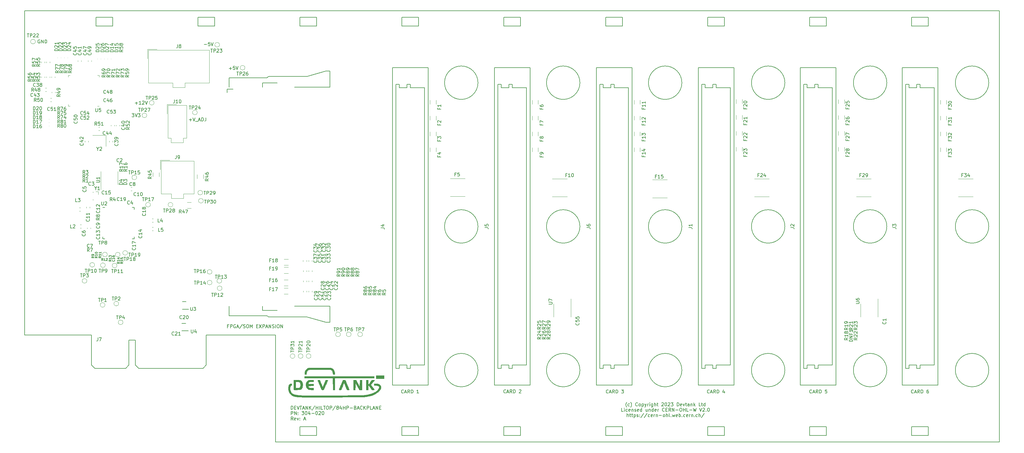
<source format=gbr>
G04 #@! TF.GenerationSoftware,KiCad,Pcbnew,6.0.7-f9a2dced07~116~ubuntu22.04.1*
G04 #@! TF.CreationDate,2023-04-06T13:37:08+01:00*
G04 #@! TF.ProjectId,hiltop_backplane_brd,68696c74-6f70-45f6-9261-636b706c616e,A*
G04 #@! TF.SameCoordinates,Original*
G04 #@! TF.FileFunction,Legend,Top*
G04 #@! TF.FilePolarity,Positive*
%FSLAX46Y46*%
G04 Gerber Fmt 4.6, Leading zero omitted, Abs format (unit mm)*
G04 Created by KiCad (PCBNEW 6.0.7-f9a2dced07~116~ubuntu22.04.1) date 2023-04-06 13:37:08*
%MOMM*%
%LPD*%
G01*
G04 APERTURE LIST*
G04 #@! TA.AperFunction,Profile*
%ADD10C,0.150000*%
G04 #@! TD*
%ADD11C,0.200000*%
%ADD12C,0.150000*%
%ADD13C,0.120000*%
%ADD14C,0.100000*%
%ADD15C,0.010000*%
G04 APERTURE END LIST*
D10*
X179840000Y-50700000D02*
G75*
G03*
X179840000Y-50700000I-5000000J0D01*
G01*
X210320000Y-50700000D02*
G75*
G03*
X210320000Y-50700000I-5000000J0D01*
G01*
X240800000Y-50700000D02*
G75*
G03*
X240800000Y-50700000I-5000000J0D01*
G01*
X210320000Y-93700000D02*
G75*
G03*
X210320000Y-93700000I-5000000J0D01*
G01*
X240800000Y-93700000D02*
G75*
G03*
X240800000Y-93700000I-5000000J0D01*
G01*
X179840000Y-136700000D02*
G75*
G03*
X179840000Y-136700000I-5000000J0D01*
G01*
X210320000Y-136700000D02*
G75*
G03*
X210320000Y-136700000I-5000000J0D01*
G01*
X240800000Y-136700000D02*
G75*
G03*
X240800000Y-136700000I-5000000J0D01*
G01*
X179840000Y-93700000D02*
G75*
G03*
X179840000Y-93700000I-5000000J0D01*
G01*
X248500000Y-31150000D02*
X248500000Y-33750000D01*
X284000000Y-33750000D02*
X284000000Y-31150000D01*
X271600000Y-136700000D02*
G75*
G03*
X271600000Y-136700000I-5000000J0D01*
G01*
X65300000Y-136200000D02*
X74500000Y-136200000D01*
X75500000Y-135200000D02*
X75500000Y-127700000D01*
X248500000Y-33750000D02*
X253500000Y-33750000D01*
X131600000Y-156250000D02*
X131600000Y-153650000D01*
X157100000Y-31150000D02*
X157100000Y-33750000D01*
X131600000Y-153650000D02*
X126600000Y-153650000D01*
X192550000Y-153650000D02*
X187550000Y-153650000D01*
X65650000Y-33750000D02*
X70650000Y-33750000D01*
X162100000Y-31150000D02*
X157100000Y-31150000D01*
X101150000Y-33750000D02*
X101150000Y-31150000D01*
X126600000Y-156250000D02*
X131600000Y-156250000D01*
X162100000Y-156250000D02*
X162100000Y-153650000D01*
X279000000Y-31150000D02*
X279000000Y-33750000D01*
X126600000Y-31150000D02*
X126600000Y-33750000D01*
X96150000Y-31150000D02*
X96150000Y-33750000D01*
X98600000Y-126200000D02*
X119300000Y-126200000D01*
X131600000Y-31150000D02*
X126600000Y-31150000D01*
X223050000Y-153650000D02*
X218050000Y-153650000D01*
X192550000Y-33750000D02*
X192550000Y-31150000D01*
X309450000Y-153650000D02*
X309450000Y-156250000D01*
X284000000Y-153650000D02*
X279000000Y-153650000D01*
X70650000Y-31150000D02*
X65650000Y-31150000D01*
X162100000Y-33750000D02*
X162100000Y-31150000D01*
X302080000Y-136700000D02*
G75*
G03*
X302080000Y-136700000I-5000000J0D01*
G01*
X309450000Y-156250000D02*
X314450000Y-156250000D01*
X284000000Y-156250000D02*
X284000000Y-153650000D01*
X248500000Y-156250000D02*
X253500000Y-156250000D01*
X157100000Y-156250000D02*
X162100000Y-156250000D01*
X248500000Y-153650000D02*
X248500000Y-156250000D01*
X218050000Y-156250000D02*
X223050000Y-156250000D01*
X218050000Y-31150000D02*
X218050000Y-33750000D01*
X162100000Y-153650000D02*
X157100000Y-153650000D01*
X332560000Y-93700000D02*
G75*
G03*
X332560000Y-93700000I-5000000J0D01*
G01*
X75500000Y-135200000D02*
X74500000Y-136200000D01*
X126600000Y-153650000D02*
X126600000Y-156250000D01*
X314450000Y-153650000D02*
X309450000Y-153650000D01*
X97600000Y-136200000D02*
X98600000Y-135200000D01*
X157100000Y-33750000D02*
X162100000Y-33750000D01*
X332560000Y-50700000D02*
G75*
G03*
X332560000Y-50700000I-5000000J0D01*
G01*
X70650000Y-33750000D02*
X70650000Y-31150000D01*
X223050000Y-156250000D02*
X223050000Y-153650000D01*
X271600000Y-50700000D02*
G75*
G03*
X271600000Y-50700000I-5000000J0D01*
G01*
X65650000Y-31150000D02*
X65650000Y-33750000D01*
X192550000Y-31150000D02*
X187550000Y-31150000D01*
X302080000Y-93700000D02*
G75*
G03*
X302080000Y-93700000I-5000000J0D01*
G01*
X187550000Y-153650000D02*
X187550000Y-156250000D01*
X44300000Y-29200000D02*
X335740000Y-29200000D01*
X131600000Y-33750000D02*
X131600000Y-31150000D01*
X96150000Y-33750000D02*
X101150000Y-33750000D01*
X187550000Y-33750000D02*
X192550000Y-33750000D01*
X64300000Y-135200000D02*
X64300000Y-126200000D01*
X314500000Y-31150000D02*
X309500000Y-31150000D01*
X218050000Y-153650000D02*
X218050000Y-156250000D01*
X271600000Y-93700000D02*
G75*
G03*
X271600000Y-93700000I-5000000J0D01*
G01*
X253500000Y-33750000D02*
X253500000Y-31150000D01*
X279000000Y-156250000D02*
X284000000Y-156250000D01*
X332560000Y-136700000D02*
G75*
G03*
X332560000Y-136700000I-5000000J0D01*
G01*
X77400000Y-135200000D02*
X78400000Y-136200000D01*
X119300000Y-136200000D02*
X119300000Y-158200000D01*
X309500000Y-31150000D02*
X309500000Y-33750000D01*
X44300000Y-126200000D02*
X44300000Y-29200000D01*
X218050000Y-33750000D02*
X223050000Y-33750000D01*
X314450000Y-156250000D02*
X314450000Y-153650000D01*
X284000000Y-31150000D02*
X279000000Y-31150000D01*
X119300000Y-126200000D02*
X119300000Y-136200000D01*
X78400000Y-136200000D02*
X97600000Y-136200000D01*
X279000000Y-153650000D02*
X279000000Y-156250000D01*
X279000000Y-33750000D02*
X284000000Y-33750000D01*
X253500000Y-153650000D02*
X248500000Y-153650000D01*
X64300000Y-135200000D02*
X65300000Y-136200000D01*
X187550000Y-156250000D02*
X192550000Y-156250000D01*
X75500000Y-127700000D02*
X77400000Y-127700000D01*
X101150000Y-31150000D02*
X96150000Y-31150000D01*
X192550000Y-156250000D02*
X192550000Y-153650000D01*
X253500000Y-31150000D02*
X248500000Y-31150000D01*
X126600000Y-33750000D02*
X131600000Y-33750000D01*
X98600000Y-135200000D02*
X98600000Y-127700000D01*
X335740000Y-29200000D02*
X335740000Y-158200000D01*
X187550000Y-31150000D02*
X187550000Y-33750000D01*
X302080000Y-50700000D02*
G75*
G03*
X302080000Y-50700000I-5000000J0D01*
G01*
X157100000Y-153650000D02*
X157100000Y-156250000D01*
X223050000Y-31150000D02*
X218050000Y-31150000D01*
X98600000Y-127700000D02*
X98600000Y-126200000D01*
X335740000Y-158200000D02*
X119300000Y-158200000D01*
X309500000Y-33750000D02*
X314500000Y-33750000D01*
X253500000Y-156250000D02*
X253500000Y-153650000D01*
X77400000Y-127700000D02*
X77400000Y-135200000D01*
X314500000Y-33750000D02*
X314500000Y-31150000D01*
X64300000Y-126200000D02*
X44300000Y-126200000D01*
X223050000Y-33750000D02*
X223050000Y-31150000D01*
D11*
X188153809Y-143457142D02*
X188106190Y-143504761D01*
X187963333Y-143552380D01*
X187868095Y-143552380D01*
X187725238Y-143504761D01*
X187630000Y-143409523D01*
X187582380Y-143314285D01*
X187534761Y-143123809D01*
X187534761Y-142980952D01*
X187582380Y-142790476D01*
X187630000Y-142695238D01*
X187725238Y-142600000D01*
X187868095Y-142552380D01*
X187963333Y-142552380D01*
X188106190Y-142600000D01*
X188153809Y-142647619D01*
X188534761Y-143266666D02*
X189010952Y-143266666D01*
X188439523Y-143552380D02*
X188772857Y-142552380D01*
X189106190Y-143552380D01*
X190010952Y-143552380D02*
X189677619Y-143076190D01*
X189439523Y-143552380D02*
X189439523Y-142552380D01*
X189820476Y-142552380D01*
X189915714Y-142600000D01*
X189963333Y-142647619D01*
X190010952Y-142742857D01*
X190010952Y-142885714D01*
X189963333Y-142980952D01*
X189915714Y-143028571D01*
X189820476Y-143076190D01*
X189439523Y-143076190D01*
X190439523Y-143552380D02*
X190439523Y-142552380D01*
X190677619Y-142552380D01*
X190820476Y-142600000D01*
X190915714Y-142695238D01*
X190963333Y-142790476D01*
X191010952Y-142980952D01*
X191010952Y-143123809D01*
X190963333Y-143314285D01*
X190915714Y-143409523D01*
X190820476Y-143504761D01*
X190677619Y-143552380D01*
X190439523Y-143552380D01*
X192153809Y-142647619D02*
X192201428Y-142600000D01*
X192296666Y-142552380D01*
X192534761Y-142552380D01*
X192630000Y-142600000D01*
X192677619Y-142647619D01*
X192725238Y-142742857D01*
X192725238Y-142838095D01*
X192677619Y-142980952D01*
X192106190Y-143552380D01*
X192725238Y-143552380D01*
X218793809Y-143497142D02*
X218746190Y-143544761D01*
X218603333Y-143592380D01*
X218508095Y-143592380D01*
X218365238Y-143544761D01*
X218270000Y-143449523D01*
X218222380Y-143354285D01*
X218174761Y-143163809D01*
X218174761Y-143020952D01*
X218222380Y-142830476D01*
X218270000Y-142735238D01*
X218365238Y-142640000D01*
X218508095Y-142592380D01*
X218603333Y-142592380D01*
X218746190Y-142640000D01*
X218793809Y-142687619D01*
X219174761Y-143306666D02*
X219650952Y-143306666D01*
X219079523Y-143592380D02*
X219412857Y-142592380D01*
X219746190Y-143592380D01*
X220650952Y-143592380D02*
X220317619Y-143116190D01*
X220079523Y-143592380D02*
X220079523Y-142592380D01*
X220460476Y-142592380D01*
X220555714Y-142640000D01*
X220603333Y-142687619D01*
X220650952Y-142782857D01*
X220650952Y-142925714D01*
X220603333Y-143020952D01*
X220555714Y-143068571D01*
X220460476Y-143116190D01*
X220079523Y-143116190D01*
X221079523Y-143592380D02*
X221079523Y-142592380D01*
X221317619Y-142592380D01*
X221460476Y-142640000D01*
X221555714Y-142735238D01*
X221603333Y-142830476D01*
X221650952Y-143020952D01*
X221650952Y-143163809D01*
X221603333Y-143354285D01*
X221555714Y-143449523D01*
X221460476Y-143544761D01*
X221317619Y-143592380D01*
X221079523Y-143592380D01*
X222746190Y-142592380D02*
X223365238Y-142592380D01*
X223031904Y-142973333D01*
X223174761Y-142973333D01*
X223270000Y-143020952D01*
X223317619Y-143068571D01*
X223365238Y-143163809D01*
X223365238Y-143401904D01*
X223317619Y-143497142D01*
X223270000Y-143544761D01*
X223174761Y-143592380D01*
X222889047Y-143592380D01*
X222793809Y-143544761D01*
X222746190Y-143497142D01*
X76391904Y-59932380D02*
X77010952Y-59932380D01*
X76677619Y-60313333D01*
X76820476Y-60313333D01*
X76915714Y-60360952D01*
X76963333Y-60408571D01*
X77010952Y-60503809D01*
X77010952Y-60741904D01*
X76963333Y-60837142D01*
X76915714Y-60884761D01*
X76820476Y-60932380D01*
X76534761Y-60932380D01*
X76439523Y-60884761D01*
X76391904Y-60837142D01*
X77296666Y-59932380D02*
X77630000Y-60932380D01*
X77963333Y-59932380D01*
X78201428Y-59932380D02*
X78820476Y-59932380D01*
X78487142Y-60313333D01*
X78630000Y-60313333D01*
X78725238Y-60360952D01*
X78772857Y-60408571D01*
X78820476Y-60503809D01*
X78820476Y-60741904D01*
X78772857Y-60837142D01*
X78725238Y-60884761D01*
X78630000Y-60932380D01*
X78344285Y-60932380D01*
X78249047Y-60884761D01*
X78201428Y-60837142D01*
X77338095Y-56791428D02*
X78100000Y-56791428D01*
X77719047Y-57172380D02*
X77719047Y-56410476D01*
X79100000Y-57172380D02*
X78528571Y-57172380D01*
X78814285Y-57172380D02*
X78814285Y-56172380D01*
X78719047Y-56315238D01*
X78623809Y-56410476D01*
X78528571Y-56458095D01*
X79480952Y-56267619D02*
X79528571Y-56220000D01*
X79623809Y-56172380D01*
X79861904Y-56172380D01*
X79957142Y-56220000D01*
X80004761Y-56267619D01*
X80052380Y-56362857D01*
X80052380Y-56458095D01*
X80004761Y-56600952D01*
X79433333Y-57172380D01*
X80052380Y-57172380D01*
X80338095Y-56172380D02*
X80671428Y-57172380D01*
X81004761Y-56172380D01*
X97984285Y-39271428D02*
X98746190Y-39271428D01*
X99698571Y-38652380D02*
X99222380Y-38652380D01*
X99174761Y-39128571D01*
X99222380Y-39080952D01*
X99317619Y-39033333D01*
X99555714Y-39033333D01*
X99650952Y-39080952D01*
X99698571Y-39128571D01*
X99746190Y-39223809D01*
X99746190Y-39461904D01*
X99698571Y-39557142D01*
X99650952Y-39604761D01*
X99555714Y-39652380D01*
X99317619Y-39652380D01*
X99222380Y-39604761D01*
X99174761Y-39557142D01*
X100031904Y-38652380D02*
X100365238Y-39652380D01*
X100698571Y-38652380D01*
X105434285Y-46401428D02*
X106196190Y-46401428D01*
X105815238Y-46782380D02*
X105815238Y-46020476D01*
X107148571Y-45782380D02*
X106672380Y-45782380D01*
X106624761Y-46258571D01*
X106672380Y-46210952D01*
X106767619Y-46163333D01*
X107005714Y-46163333D01*
X107100952Y-46210952D01*
X107148571Y-46258571D01*
X107196190Y-46353809D01*
X107196190Y-46591904D01*
X107148571Y-46687142D01*
X107100952Y-46734761D01*
X107005714Y-46782380D01*
X106767619Y-46782380D01*
X106672380Y-46734761D01*
X106624761Y-46687142D01*
X107481904Y-45782380D02*
X107815238Y-46782380D01*
X108148571Y-45782380D01*
X105295238Y-123528571D02*
X104961904Y-123528571D01*
X104961904Y-124052380D02*
X104961904Y-123052380D01*
X105438095Y-123052380D01*
X105819047Y-124052380D02*
X105819047Y-123052380D01*
X106200000Y-123052380D01*
X106295238Y-123100000D01*
X106342857Y-123147619D01*
X106390476Y-123242857D01*
X106390476Y-123385714D01*
X106342857Y-123480952D01*
X106295238Y-123528571D01*
X106200000Y-123576190D01*
X105819047Y-123576190D01*
X107342857Y-123100000D02*
X107247619Y-123052380D01*
X107104761Y-123052380D01*
X106961904Y-123100000D01*
X106866666Y-123195238D01*
X106819047Y-123290476D01*
X106771428Y-123480952D01*
X106771428Y-123623809D01*
X106819047Y-123814285D01*
X106866666Y-123909523D01*
X106961904Y-124004761D01*
X107104761Y-124052380D01*
X107200000Y-124052380D01*
X107342857Y-124004761D01*
X107390476Y-123957142D01*
X107390476Y-123623809D01*
X107200000Y-123623809D01*
X107771428Y-123766666D02*
X108247619Y-123766666D01*
X107676190Y-124052380D02*
X108009523Y-123052380D01*
X108342857Y-124052380D01*
X109390476Y-123004761D02*
X108533333Y-124290476D01*
X109676190Y-124004761D02*
X109819047Y-124052380D01*
X110057142Y-124052380D01*
X110152380Y-124004761D01*
X110200000Y-123957142D01*
X110247619Y-123861904D01*
X110247619Y-123766666D01*
X110200000Y-123671428D01*
X110152380Y-123623809D01*
X110057142Y-123576190D01*
X109866666Y-123528571D01*
X109771428Y-123480952D01*
X109723809Y-123433333D01*
X109676190Y-123338095D01*
X109676190Y-123242857D01*
X109723809Y-123147619D01*
X109771428Y-123100000D01*
X109866666Y-123052380D01*
X110104761Y-123052380D01*
X110247619Y-123100000D01*
X110866666Y-123052380D02*
X111057142Y-123052380D01*
X111152380Y-123100000D01*
X111247619Y-123195238D01*
X111295238Y-123385714D01*
X111295238Y-123719047D01*
X111247619Y-123909523D01*
X111152380Y-124004761D01*
X111057142Y-124052380D01*
X110866666Y-124052380D01*
X110771428Y-124004761D01*
X110676190Y-123909523D01*
X110628571Y-123719047D01*
X110628571Y-123385714D01*
X110676190Y-123195238D01*
X110771428Y-123100000D01*
X110866666Y-123052380D01*
X111723809Y-124052380D02*
X111723809Y-123052380D01*
X112057142Y-123766666D01*
X112390476Y-123052380D01*
X112390476Y-124052380D01*
X113628571Y-123528571D02*
X113961904Y-123528571D01*
X114104761Y-124052380D02*
X113628571Y-124052380D01*
X113628571Y-123052380D01*
X114104761Y-123052380D01*
X114438095Y-123052380D02*
X115104761Y-124052380D01*
X115104761Y-123052380D02*
X114438095Y-124052380D01*
X115485714Y-124052380D02*
X115485714Y-123052380D01*
X115866666Y-123052380D01*
X115961904Y-123100000D01*
X116009523Y-123147619D01*
X116057142Y-123242857D01*
X116057142Y-123385714D01*
X116009523Y-123480952D01*
X115961904Y-123528571D01*
X115866666Y-123576190D01*
X115485714Y-123576190D01*
X116438095Y-123766666D02*
X116914285Y-123766666D01*
X116342857Y-124052380D02*
X116676190Y-123052380D01*
X117009523Y-124052380D01*
X117342857Y-124052380D02*
X117342857Y-123052380D01*
X117914285Y-124052380D01*
X117914285Y-123052380D01*
X118342857Y-124004761D02*
X118485714Y-124052380D01*
X118723809Y-124052380D01*
X118819047Y-124004761D01*
X118866666Y-123957142D01*
X118914285Y-123861904D01*
X118914285Y-123766666D01*
X118866666Y-123671428D01*
X118819047Y-123623809D01*
X118723809Y-123576190D01*
X118533333Y-123528571D01*
X118438095Y-123480952D01*
X118390476Y-123433333D01*
X118342857Y-123338095D01*
X118342857Y-123242857D01*
X118390476Y-123147619D01*
X118438095Y-123100000D01*
X118533333Y-123052380D01*
X118771428Y-123052380D01*
X118914285Y-123100000D01*
X119342857Y-124052380D02*
X119342857Y-123052380D01*
X120009523Y-123052380D02*
X120200000Y-123052380D01*
X120295238Y-123100000D01*
X120390476Y-123195238D01*
X120438095Y-123385714D01*
X120438095Y-123719047D01*
X120390476Y-123909523D01*
X120295238Y-124004761D01*
X120200000Y-124052380D01*
X120009523Y-124052380D01*
X119914285Y-124004761D01*
X119819047Y-123909523D01*
X119771428Y-123719047D01*
X119771428Y-123385714D01*
X119819047Y-123195238D01*
X119914285Y-123100000D01*
X120009523Y-123052380D01*
X120866666Y-124052380D02*
X120866666Y-123052380D01*
X121438095Y-124052380D01*
X121438095Y-123052380D01*
X93500000Y-61771428D02*
X94261904Y-61771428D01*
X93880952Y-62152380D02*
X93880952Y-61390476D01*
X94595238Y-61152380D02*
X94928571Y-62152380D01*
X95261904Y-61152380D01*
X95357142Y-62247619D02*
X96119047Y-62247619D01*
X96309523Y-61866666D02*
X96785714Y-61866666D01*
X96214285Y-62152380D02*
X96547619Y-61152380D01*
X96880952Y-62152380D01*
X97214285Y-62152380D02*
X97214285Y-61152380D01*
X97452380Y-61152380D01*
X97595238Y-61200000D01*
X97690476Y-61295238D01*
X97738095Y-61390476D01*
X97785714Y-61580952D01*
X97785714Y-61723809D01*
X97738095Y-61914285D01*
X97690476Y-62009523D01*
X97595238Y-62104761D01*
X97452380Y-62152380D01*
X97214285Y-62152380D01*
X98500000Y-61152380D02*
X98500000Y-61866666D01*
X98452380Y-62009523D01*
X98357142Y-62104761D01*
X98214285Y-62152380D01*
X98119047Y-62152380D01*
X249023809Y-143497142D02*
X248976190Y-143544761D01*
X248833333Y-143592380D01*
X248738095Y-143592380D01*
X248595238Y-143544761D01*
X248500000Y-143449523D01*
X248452380Y-143354285D01*
X248404761Y-143163809D01*
X248404761Y-143020952D01*
X248452380Y-142830476D01*
X248500000Y-142735238D01*
X248595238Y-142640000D01*
X248738095Y-142592380D01*
X248833333Y-142592380D01*
X248976190Y-142640000D01*
X249023809Y-142687619D01*
X249404761Y-143306666D02*
X249880952Y-143306666D01*
X249309523Y-143592380D02*
X249642857Y-142592380D01*
X249976190Y-143592380D01*
X250880952Y-143592380D02*
X250547619Y-143116190D01*
X250309523Y-143592380D02*
X250309523Y-142592380D01*
X250690476Y-142592380D01*
X250785714Y-142640000D01*
X250833333Y-142687619D01*
X250880952Y-142782857D01*
X250880952Y-142925714D01*
X250833333Y-143020952D01*
X250785714Y-143068571D01*
X250690476Y-143116190D01*
X250309523Y-143116190D01*
X251309523Y-143592380D02*
X251309523Y-142592380D01*
X251547619Y-142592380D01*
X251690476Y-142640000D01*
X251785714Y-142735238D01*
X251833333Y-142830476D01*
X251880952Y-143020952D01*
X251880952Y-143163809D01*
X251833333Y-143354285D01*
X251785714Y-143449523D01*
X251690476Y-143544761D01*
X251547619Y-143592380D01*
X251309523Y-143592380D01*
X253500000Y-142925714D02*
X253500000Y-143592380D01*
X253261904Y-142544761D02*
X253023809Y-143259047D01*
X253642857Y-143259047D01*
X279623809Y-143497142D02*
X279576190Y-143544761D01*
X279433333Y-143592380D01*
X279338095Y-143592380D01*
X279195238Y-143544761D01*
X279100000Y-143449523D01*
X279052380Y-143354285D01*
X279004761Y-143163809D01*
X279004761Y-143020952D01*
X279052380Y-142830476D01*
X279100000Y-142735238D01*
X279195238Y-142640000D01*
X279338095Y-142592380D01*
X279433333Y-142592380D01*
X279576190Y-142640000D01*
X279623809Y-142687619D01*
X280004761Y-143306666D02*
X280480952Y-143306666D01*
X279909523Y-143592380D02*
X280242857Y-142592380D01*
X280576190Y-143592380D01*
X281480952Y-143592380D02*
X281147619Y-143116190D01*
X280909523Y-143592380D02*
X280909523Y-142592380D01*
X281290476Y-142592380D01*
X281385714Y-142640000D01*
X281433333Y-142687619D01*
X281480952Y-142782857D01*
X281480952Y-142925714D01*
X281433333Y-143020952D01*
X281385714Y-143068571D01*
X281290476Y-143116190D01*
X280909523Y-143116190D01*
X281909523Y-143592380D02*
X281909523Y-142592380D01*
X282147619Y-142592380D01*
X282290476Y-142640000D01*
X282385714Y-142735238D01*
X282433333Y-142830476D01*
X282480952Y-143020952D01*
X282480952Y-143163809D01*
X282433333Y-143354285D01*
X282385714Y-143449523D01*
X282290476Y-143544761D01*
X282147619Y-143592380D01*
X281909523Y-143592380D01*
X284147619Y-142592380D02*
X283671428Y-142592380D01*
X283623809Y-143068571D01*
X283671428Y-143020952D01*
X283766666Y-142973333D01*
X284004761Y-142973333D01*
X284100000Y-143020952D01*
X284147619Y-143068571D01*
X284195238Y-143163809D01*
X284195238Y-143401904D01*
X284147619Y-143497142D01*
X284100000Y-143544761D01*
X284004761Y-143592380D01*
X283766666Y-143592380D01*
X283671428Y-143544761D01*
X283623809Y-143497142D01*
X48838095Y-37900000D02*
X48742857Y-37852380D01*
X48600000Y-37852380D01*
X48457142Y-37900000D01*
X48361904Y-37995238D01*
X48314285Y-38090476D01*
X48266666Y-38280952D01*
X48266666Y-38423809D01*
X48314285Y-38614285D01*
X48361904Y-38709523D01*
X48457142Y-38804761D01*
X48600000Y-38852380D01*
X48695238Y-38852380D01*
X48838095Y-38804761D01*
X48885714Y-38757142D01*
X48885714Y-38423809D01*
X48695238Y-38423809D01*
X49314285Y-38852380D02*
X49314285Y-37852380D01*
X49885714Y-38852380D01*
X49885714Y-37852380D01*
X50361904Y-38852380D02*
X50361904Y-37852380D01*
X50600000Y-37852380D01*
X50742857Y-37900000D01*
X50838095Y-37995238D01*
X50885714Y-38090476D01*
X50933333Y-38280952D01*
X50933333Y-38423809D01*
X50885714Y-38614285D01*
X50838095Y-38709523D01*
X50742857Y-38804761D01*
X50600000Y-38852380D01*
X50361904Y-38852380D01*
X157573809Y-143497142D02*
X157526190Y-143544761D01*
X157383333Y-143592380D01*
X157288095Y-143592380D01*
X157145238Y-143544761D01*
X157050000Y-143449523D01*
X157002380Y-143354285D01*
X156954761Y-143163809D01*
X156954761Y-143020952D01*
X157002380Y-142830476D01*
X157050000Y-142735238D01*
X157145238Y-142640000D01*
X157288095Y-142592380D01*
X157383333Y-142592380D01*
X157526190Y-142640000D01*
X157573809Y-142687619D01*
X157954761Y-143306666D02*
X158430952Y-143306666D01*
X157859523Y-143592380D02*
X158192857Y-142592380D01*
X158526190Y-143592380D01*
X159430952Y-143592380D02*
X159097619Y-143116190D01*
X158859523Y-143592380D02*
X158859523Y-142592380D01*
X159240476Y-142592380D01*
X159335714Y-142640000D01*
X159383333Y-142687619D01*
X159430952Y-142782857D01*
X159430952Y-142925714D01*
X159383333Y-143020952D01*
X159335714Y-143068571D01*
X159240476Y-143116190D01*
X158859523Y-143116190D01*
X159859523Y-143592380D02*
X159859523Y-142592380D01*
X160097619Y-142592380D01*
X160240476Y-142640000D01*
X160335714Y-142735238D01*
X160383333Y-142830476D01*
X160430952Y-143020952D01*
X160430952Y-143163809D01*
X160383333Y-143354285D01*
X160335714Y-143449523D01*
X160240476Y-143544761D01*
X160097619Y-143592380D01*
X159859523Y-143592380D01*
X162145238Y-143592380D02*
X161573809Y-143592380D01*
X161859523Y-143592380D02*
X161859523Y-142592380D01*
X161764285Y-142735238D01*
X161669047Y-142830476D01*
X161573809Y-142878095D01*
X224328571Y-147823333D02*
X224280952Y-147775714D01*
X224185714Y-147632857D01*
X224138095Y-147537619D01*
X224090476Y-147394761D01*
X224042857Y-147156666D01*
X224042857Y-146966190D01*
X224090476Y-146728095D01*
X224138095Y-146585238D01*
X224185714Y-146490000D01*
X224280952Y-146347142D01*
X224328571Y-146299523D01*
X225138095Y-147394761D02*
X225042857Y-147442380D01*
X224852380Y-147442380D01*
X224757142Y-147394761D01*
X224709523Y-147347142D01*
X224661904Y-147251904D01*
X224661904Y-146966190D01*
X224709523Y-146870952D01*
X224757142Y-146823333D01*
X224852380Y-146775714D01*
X225042857Y-146775714D01*
X225138095Y-146823333D01*
X225471428Y-147823333D02*
X225519047Y-147775714D01*
X225614285Y-147632857D01*
X225661904Y-147537619D01*
X225709523Y-147394761D01*
X225757142Y-147156666D01*
X225757142Y-146966190D01*
X225709523Y-146728095D01*
X225661904Y-146585238D01*
X225614285Y-146490000D01*
X225519047Y-146347142D01*
X225471428Y-146299523D01*
X227566666Y-147347142D02*
X227519047Y-147394761D01*
X227376190Y-147442380D01*
X227280952Y-147442380D01*
X227138095Y-147394761D01*
X227042857Y-147299523D01*
X226995238Y-147204285D01*
X226947619Y-147013809D01*
X226947619Y-146870952D01*
X226995238Y-146680476D01*
X227042857Y-146585238D01*
X227138095Y-146490000D01*
X227280952Y-146442380D01*
X227376190Y-146442380D01*
X227519047Y-146490000D01*
X227566666Y-146537619D01*
X228138095Y-147442380D02*
X228042857Y-147394761D01*
X227995238Y-147347142D01*
X227947619Y-147251904D01*
X227947619Y-146966190D01*
X227995238Y-146870952D01*
X228042857Y-146823333D01*
X228138095Y-146775714D01*
X228280952Y-146775714D01*
X228376190Y-146823333D01*
X228423809Y-146870952D01*
X228471428Y-146966190D01*
X228471428Y-147251904D01*
X228423809Y-147347142D01*
X228376190Y-147394761D01*
X228280952Y-147442380D01*
X228138095Y-147442380D01*
X228900000Y-146775714D02*
X228900000Y-147775714D01*
X228900000Y-146823333D02*
X228995238Y-146775714D01*
X229185714Y-146775714D01*
X229280952Y-146823333D01*
X229328571Y-146870952D01*
X229376190Y-146966190D01*
X229376190Y-147251904D01*
X229328571Y-147347142D01*
X229280952Y-147394761D01*
X229185714Y-147442380D01*
X228995238Y-147442380D01*
X228900000Y-147394761D01*
X229709523Y-146775714D02*
X229947619Y-147442380D01*
X230185714Y-146775714D02*
X229947619Y-147442380D01*
X229852380Y-147680476D01*
X229804761Y-147728095D01*
X229709523Y-147775714D01*
X230566666Y-147442380D02*
X230566666Y-146775714D01*
X230566666Y-146966190D02*
X230614285Y-146870952D01*
X230661904Y-146823333D01*
X230757142Y-146775714D01*
X230852380Y-146775714D01*
X231185714Y-147442380D02*
X231185714Y-146775714D01*
X231185714Y-146442380D02*
X231138095Y-146490000D01*
X231185714Y-146537619D01*
X231233333Y-146490000D01*
X231185714Y-146442380D01*
X231185714Y-146537619D01*
X232090476Y-146775714D02*
X232090476Y-147585238D01*
X232042857Y-147680476D01*
X231995238Y-147728095D01*
X231900000Y-147775714D01*
X231757142Y-147775714D01*
X231661904Y-147728095D01*
X232090476Y-147394761D02*
X231995238Y-147442380D01*
X231804761Y-147442380D01*
X231709523Y-147394761D01*
X231661904Y-147347142D01*
X231614285Y-147251904D01*
X231614285Y-146966190D01*
X231661904Y-146870952D01*
X231709523Y-146823333D01*
X231804761Y-146775714D01*
X231995238Y-146775714D01*
X232090476Y-146823333D01*
X232566666Y-147442380D02*
X232566666Y-146442380D01*
X232995238Y-147442380D02*
X232995238Y-146918571D01*
X232947619Y-146823333D01*
X232852380Y-146775714D01*
X232709523Y-146775714D01*
X232614285Y-146823333D01*
X232566666Y-146870952D01*
X233328571Y-146775714D02*
X233709523Y-146775714D01*
X233471428Y-146442380D02*
X233471428Y-147299523D01*
X233519047Y-147394761D01*
X233614285Y-147442380D01*
X233709523Y-147442380D01*
X234757142Y-146537619D02*
X234804761Y-146490000D01*
X234900000Y-146442380D01*
X235138095Y-146442380D01*
X235233333Y-146490000D01*
X235280952Y-146537619D01*
X235328571Y-146632857D01*
X235328571Y-146728095D01*
X235280952Y-146870952D01*
X234709523Y-147442380D01*
X235328571Y-147442380D01*
X235947619Y-146442380D02*
X236042857Y-146442380D01*
X236138095Y-146490000D01*
X236185714Y-146537619D01*
X236233333Y-146632857D01*
X236280952Y-146823333D01*
X236280952Y-147061428D01*
X236233333Y-147251904D01*
X236185714Y-147347142D01*
X236138095Y-147394761D01*
X236042857Y-147442380D01*
X235947619Y-147442380D01*
X235852380Y-147394761D01*
X235804761Y-147347142D01*
X235757142Y-147251904D01*
X235709523Y-147061428D01*
X235709523Y-146823333D01*
X235757142Y-146632857D01*
X235804761Y-146537619D01*
X235852380Y-146490000D01*
X235947619Y-146442380D01*
X236661904Y-146537619D02*
X236709523Y-146490000D01*
X236804761Y-146442380D01*
X237042857Y-146442380D01*
X237138095Y-146490000D01*
X237185714Y-146537619D01*
X237233333Y-146632857D01*
X237233333Y-146728095D01*
X237185714Y-146870952D01*
X236614285Y-147442380D01*
X237233333Y-147442380D01*
X237566666Y-146442380D02*
X238185714Y-146442380D01*
X237852380Y-146823333D01*
X237995238Y-146823333D01*
X238090476Y-146870952D01*
X238138095Y-146918571D01*
X238185714Y-147013809D01*
X238185714Y-147251904D01*
X238138095Y-147347142D01*
X238090476Y-147394761D01*
X237995238Y-147442380D01*
X237709523Y-147442380D01*
X237614285Y-147394761D01*
X237566666Y-147347142D01*
X239376190Y-147442380D02*
X239376190Y-146442380D01*
X239614285Y-146442380D01*
X239757142Y-146490000D01*
X239852380Y-146585238D01*
X239900000Y-146680476D01*
X239947619Y-146870952D01*
X239947619Y-147013809D01*
X239900000Y-147204285D01*
X239852380Y-147299523D01*
X239757142Y-147394761D01*
X239614285Y-147442380D01*
X239376190Y-147442380D01*
X240757142Y-147394761D02*
X240661904Y-147442380D01*
X240471428Y-147442380D01*
X240376190Y-147394761D01*
X240328571Y-147299523D01*
X240328571Y-146918571D01*
X240376190Y-146823333D01*
X240471428Y-146775714D01*
X240661904Y-146775714D01*
X240757142Y-146823333D01*
X240804761Y-146918571D01*
X240804761Y-147013809D01*
X240328571Y-147109047D01*
X241138095Y-146775714D02*
X241376190Y-147442380D01*
X241614285Y-146775714D01*
X241852380Y-146775714D02*
X242233333Y-146775714D01*
X241995238Y-146442380D02*
X241995238Y-147299523D01*
X242042857Y-147394761D01*
X242138095Y-147442380D01*
X242233333Y-147442380D01*
X242995238Y-147442380D02*
X242995238Y-146918571D01*
X242947619Y-146823333D01*
X242852380Y-146775714D01*
X242661904Y-146775714D01*
X242566666Y-146823333D01*
X242995238Y-147394761D02*
X242900000Y-147442380D01*
X242661904Y-147442380D01*
X242566666Y-147394761D01*
X242519047Y-147299523D01*
X242519047Y-147204285D01*
X242566666Y-147109047D01*
X242661904Y-147061428D01*
X242900000Y-147061428D01*
X242995238Y-147013809D01*
X243471428Y-146775714D02*
X243471428Y-147442380D01*
X243471428Y-146870952D02*
X243519047Y-146823333D01*
X243614285Y-146775714D01*
X243757142Y-146775714D01*
X243852380Y-146823333D01*
X243900000Y-146918571D01*
X243900000Y-147442380D01*
X244376190Y-147442380D02*
X244376190Y-146442380D01*
X244471428Y-147061428D02*
X244757142Y-147442380D01*
X244757142Y-146775714D02*
X244376190Y-147156666D01*
X246423809Y-147442380D02*
X245947619Y-147442380D01*
X245947619Y-146442380D01*
X246614285Y-146775714D02*
X246995238Y-146775714D01*
X246757142Y-146442380D02*
X246757142Y-147299523D01*
X246804761Y-147394761D01*
X246900000Y-147442380D01*
X246995238Y-147442380D01*
X247757142Y-147442380D02*
X247757142Y-146442380D01*
X247757142Y-147394761D02*
X247661904Y-147442380D01*
X247471428Y-147442380D01*
X247376190Y-147394761D01*
X247328571Y-147347142D01*
X247280952Y-147251904D01*
X247280952Y-146966190D01*
X247328571Y-146870952D01*
X247376190Y-146823333D01*
X247471428Y-146775714D01*
X247661904Y-146775714D01*
X247757142Y-146823333D01*
X223280952Y-149052380D02*
X222804761Y-149052380D01*
X222804761Y-148052380D01*
X223614285Y-149052380D02*
X223614285Y-148385714D01*
X223614285Y-148052380D02*
X223566666Y-148100000D01*
X223614285Y-148147619D01*
X223661904Y-148100000D01*
X223614285Y-148052380D01*
X223614285Y-148147619D01*
X224519047Y-149004761D02*
X224423809Y-149052380D01*
X224233333Y-149052380D01*
X224138095Y-149004761D01*
X224090476Y-148957142D01*
X224042857Y-148861904D01*
X224042857Y-148576190D01*
X224090476Y-148480952D01*
X224138095Y-148433333D01*
X224233333Y-148385714D01*
X224423809Y-148385714D01*
X224519047Y-148433333D01*
X225328571Y-149004761D02*
X225233333Y-149052380D01*
X225042857Y-149052380D01*
X224947619Y-149004761D01*
X224900000Y-148909523D01*
X224900000Y-148528571D01*
X224947619Y-148433333D01*
X225042857Y-148385714D01*
X225233333Y-148385714D01*
X225328571Y-148433333D01*
X225376190Y-148528571D01*
X225376190Y-148623809D01*
X224900000Y-148719047D01*
X225804761Y-148385714D02*
X225804761Y-149052380D01*
X225804761Y-148480952D02*
X225852380Y-148433333D01*
X225947619Y-148385714D01*
X226090476Y-148385714D01*
X226185714Y-148433333D01*
X226233333Y-148528571D01*
X226233333Y-149052380D01*
X226661904Y-149004761D02*
X226757142Y-149052380D01*
X226947619Y-149052380D01*
X227042857Y-149004761D01*
X227090476Y-148909523D01*
X227090476Y-148861904D01*
X227042857Y-148766666D01*
X226947619Y-148719047D01*
X226804761Y-148719047D01*
X226709523Y-148671428D01*
X226661904Y-148576190D01*
X226661904Y-148528571D01*
X226709523Y-148433333D01*
X226804761Y-148385714D01*
X226947619Y-148385714D01*
X227042857Y-148433333D01*
X227900000Y-149004761D02*
X227804761Y-149052380D01*
X227614285Y-149052380D01*
X227519047Y-149004761D01*
X227471428Y-148909523D01*
X227471428Y-148528571D01*
X227519047Y-148433333D01*
X227614285Y-148385714D01*
X227804761Y-148385714D01*
X227900000Y-148433333D01*
X227947619Y-148528571D01*
X227947619Y-148623809D01*
X227471428Y-148719047D01*
X228804761Y-149052380D02*
X228804761Y-148052380D01*
X228804761Y-149004761D02*
X228709523Y-149052380D01*
X228519047Y-149052380D01*
X228423809Y-149004761D01*
X228376190Y-148957142D01*
X228328571Y-148861904D01*
X228328571Y-148576190D01*
X228376190Y-148480952D01*
X228423809Y-148433333D01*
X228519047Y-148385714D01*
X228709523Y-148385714D01*
X228804761Y-148433333D01*
X230471428Y-148385714D02*
X230471428Y-149052380D01*
X230042857Y-148385714D02*
X230042857Y-148909523D01*
X230090476Y-149004761D01*
X230185714Y-149052380D01*
X230328571Y-149052380D01*
X230423809Y-149004761D01*
X230471428Y-148957142D01*
X230947619Y-148385714D02*
X230947619Y-149052380D01*
X230947619Y-148480952D02*
X230995238Y-148433333D01*
X231090476Y-148385714D01*
X231233333Y-148385714D01*
X231328571Y-148433333D01*
X231376190Y-148528571D01*
X231376190Y-149052380D01*
X232280952Y-149052380D02*
X232280952Y-148052380D01*
X232280952Y-149004761D02*
X232185714Y-149052380D01*
X231995238Y-149052380D01*
X231900000Y-149004761D01*
X231852380Y-148957142D01*
X231804761Y-148861904D01*
X231804761Y-148576190D01*
X231852380Y-148480952D01*
X231900000Y-148433333D01*
X231995238Y-148385714D01*
X232185714Y-148385714D01*
X232280952Y-148433333D01*
X233138095Y-149004761D02*
X233042857Y-149052380D01*
X232852380Y-149052380D01*
X232757142Y-149004761D01*
X232709523Y-148909523D01*
X232709523Y-148528571D01*
X232757142Y-148433333D01*
X232852380Y-148385714D01*
X233042857Y-148385714D01*
X233138095Y-148433333D01*
X233185714Y-148528571D01*
X233185714Y-148623809D01*
X232709523Y-148719047D01*
X233614285Y-149052380D02*
X233614285Y-148385714D01*
X233614285Y-148576190D02*
X233661904Y-148480952D01*
X233709523Y-148433333D01*
X233804761Y-148385714D01*
X233900000Y-148385714D01*
X235566666Y-148957142D02*
X235519047Y-149004761D01*
X235376190Y-149052380D01*
X235280952Y-149052380D01*
X235138095Y-149004761D01*
X235042857Y-148909523D01*
X234995238Y-148814285D01*
X234947619Y-148623809D01*
X234947619Y-148480952D01*
X234995238Y-148290476D01*
X235042857Y-148195238D01*
X235138095Y-148100000D01*
X235280952Y-148052380D01*
X235376190Y-148052380D01*
X235519047Y-148100000D01*
X235566666Y-148147619D01*
X235995238Y-148528571D02*
X236328571Y-148528571D01*
X236471428Y-149052380D02*
X235995238Y-149052380D01*
X235995238Y-148052380D01*
X236471428Y-148052380D01*
X237471428Y-149052380D02*
X237138095Y-148576190D01*
X236900000Y-149052380D02*
X236900000Y-148052380D01*
X237280952Y-148052380D01*
X237376190Y-148100000D01*
X237423809Y-148147619D01*
X237471428Y-148242857D01*
X237471428Y-148385714D01*
X237423809Y-148480952D01*
X237376190Y-148528571D01*
X237280952Y-148576190D01*
X236900000Y-148576190D01*
X237900000Y-149052380D02*
X237900000Y-148052380D01*
X238471428Y-149052380D01*
X238471428Y-148052380D01*
X238947619Y-148671428D02*
X239709523Y-148671428D01*
X240376190Y-148052380D02*
X240566666Y-148052380D01*
X240661904Y-148100000D01*
X240757142Y-148195238D01*
X240804761Y-148385714D01*
X240804761Y-148719047D01*
X240757142Y-148909523D01*
X240661904Y-149004761D01*
X240566666Y-149052380D01*
X240376190Y-149052380D01*
X240280952Y-149004761D01*
X240185714Y-148909523D01*
X240138095Y-148719047D01*
X240138095Y-148385714D01*
X240185714Y-148195238D01*
X240280952Y-148100000D01*
X240376190Y-148052380D01*
X241233333Y-149052380D02*
X241233333Y-148052380D01*
X241233333Y-148528571D02*
X241804761Y-148528571D01*
X241804761Y-149052380D02*
X241804761Y-148052380D01*
X242757142Y-149052380D02*
X242280952Y-149052380D01*
X242280952Y-148052380D01*
X243090476Y-148671428D02*
X243852380Y-148671428D01*
X244233333Y-148052380D02*
X244471428Y-149052380D01*
X244661904Y-148338095D01*
X244852380Y-149052380D01*
X245090476Y-148052380D01*
X246090476Y-148052380D02*
X246423809Y-149052380D01*
X246757142Y-148052380D01*
X247042857Y-148147619D02*
X247090476Y-148100000D01*
X247185714Y-148052380D01*
X247423809Y-148052380D01*
X247519047Y-148100000D01*
X247566666Y-148147619D01*
X247614285Y-148242857D01*
X247614285Y-148338095D01*
X247566666Y-148480952D01*
X246995238Y-149052380D01*
X247614285Y-149052380D01*
X248042857Y-148957142D02*
X248090476Y-149004761D01*
X248042857Y-149052380D01*
X247995238Y-149004761D01*
X248042857Y-148957142D01*
X248042857Y-149052380D01*
X248709523Y-148052380D02*
X248804761Y-148052380D01*
X248900000Y-148100000D01*
X248947619Y-148147619D01*
X248995238Y-148242857D01*
X249042857Y-148433333D01*
X249042857Y-148671428D01*
X248995238Y-148861904D01*
X248947619Y-148957142D01*
X248900000Y-149004761D01*
X248804761Y-149052380D01*
X248709523Y-149052380D01*
X248614285Y-149004761D01*
X248566666Y-148957142D01*
X248519047Y-148861904D01*
X248471428Y-148671428D01*
X248471428Y-148433333D01*
X248519047Y-148242857D01*
X248566666Y-148147619D01*
X248614285Y-148100000D01*
X248709523Y-148052380D01*
X224423809Y-150662380D02*
X224423809Y-149662380D01*
X224852380Y-150662380D02*
X224852380Y-150138571D01*
X224804761Y-150043333D01*
X224709523Y-149995714D01*
X224566666Y-149995714D01*
X224471428Y-150043333D01*
X224423809Y-150090952D01*
X225185714Y-149995714D02*
X225566666Y-149995714D01*
X225328571Y-149662380D02*
X225328571Y-150519523D01*
X225376190Y-150614761D01*
X225471428Y-150662380D01*
X225566666Y-150662380D01*
X225757142Y-149995714D02*
X226138095Y-149995714D01*
X225900000Y-149662380D02*
X225900000Y-150519523D01*
X225947619Y-150614761D01*
X226042857Y-150662380D01*
X226138095Y-150662380D01*
X226471428Y-149995714D02*
X226471428Y-150995714D01*
X226471428Y-150043333D02*
X226566666Y-149995714D01*
X226757142Y-149995714D01*
X226852380Y-150043333D01*
X226900000Y-150090952D01*
X226947619Y-150186190D01*
X226947619Y-150471904D01*
X226900000Y-150567142D01*
X226852380Y-150614761D01*
X226757142Y-150662380D01*
X226566666Y-150662380D01*
X226471428Y-150614761D01*
X227328571Y-150614761D02*
X227423809Y-150662380D01*
X227614285Y-150662380D01*
X227709523Y-150614761D01*
X227757142Y-150519523D01*
X227757142Y-150471904D01*
X227709523Y-150376666D01*
X227614285Y-150329047D01*
X227471428Y-150329047D01*
X227376190Y-150281428D01*
X227328571Y-150186190D01*
X227328571Y-150138571D01*
X227376190Y-150043333D01*
X227471428Y-149995714D01*
X227614285Y-149995714D01*
X227709523Y-150043333D01*
X228185714Y-150567142D02*
X228233333Y-150614761D01*
X228185714Y-150662380D01*
X228138095Y-150614761D01*
X228185714Y-150567142D01*
X228185714Y-150662380D01*
X228185714Y-150043333D02*
X228233333Y-150090952D01*
X228185714Y-150138571D01*
X228138095Y-150090952D01*
X228185714Y-150043333D01*
X228185714Y-150138571D01*
X229376190Y-149614761D02*
X228519047Y-150900476D01*
X230423809Y-149614761D02*
X229566666Y-150900476D01*
X231185714Y-150614761D02*
X231090476Y-150662380D01*
X230900000Y-150662380D01*
X230804761Y-150614761D01*
X230757142Y-150567142D01*
X230709523Y-150471904D01*
X230709523Y-150186190D01*
X230757142Y-150090952D01*
X230804761Y-150043333D01*
X230900000Y-149995714D01*
X231090476Y-149995714D01*
X231185714Y-150043333D01*
X231995238Y-150614761D02*
X231900000Y-150662380D01*
X231709523Y-150662380D01*
X231614285Y-150614761D01*
X231566666Y-150519523D01*
X231566666Y-150138571D01*
X231614285Y-150043333D01*
X231709523Y-149995714D01*
X231900000Y-149995714D01*
X231995238Y-150043333D01*
X232042857Y-150138571D01*
X232042857Y-150233809D01*
X231566666Y-150329047D01*
X232471428Y-150662380D02*
X232471428Y-149995714D01*
X232471428Y-150186190D02*
X232519047Y-150090952D01*
X232566666Y-150043333D01*
X232661904Y-149995714D01*
X232757142Y-149995714D01*
X233090476Y-149995714D02*
X233090476Y-150662380D01*
X233090476Y-150090952D02*
X233138095Y-150043333D01*
X233233333Y-149995714D01*
X233376190Y-149995714D01*
X233471428Y-150043333D01*
X233519047Y-150138571D01*
X233519047Y-150662380D01*
X233995238Y-150281428D02*
X234757142Y-150281428D01*
X235376190Y-150662380D02*
X235280952Y-150614761D01*
X235233333Y-150567142D01*
X235185714Y-150471904D01*
X235185714Y-150186190D01*
X235233333Y-150090952D01*
X235280952Y-150043333D01*
X235376190Y-149995714D01*
X235519047Y-149995714D01*
X235614285Y-150043333D01*
X235661904Y-150090952D01*
X235709523Y-150186190D01*
X235709523Y-150471904D01*
X235661904Y-150567142D01*
X235614285Y-150614761D01*
X235519047Y-150662380D01*
X235376190Y-150662380D01*
X236138095Y-150662380D02*
X236138095Y-149662380D01*
X236566666Y-150662380D02*
X236566666Y-150138571D01*
X236519047Y-150043333D01*
X236423809Y-149995714D01*
X236280952Y-149995714D01*
X236185714Y-150043333D01*
X236138095Y-150090952D01*
X237185714Y-150662380D02*
X237090476Y-150614761D01*
X237042857Y-150519523D01*
X237042857Y-149662380D01*
X237566666Y-150567142D02*
X237614285Y-150614761D01*
X237566666Y-150662380D01*
X237519047Y-150614761D01*
X237566666Y-150567142D01*
X237566666Y-150662380D01*
X237947619Y-149995714D02*
X238138095Y-150662380D01*
X238328571Y-150186190D01*
X238519047Y-150662380D01*
X238709523Y-149995714D01*
X239471428Y-150614761D02*
X239376190Y-150662380D01*
X239185714Y-150662380D01*
X239090476Y-150614761D01*
X239042857Y-150519523D01*
X239042857Y-150138571D01*
X239090476Y-150043333D01*
X239185714Y-149995714D01*
X239376190Y-149995714D01*
X239471428Y-150043333D01*
X239519047Y-150138571D01*
X239519047Y-150233809D01*
X239042857Y-150329047D01*
X239947619Y-150662380D02*
X239947619Y-149662380D01*
X239947619Y-150043333D02*
X240042857Y-149995714D01*
X240233333Y-149995714D01*
X240328571Y-150043333D01*
X240376190Y-150090952D01*
X240423809Y-150186190D01*
X240423809Y-150471904D01*
X240376190Y-150567142D01*
X240328571Y-150614761D01*
X240233333Y-150662380D01*
X240042857Y-150662380D01*
X239947619Y-150614761D01*
X240852380Y-150567142D02*
X240900000Y-150614761D01*
X240852380Y-150662380D01*
X240804761Y-150614761D01*
X240852380Y-150567142D01*
X240852380Y-150662380D01*
X241757142Y-150614761D02*
X241661904Y-150662380D01*
X241471428Y-150662380D01*
X241376190Y-150614761D01*
X241328571Y-150567142D01*
X241280952Y-150471904D01*
X241280952Y-150186190D01*
X241328571Y-150090952D01*
X241376190Y-150043333D01*
X241471428Y-149995714D01*
X241661904Y-149995714D01*
X241757142Y-150043333D01*
X242566666Y-150614761D02*
X242471428Y-150662380D01*
X242280952Y-150662380D01*
X242185714Y-150614761D01*
X242138095Y-150519523D01*
X242138095Y-150138571D01*
X242185714Y-150043333D01*
X242280952Y-149995714D01*
X242471428Y-149995714D01*
X242566666Y-150043333D01*
X242614285Y-150138571D01*
X242614285Y-150233809D01*
X242138095Y-150329047D01*
X243042857Y-150662380D02*
X243042857Y-149995714D01*
X243042857Y-150186190D02*
X243090476Y-150090952D01*
X243138095Y-150043333D01*
X243233333Y-149995714D01*
X243328571Y-149995714D01*
X243661904Y-149995714D02*
X243661904Y-150662380D01*
X243661904Y-150090952D02*
X243709523Y-150043333D01*
X243804761Y-149995714D01*
X243947619Y-149995714D01*
X244042857Y-150043333D01*
X244090476Y-150138571D01*
X244090476Y-150662380D01*
X244566666Y-150567142D02*
X244614285Y-150614761D01*
X244566666Y-150662380D01*
X244519047Y-150614761D01*
X244566666Y-150567142D01*
X244566666Y-150662380D01*
X245471428Y-150614761D02*
X245376190Y-150662380D01*
X245185714Y-150662380D01*
X245090476Y-150614761D01*
X245042857Y-150567142D01*
X244995238Y-150471904D01*
X244995238Y-150186190D01*
X245042857Y-150090952D01*
X245090476Y-150043333D01*
X245185714Y-149995714D01*
X245376190Y-149995714D01*
X245471428Y-150043333D01*
X245900000Y-150662380D02*
X245900000Y-149662380D01*
X246328571Y-150662380D02*
X246328571Y-150138571D01*
X246280952Y-150043333D01*
X246185714Y-149995714D01*
X246042857Y-149995714D01*
X245947619Y-150043333D01*
X245900000Y-150090952D01*
X247519047Y-149614761D02*
X246661904Y-150900476D01*
X310023809Y-143497142D02*
X309976190Y-143544761D01*
X309833333Y-143592380D01*
X309738095Y-143592380D01*
X309595238Y-143544761D01*
X309500000Y-143449523D01*
X309452380Y-143354285D01*
X309404761Y-143163809D01*
X309404761Y-143020952D01*
X309452380Y-142830476D01*
X309500000Y-142735238D01*
X309595238Y-142640000D01*
X309738095Y-142592380D01*
X309833333Y-142592380D01*
X309976190Y-142640000D01*
X310023809Y-142687619D01*
X310404761Y-143306666D02*
X310880952Y-143306666D01*
X310309523Y-143592380D02*
X310642857Y-142592380D01*
X310976190Y-143592380D01*
X311880952Y-143592380D02*
X311547619Y-143116190D01*
X311309523Y-143592380D02*
X311309523Y-142592380D01*
X311690476Y-142592380D01*
X311785714Y-142640000D01*
X311833333Y-142687619D01*
X311880952Y-142782857D01*
X311880952Y-142925714D01*
X311833333Y-143020952D01*
X311785714Y-143068571D01*
X311690476Y-143116190D01*
X311309523Y-143116190D01*
X312309523Y-143592380D02*
X312309523Y-142592380D01*
X312547619Y-142592380D01*
X312690476Y-142640000D01*
X312785714Y-142735238D01*
X312833333Y-142830476D01*
X312880952Y-143020952D01*
X312880952Y-143163809D01*
X312833333Y-143354285D01*
X312785714Y-143449523D01*
X312690476Y-143544761D01*
X312547619Y-143592380D01*
X312309523Y-143592380D01*
X314500000Y-142592380D02*
X314309523Y-142592380D01*
X314214285Y-142640000D01*
X314166666Y-142687619D01*
X314071428Y-142830476D01*
X314023809Y-143020952D01*
X314023809Y-143401904D01*
X314071428Y-143497142D01*
X314119047Y-143544761D01*
X314214285Y-143592380D01*
X314404761Y-143592380D01*
X314500000Y-143544761D01*
X314547619Y-143497142D01*
X314595238Y-143401904D01*
X314595238Y-143163809D01*
X314547619Y-143068571D01*
X314500000Y-143020952D01*
X314404761Y-142973333D01*
X314214285Y-142973333D01*
X314119047Y-143020952D01*
X314071428Y-143068571D01*
X314023809Y-143163809D01*
X123968095Y-148442380D02*
X123968095Y-147442380D01*
X124206190Y-147442380D01*
X124349047Y-147490000D01*
X124444285Y-147585238D01*
X124491904Y-147680476D01*
X124539523Y-147870952D01*
X124539523Y-148013809D01*
X124491904Y-148204285D01*
X124444285Y-148299523D01*
X124349047Y-148394761D01*
X124206190Y-148442380D01*
X123968095Y-148442380D01*
X124968095Y-147918571D02*
X125301428Y-147918571D01*
X125444285Y-148442380D02*
X124968095Y-148442380D01*
X124968095Y-147442380D01*
X125444285Y-147442380D01*
X125730000Y-147442380D02*
X126063333Y-148442380D01*
X126396666Y-147442380D01*
X126587142Y-147442380D02*
X127158571Y-147442380D01*
X126872857Y-148442380D02*
X126872857Y-147442380D01*
X127444285Y-148156666D02*
X127920476Y-148156666D01*
X127349047Y-148442380D02*
X127682380Y-147442380D01*
X128015714Y-148442380D01*
X128349047Y-148442380D02*
X128349047Y-147442380D01*
X128920476Y-148442380D01*
X128920476Y-147442380D01*
X129396666Y-148442380D02*
X129396666Y-147442380D01*
X129968095Y-148442380D02*
X129539523Y-147870952D01*
X129968095Y-147442380D02*
X129396666Y-148013809D01*
X131110952Y-147394761D02*
X130253809Y-148680476D01*
X131444285Y-148442380D02*
X131444285Y-147442380D01*
X131444285Y-147918571D02*
X132015714Y-147918571D01*
X132015714Y-148442380D02*
X132015714Y-147442380D01*
X132491904Y-148442380D02*
X132491904Y-147442380D01*
X133444285Y-148442380D02*
X132968095Y-148442380D01*
X132968095Y-147442380D01*
X133634761Y-147442380D02*
X134206190Y-147442380D01*
X133920476Y-148442380D02*
X133920476Y-147442380D01*
X134730000Y-147442380D02*
X134920476Y-147442380D01*
X135015714Y-147490000D01*
X135110952Y-147585238D01*
X135158571Y-147775714D01*
X135158571Y-148109047D01*
X135110952Y-148299523D01*
X135015714Y-148394761D01*
X134920476Y-148442380D01*
X134730000Y-148442380D01*
X134634761Y-148394761D01*
X134539523Y-148299523D01*
X134491904Y-148109047D01*
X134491904Y-147775714D01*
X134539523Y-147585238D01*
X134634761Y-147490000D01*
X134730000Y-147442380D01*
X135587142Y-148442380D02*
X135587142Y-147442380D01*
X135968095Y-147442380D01*
X136063333Y-147490000D01*
X136110952Y-147537619D01*
X136158571Y-147632857D01*
X136158571Y-147775714D01*
X136110952Y-147870952D01*
X136063333Y-147918571D01*
X135968095Y-147966190D01*
X135587142Y-147966190D01*
X137301428Y-147394761D02*
X136444285Y-148680476D01*
X137777619Y-147870952D02*
X137682380Y-147823333D01*
X137634761Y-147775714D01*
X137587142Y-147680476D01*
X137587142Y-147632857D01*
X137634761Y-147537619D01*
X137682380Y-147490000D01*
X137777619Y-147442380D01*
X137968095Y-147442380D01*
X138063333Y-147490000D01*
X138110952Y-147537619D01*
X138158571Y-147632857D01*
X138158571Y-147680476D01*
X138110952Y-147775714D01*
X138063333Y-147823333D01*
X137968095Y-147870952D01*
X137777619Y-147870952D01*
X137682380Y-147918571D01*
X137634761Y-147966190D01*
X137587142Y-148061428D01*
X137587142Y-148251904D01*
X137634761Y-148347142D01*
X137682380Y-148394761D01*
X137777619Y-148442380D01*
X137968095Y-148442380D01*
X138063333Y-148394761D01*
X138110952Y-148347142D01*
X138158571Y-148251904D01*
X138158571Y-148061428D01*
X138110952Y-147966190D01*
X138063333Y-147918571D01*
X137968095Y-147870952D01*
X139015714Y-147775714D02*
X139015714Y-148442380D01*
X138777619Y-147394761D02*
X138539523Y-148109047D01*
X139158571Y-148109047D01*
X139539523Y-148442380D02*
X139539523Y-147442380D01*
X139539523Y-147918571D02*
X140110952Y-147918571D01*
X140110952Y-148442380D02*
X140110952Y-147442380D01*
X140587142Y-148442380D02*
X140587142Y-147442380D01*
X140968095Y-147442380D01*
X141063333Y-147490000D01*
X141110952Y-147537619D01*
X141158571Y-147632857D01*
X141158571Y-147775714D01*
X141110952Y-147870952D01*
X141063333Y-147918571D01*
X140968095Y-147966190D01*
X140587142Y-147966190D01*
X141587142Y-148061428D02*
X142349047Y-148061428D01*
X143158571Y-147918571D02*
X143301428Y-147966190D01*
X143349047Y-148013809D01*
X143396666Y-148109047D01*
X143396666Y-148251904D01*
X143349047Y-148347142D01*
X143301428Y-148394761D01*
X143206190Y-148442380D01*
X142825238Y-148442380D01*
X142825238Y-147442380D01*
X143158571Y-147442380D01*
X143253809Y-147490000D01*
X143301428Y-147537619D01*
X143349047Y-147632857D01*
X143349047Y-147728095D01*
X143301428Y-147823333D01*
X143253809Y-147870952D01*
X143158571Y-147918571D01*
X142825238Y-147918571D01*
X143777619Y-148156666D02*
X144253809Y-148156666D01*
X143682380Y-148442380D02*
X144015714Y-147442380D01*
X144349047Y-148442380D01*
X145253809Y-148347142D02*
X145206190Y-148394761D01*
X145063333Y-148442380D01*
X144968095Y-148442380D01*
X144825238Y-148394761D01*
X144730000Y-148299523D01*
X144682380Y-148204285D01*
X144634761Y-148013809D01*
X144634761Y-147870952D01*
X144682380Y-147680476D01*
X144730000Y-147585238D01*
X144825238Y-147490000D01*
X144968095Y-147442380D01*
X145063333Y-147442380D01*
X145206190Y-147490000D01*
X145253809Y-147537619D01*
X145682380Y-148442380D02*
X145682380Y-147442380D01*
X146253809Y-148442380D02*
X145825238Y-147870952D01*
X146253809Y-147442380D02*
X145682380Y-148013809D01*
X146682380Y-148442380D02*
X146682380Y-147442380D01*
X147063333Y-147442380D01*
X147158571Y-147490000D01*
X147206190Y-147537619D01*
X147253809Y-147632857D01*
X147253809Y-147775714D01*
X147206190Y-147870952D01*
X147158571Y-147918571D01*
X147063333Y-147966190D01*
X146682380Y-147966190D01*
X148158571Y-148442380D02*
X147682380Y-148442380D01*
X147682380Y-147442380D01*
X148444285Y-148156666D02*
X148920476Y-148156666D01*
X148349047Y-148442380D02*
X148682380Y-147442380D01*
X149015714Y-148442380D01*
X149349047Y-148442380D02*
X149349047Y-147442380D01*
X149920476Y-148442380D01*
X149920476Y-147442380D01*
X150396666Y-147918571D02*
X150730000Y-147918571D01*
X150872857Y-148442380D02*
X150396666Y-148442380D01*
X150396666Y-147442380D01*
X150872857Y-147442380D01*
X123968095Y-150052380D02*
X123968095Y-149052380D01*
X124349047Y-149052380D01*
X124444285Y-149100000D01*
X124491904Y-149147619D01*
X124539523Y-149242857D01*
X124539523Y-149385714D01*
X124491904Y-149480952D01*
X124444285Y-149528571D01*
X124349047Y-149576190D01*
X123968095Y-149576190D01*
X124968095Y-150052380D02*
X124968095Y-149052380D01*
X125539523Y-150052380D01*
X125539523Y-149052380D01*
X126015714Y-149957142D02*
X126063333Y-150004761D01*
X126015714Y-150052380D01*
X125968095Y-150004761D01*
X126015714Y-149957142D01*
X126015714Y-150052380D01*
X126015714Y-149433333D02*
X126063333Y-149480952D01*
X126015714Y-149528571D01*
X125968095Y-149480952D01*
X126015714Y-149433333D01*
X126015714Y-149528571D01*
X127158571Y-149052380D02*
X127777619Y-149052380D01*
X127444285Y-149433333D01*
X127587142Y-149433333D01*
X127682380Y-149480952D01*
X127730000Y-149528571D01*
X127777619Y-149623809D01*
X127777619Y-149861904D01*
X127730000Y-149957142D01*
X127682380Y-150004761D01*
X127587142Y-150052380D01*
X127301428Y-150052380D01*
X127206190Y-150004761D01*
X127158571Y-149957142D01*
X128396666Y-149052380D02*
X128491904Y-149052380D01*
X128587142Y-149100000D01*
X128634761Y-149147619D01*
X128682380Y-149242857D01*
X128730000Y-149433333D01*
X128730000Y-149671428D01*
X128682380Y-149861904D01*
X128634761Y-149957142D01*
X128587142Y-150004761D01*
X128491904Y-150052380D01*
X128396666Y-150052380D01*
X128301428Y-150004761D01*
X128253809Y-149957142D01*
X128206190Y-149861904D01*
X128158571Y-149671428D01*
X128158571Y-149433333D01*
X128206190Y-149242857D01*
X128253809Y-149147619D01*
X128301428Y-149100000D01*
X128396666Y-149052380D01*
X129587142Y-149385714D02*
X129587142Y-150052380D01*
X129349047Y-149004761D02*
X129110952Y-149719047D01*
X129730000Y-149719047D01*
X130110952Y-149671428D02*
X130872857Y-149671428D01*
X131539523Y-149052380D02*
X131634761Y-149052380D01*
X131730000Y-149100000D01*
X131777619Y-149147619D01*
X131825238Y-149242857D01*
X131872857Y-149433333D01*
X131872857Y-149671428D01*
X131825238Y-149861904D01*
X131777619Y-149957142D01*
X131730000Y-150004761D01*
X131634761Y-150052380D01*
X131539523Y-150052380D01*
X131444285Y-150004761D01*
X131396666Y-149957142D01*
X131349047Y-149861904D01*
X131301428Y-149671428D01*
X131301428Y-149433333D01*
X131349047Y-149242857D01*
X131396666Y-149147619D01*
X131444285Y-149100000D01*
X131539523Y-149052380D01*
X132253809Y-149147619D02*
X132301428Y-149100000D01*
X132396666Y-149052380D01*
X132634761Y-149052380D01*
X132730000Y-149100000D01*
X132777619Y-149147619D01*
X132825238Y-149242857D01*
X132825238Y-149338095D01*
X132777619Y-149480952D01*
X132206190Y-150052380D01*
X132825238Y-150052380D01*
X133444285Y-149052380D02*
X133539523Y-149052380D01*
X133634761Y-149100000D01*
X133682380Y-149147619D01*
X133730000Y-149242857D01*
X133777619Y-149433333D01*
X133777619Y-149671428D01*
X133730000Y-149861904D01*
X133682380Y-149957142D01*
X133634761Y-150004761D01*
X133539523Y-150052380D01*
X133444285Y-150052380D01*
X133349047Y-150004761D01*
X133301428Y-149957142D01*
X133253809Y-149861904D01*
X133206190Y-149671428D01*
X133206190Y-149433333D01*
X133253809Y-149242857D01*
X133301428Y-149147619D01*
X133349047Y-149100000D01*
X133444285Y-149052380D01*
X124539523Y-151662380D02*
X124206190Y-151186190D01*
X123968095Y-151662380D02*
X123968095Y-150662380D01*
X124349047Y-150662380D01*
X124444285Y-150710000D01*
X124491904Y-150757619D01*
X124539523Y-150852857D01*
X124539523Y-150995714D01*
X124491904Y-151090952D01*
X124444285Y-151138571D01*
X124349047Y-151186190D01*
X123968095Y-151186190D01*
X125349047Y-151614761D02*
X125253809Y-151662380D01*
X125063333Y-151662380D01*
X124968095Y-151614761D01*
X124920476Y-151519523D01*
X124920476Y-151138571D01*
X124968095Y-151043333D01*
X125063333Y-150995714D01*
X125253809Y-150995714D01*
X125349047Y-151043333D01*
X125396666Y-151138571D01*
X125396666Y-151233809D01*
X124920476Y-151329047D01*
X125730000Y-150995714D02*
X125968095Y-151662380D01*
X126206190Y-150995714D01*
X126587142Y-151567142D02*
X126634761Y-151614761D01*
X126587142Y-151662380D01*
X126539523Y-151614761D01*
X126587142Y-151567142D01*
X126587142Y-151662380D01*
X126587142Y-151043333D02*
X126634761Y-151090952D01*
X126587142Y-151138571D01*
X126539523Y-151090952D01*
X126587142Y-151043333D01*
X126587142Y-151138571D01*
X127777619Y-151376666D02*
X128253809Y-151376666D01*
X127682380Y-151662380D02*
X128015714Y-150662380D01*
X128349047Y-151662380D01*
D12*
X150852380Y-94133333D02*
X151566666Y-94133333D01*
X151709523Y-94180952D01*
X151804761Y-94276190D01*
X151852380Y-94419047D01*
X151852380Y-94514285D01*
X151185714Y-93228571D02*
X151852380Y-93228571D01*
X150804761Y-93466666D02*
X151519047Y-93704761D01*
X151519047Y-93085714D01*
X181912380Y-94033333D02*
X182626666Y-94033333D01*
X182769523Y-94080952D01*
X182864761Y-94176190D01*
X182912380Y-94319047D01*
X182912380Y-94414285D01*
X181912380Y-93080952D02*
X181912380Y-93557142D01*
X182388571Y-93604761D01*
X182340952Y-93557142D01*
X182293333Y-93461904D01*
X182293333Y-93223809D01*
X182340952Y-93128571D01*
X182388571Y-93080952D01*
X182483809Y-93033333D01*
X182721904Y-93033333D01*
X182817142Y-93080952D01*
X182864761Y-93128571D01*
X182912380Y-93223809D01*
X182912380Y-93461904D01*
X182864761Y-93557142D01*
X182817142Y-93604761D01*
X212392380Y-94033333D02*
X213106666Y-94033333D01*
X213249523Y-94080952D01*
X213344761Y-94176190D01*
X213392380Y-94319047D01*
X213392380Y-94414285D01*
X212392380Y-93128571D02*
X212392380Y-93319047D01*
X212440000Y-93414285D01*
X212487619Y-93461904D01*
X212630476Y-93557142D01*
X212820952Y-93604761D01*
X213201904Y-93604761D01*
X213297142Y-93557142D01*
X213344761Y-93509523D01*
X213392380Y-93414285D01*
X213392380Y-93223809D01*
X213344761Y-93128571D01*
X213297142Y-93080952D01*
X213201904Y-93033333D01*
X212963809Y-93033333D01*
X212868571Y-93080952D01*
X212820952Y-93128571D01*
X212773333Y-93223809D01*
X212773333Y-93414285D01*
X212820952Y-93509523D01*
X212868571Y-93557142D01*
X212963809Y-93604761D01*
X75663333Y-86947142D02*
X75615714Y-86994761D01*
X75472857Y-87042380D01*
X75377619Y-87042380D01*
X75234761Y-86994761D01*
X75139523Y-86899523D01*
X75091904Y-86804285D01*
X75044285Y-86613809D01*
X75044285Y-86470952D01*
X75091904Y-86280476D01*
X75139523Y-86185238D01*
X75234761Y-86090000D01*
X75377619Y-86042380D01*
X75472857Y-86042380D01*
X75615714Y-86090000D01*
X75663333Y-86137619D01*
X76520476Y-86375714D02*
X76520476Y-87042380D01*
X76282380Y-85994761D02*
X76044285Y-86709047D01*
X76663333Y-86709047D01*
X173266666Y-78128571D02*
X172933333Y-78128571D01*
X172933333Y-78652380D02*
X172933333Y-77652380D01*
X173409523Y-77652380D01*
X174266666Y-77652380D02*
X173790476Y-77652380D01*
X173742857Y-78128571D01*
X173790476Y-78080952D01*
X173885714Y-78033333D01*
X174123809Y-78033333D01*
X174219047Y-78080952D01*
X174266666Y-78128571D01*
X174314285Y-78223809D01*
X174314285Y-78461904D01*
X174266666Y-78557142D01*
X174219047Y-78604761D01*
X174123809Y-78652380D01*
X173885714Y-78652380D01*
X173790476Y-78604761D01*
X173742857Y-78557142D01*
X73667880Y-76588857D02*
X73191690Y-76922190D01*
X73667880Y-77160285D02*
X72667880Y-77160285D01*
X72667880Y-76779333D01*
X72715500Y-76684095D01*
X72763119Y-76636476D01*
X72858357Y-76588857D01*
X73001214Y-76588857D01*
X73096452Y-76636476D01*
X73144071Y-76684095D01*
X73191690Y-76779333D01*
X73191690Y-77160285D01*
X73667880Y-75636476D02*
X73667880Y-76207904D01*
X73667880Y-75922190D02*
X72667880Y-75922190D01*
X72810738Y-76017428D01*
X72905976Y-76112666D01*
X72953595Y-76207904D01*
X72667880Y-75303142D02*
X72667880Y-74636476D01*
X73667880Y-75065047D01*
X63603142Y-91574857D02*
X63650761Y-91622476D01*
X63698380Y-91765333D01*
X63698380Y-91860571D01*
X63650761Y-92003428D01*
X63555523Y-92098666D01*
X63460285Y-92146285D01*
X63269809Y-92193904D01*
X63126952Y-92193904D01*
X62936476Y-92146285D01*
X62841238Y-92098666D01*
X62746000Y-92003428D01*
X62698380Y-91860571D01*
X62698380Y-91765333D01*
X62746000Y-91622476D01*
X62793619Y-91574857D01*
X63698380Y-90622476D02*
X63698380Y-91193904D01*
X63698380Y-90908190D02*
X62698380Y-90908190D01*
X62841238Y-91003428D01*
X62936476Y-91098666D01*
X62984095Y-91193904D01*
X63698380Y-89670095D02*
X63698380Y-90241523D01*
X63698380Y-89955809D02*
X62698380Y-89955809D01*
X62841238Y-90051047D01*
X62936476Y-90146285D01*
X62984095Y-90241523D01*
X77357142Y-100112857D02*
X77404761Y-100160476D01*
X77452380Y-100303333D01*
X77452380Y-100398571D01*
X77404761Y-100541428D01*
X77309523Y-100636666D01*
X77214285Y-100684285D01*
X77023809Y-100731904D01*
X76880952Y-100731904D01*
X76690476Y-100684285D01*
X76595238Y-100636666D01*
X76500000Y-100541428D01*
X76452380Y-100398571D01*
X76452380Y-100303333D01*
X76500000Y-100160476D01*
X76547619Y-100112857D01*
X77452380Y-99160476D02*
X77452380Y-99731904D01*
X77452380Y-99446190D02*
X76452380Y-99446190D01*
X76595238Y-99541428D01*
X76690476Y-99636666D01*
X76738095Y-99731904D01*
X76452380Y-98827142D02*
X76452380Y-98160476D01*
X77452380Y-98589047D01*
X62317333Y-80462380D02*
X61984000Y-79986190D01*
X61745904Y-80462380D02*
X61745904Y-79462380D01*
X62126857Y-79462380D01*
X62222095Y-79510000D01*
X62269714Y-79557619D01*
X62317333Y-79652857D01*
X62317333Y-79795714D01*
X62269714Y-79890952D01*
X62222095Y-79938571D01*
X62126857Y-79986190D01*
X61745904Y-79986190D01*
X63269714Y-80462380D02*
X62698285Y-80462380D01*
X62984000Y-80462380D02*
X62984000Y-79462380D01*
X62888761Y-79605238D01*
X62793523Y-79700476D01*
X62698285Y-79748095D01*
X65563809Y-82272190D02*
X65563809Y-82748380D01*
X65230476Y-81748380D02*
X65563809Y-82272190D01*
X65897142Y-81748380D01*
X66754285Y-82748380D02*
X66182857Y-82748380D01*
X66468571Y-82748380D02*
X66468571Y-81748380D01*
X66373333Y-81891238D01*
X66278095Y-81986476D01*
X66182857Y-82034095D01*
X66722380Y-91166666D02*
X66246190Y-91500000D01*
X66722380Y-91738095D02*
X65722380Y-91738095D01*
X65722380Y-91357142D01*
X65770000Y-91261904D01*
X65817619Y-91214285D01*
X65912857Y-91166666D01*
X66055714Y-91166666D01*
X66150952Y-91214285D01*
X66198571Y-91261904D01*
X66246190Y-91357142D01*
X66246190Y-91738095D01*
X66150952Y-90595238D02*
X66103333Y-90690476D01*
X66055714Y-90738095D01*
X65960476Y-90785714D01*
X65912857Y-90785714D01*
X65817619Y-90738095D01*
X65770000Y-90690476D01*
X65722380Y-90595238D01*
X65722380Y-90404761D01*
X65770000Y-90309523D01*
X65817619Y-90261904D01*
X65912857Y-90214285D01*
X65960476Y-90214285D01*
X66055714Y-90261904D01*
X66103333Y-90309523D01*
X66150952Y-90404761D01*
X66150952Y-90595238D01*
X66198571Y-90690476D01*
X66246190Y-90738095D01*
X66341428Y-90785714D01*
X66531904Y-90785714D01*
X66627142Y-90738095D01*
X66674761Y-90690476D01*
X66722380Y-90595238D01*
X66722380Y-90404761D01*
X66674761Y-90309523D01*
X66627142Y-90261904D01*
X66531904Y-90214285D01*
X66341428Y-90214285D01*
X66246190Y-90261904D01*
X66198571Y-90309523D01*
X66150952Y-90404761D01*
X70445333Y-86050380D02*
X70112000Y-85574190D01*
X69873904Y-86050380D02*
X69873904Y-85050380D01*
X70254857Y-85050380D01*
X70350095Y-85098000D01*
X70397714Y-85145619D01*
X70445333Y-85240857D01*
X70445333Y-85383714D01*
X70397714Y-85478952D01*
X70350095Y-85526571D01*
X70254857Y-85574190D01*
X69873904Y-85574190D01*
X71302476Y-85383714D02*
X71302476Y-86050380D01*
X71064380Y-85002761D02*
X70826285Y-85717047D01*
X71445333Y-85717047D01*
X74937880Y-76588857D02*
X74461690Y-76922190D01*
X74937880Y-77160285D02*
X73937880Y-77160285D01*
X73937880Y-76779333D01*
X73985500Y-76684095D01*
X74033119Y-76636476D01*
X74128357Y-76588857D01*
X74271214Y-76588857D01*
X74366452Y-76636476D01*
X74414071Y-76684095D01*
X74461690Y-76779333D01*
X74461690Y-77160285D01*
X74937880Y-75636476D02*
X74937880Y-76207904D01*
X74937880Y-75922190D02*
X73937880Y-75922190D01*
X74080738Y-76017428D01*
X74175976Y-76112666D01*
X74223595Y-76207904D01*
X73937880Y-74779333D02*
X73937880Y-74969809D01*
X73985500Y-75065047D01*
X74033119Y-75112666D01*
X74175976Y-75207904D01*
X74366452Y-75255523D01*
X74747404Y-75255523D01*
X74842642Y-75207904D01*
X74890261Y-75160285D01*
X74937880Y-75065047D01*
X74937880Y-74874571D01*
X74890261Y-74779333D01*
X74842642Y-74731714D01*
X74747404Y-74684095D01*
X74509309Y-74684095D01*
X74414071Y-74731714D01*
X74366452Y-74779333D01*
X74318833Y-74874571D01*
X74318833Y-75065047D01*
X74366452Y-75160285D01*
X74414071Y-75207904D01*
X74509309Y-75255523D01*
X88957142Y-126157142D02*
X88909523Y-126204761D01*
X88766666Y-126252380D01*
X88671428Y-126252380D01*
X88528571Y-126204761D01*
X88433333Y-126109523D01*
X88385714Y-126014285D01*
X88338095Y-125823809D01*
X88338095Y-125680952D01*
X88385714Y-125490476D01*
X88433333Y-125395238D01*
X88528571Y-125300000D01*
X88671428Y-125252380D01*
X88766666Y-125252380D01*
X88909523Y-125300000D01*
X88957142Y-125347619D01*
X89338095Y-125347619D02*
X89385714Y-125300000D01*
X89480952Y-125252380D01*
X89719047Y-125252380D01*
X89814285Y-125300000D01*
X89861904Y-125347619D01*
X89909523Y-125442857D01*
X89909523Y-125538095D01*
X89861904Y-125680952D01*
X89290476Y-126252380D01*
X89909523Y-126252380D01*
X90861904Y-126252380D02*
X90290476Y-126252380D01*
X90576190Y-126252380D02*
X90576190Y-125252380D01*
X90480952Y-125395238D01*
X90385714Y-125490476D01*
X90290476Y-125538095D01*
X65026666Y-102706666D02*
X64693333Y-102940000D01*
X65026666Y-103106666D02*
X64326666Y-103106666D01*
X64326666Y-102840000D01*
X64360000Y-102773333D01*
X64393333Y-102740000D01*
X64460000Y-102706666D01*
X64560000Y-102706666D01*
X64626666Y-102740000D01*
X64660000Y-102773333D01*
X64693333Y-102840000D01*
X64693333Y-103106666D01*
X65026666Y-102373333D02*
X65026666Y-102240000D01*
X64993333Y-102173333D01*
X64960000Y-102140000D01*
X64860000Y-102073333D01*
X64726666Y-102040000D01*
X64460000Y-102040000D01*
X64393333Y-102073333D01*
X64360000Y-102106666D01*
X64326666Y-102173333D01*
X64326666Y-102306666D01*
X64360000Y-102373333D01*
X64393333Y-102406666D01*
X64460000Y-102440000D01*
X64626666Y-102440000D01*
X64693333Y-102406666D01*
X64726666Y-102373333D01*
X64760000Y-102306666D01*
X64760000Y-102173333D01*
X64726666Y-102106666D01*
X64693333Y-102073333D01*
X64626666Y-102040000D01*
X60031333Y-86304380D02*
X59555142Y-86304380D01*
X59555142Y-85304380D01*
X60269428Y-85304380D02*
X60888476Y-85304380D01*
X60555142Y-85685333D01*
X60698000Y-85685333D01*
X60793238Y-85732952D01*
X60840857Y-85780571D01*
X60888476Y-85875809D01*
X60888476Y-86113904D01*
X60840857Y-86209142D01*
X60793238Y-86256761D01*
X60698000Y-86304380D01*
X60412285Y-86304380D01*
X60317047Y-86256761D01*
X60269428Y-86209142D01*
X72716666Y-104350000D02*
X72383333Y-104583333D01*
X72716666Y-104750000D02*
X72016666Y-104750000D01*
X72016666Y-104483333D01*
X72050000Y-104416666D01*
X72083333Y-104383333D01*
X72150000Y-104350000D01*
X72250000Y-104350000D01*
X72316666Y-104383333D01*
X72350000Y-104416666D01*
X72383333Y-104483333D01*
X72383333Y-104750000D01*
X72716666Y-103683333D02*
X72716666Y-104083333D01*
X72716666Y-103883333D02*
X72016666Y-103883333D01*
X72116666Y-103950000D01*
X72183333Y-104016666D01*
X72216666Y-104083333D01*
X72250000Y-103083333D02*
X72716666Y-103083333D01*
X71983333Y-103250000D02*
X72483333Y-103416666D01*
X72483333Y-102983333D01*
X73716666Y-104350000D02*
X73383333Y-104583333D01*
X73716666Y-104750000D02*
X73016666Y-104750000D01*
X73016666Y-104483333D01*
X73050000Y-104416666D01*
X73083333Y-104383333D01*
X73150000Y-104350000D01*
X73250000Y-104350000D01*
X73316666Y-104383333D01*
X73350000Y-104416666D01*
X73383333Y-104483333D01*
X73383333Y-104750000D01*
X73716666Y-103683333D02*
X73716666Y-104083333D01*
X73716666Y-103883333D02*
X73016666Y-103883333D01*
X73116666Y-103950000D01*
X73183333Y-104016666D01*
X73216666Y-104083333D01*
X73016666Y-103050000D02*
X73016666Y-103383333D01*
X73350000Y-103416666D01*
X73316666Y-103383333D01*
X73283333Y-103316666D01*
X73283333Y-103150000D01*
X73316666Y-103083333D01*
X73350000Y-103050000D01*
X73416666Y-103016666D01*
X73583333Y-103016666D01*
X73650000Y-103050000D01*
X73683333Y-103083333D01*
X73716666Y-103150000D01*
X73716666Y-103316666D01*
X73683333Y-103383333D01*
X73650000Y-103416666D01*
X70236666Y-103700000D02*
X69903333Y-103933333D01*
X70236666Y-104100000D02*
X69536666Y-104100000D01*
X69536666Y-103833333D01*
X69570000Y-103766666D01*
X69603333Y-103733333D01*
X69670000Y-103700000D01*
X69770000Y-103700000D01*
X69836666Y-103733333D01*
X69870000Y-103766666D01*
X69903333Y-103833333D01*
X69903333Y-104100000D01*
X70236666Y-103033333D02*
X70236666Y-103433333D01*
X70236666Y-103233333D02*
X69536666Y-103233333D01*
X69636666Y-103300000D01*
X69703333Y-103366666D01*
X69736666Y-103433333D01*
X69536666Y-102800000D02*
X69536666Y-102366666D01*
X69803333Y-102600000D01*
X69803333Y-102500000D01*
X69836666Y-102433333D01*
X69870000Y-102400000D01*
X69936666Y-102366666D01*
X70103333Y-102366666D01*
X70170000Y-102400000D01*
X70203333Y-102433333D01*
X70236666Y-102500000D01*
X70236666Y-102700000D01*
X70203333Y-102766666D01*
X70170000Y-102800000D01*
X66651142Y-96850857D02*
X66698761Y-96898476D01*
X66746380Y-97041333D01*
X66746380Y-97136571D01*
X66698761Y-97279428D01*
X66603523Y-97374666D01*
X66508285Y-97422285D01*
X66317809Y-97469904D01*
X66174952Y-97469904D01*
X65984476Y-97422285D01*
X65889238Y-97374666D01*
X65794000Y-97279428D01*
X65746380Y-97136571D01*
X65746380Y-97041333D01*
X65794000Y-96898476D01*
X65841619Y-96850857D01*
X66746380Y-95898476D02*
X66746380Y-96469904D01*
X66746380Y-96184190D02*
X65746380Y-96184190D01*
X65889238Y-96279428D01*
X65984476Y-96374666D01*
X66032095Y-96469904D01*
X65746380Y-95565142D02*
X65746380Y-94946095D01*
X66127333Y-95279428D01*
X66127333Y-95136571D01*
X66174952Y-95041333D01*
X66222571Y-94993714D01*
X66317809Y-94946095D01*
X66555904Y-94946095D01*
X66651142Y-94993714D01*
X66698761Y-95041333D01*
X66746380Y-95136571D01*
X66746380Y-95422285D01*
X66698761Y-95517523D01*
X66651142Y-95565142D01*
X63633333Y-101242380D02*
X63300000Y-100766190D01*
X63061904Y-101242380D02*
X63061904Y-100242380D01*
X63442857Y-100242380D01*
X63538095Y-100290000D01*
X63585714Y-100337619D01*
X63633333Y-100432857D01*
X63633333Y-100575714D01*
X63585714Y-100670952D01*
X63538095Y-100718571D01*
X63442857Y-100766190D01*
X63061904Y-100766190D01*
X63966666Y-100242380D02*
X64633333Y-100242380D01*
X64204761Y-101242380D01*
X168228571Y-72583333D02*
X168228571Y-72916666D01*
X168752380Y-72916666D02*
X167752380Y-72916666D01*
X167752380Y-72440476D01*
X168085714Y-71630952D02*
X168752380Y-71630952D01*
X167704761Y-71869047D02*
X168419047Y-72107142D01*
X168419047Y-71488095D01*
X76343333Y-81427142D02*
X76295714Y-81474761D01*
X76152857Y-81522380D01*
X76057619Y-81522380D01*
X75914761Y-81474761D01*
X75819523Y-81379523D01*
X75771904Y-81284285D01*
X75724285Y-81093809D01*
X75724285Y-80950952D01*
X75771904Y-80760476D01*
X75819523Y-80665238D01*
X75914761Y-80570000D01*
X76057619Y-80522380D01*
X76152857Y-80522380D01*
X76295714Y-80570000D01*
X76343333Y-80617619D01*
X76914761Y-80950952D02*
X76819523Y-80903333D01*
X76771904Y-80855714D01*
X76724285Y-80760476D01*
X76724285Y-80712857D01*
X76771904Y-80617619D01*
X76819523Y-80570000D01*
X76914761Y-80522380D01*
X77105238Y-80522380D01*
X77200476Y-80570000D01*
X77248095Y-80617619D01*
X77295714Y-80712857D01*
X77295714Y-80760476D01*
X77248095Y-80855714D01*
X77200476Y-80903333D01*
X77105238Y-80950952D01*
X76914761Y-80950952D01*
X76819523Y-80998571D01*
X76771904Y-81046190D01*
X76724285Y-81141428D01*
X76724285Y-81331904D01*
X76771904Y-81427142D01*
X76819523Y-81474761D01*
X76914761Y-81522380D01*
X77105238Y-81522380D01*
X77200476Y-81474761D01*
X77248095Y-81427142D01*
X77295714Y-81331904D01*
X77295714Y-81141428D01*
X77248095Y-81046190D01*
X77200476Y-80998571D01*
X77105238Y-80950952D01*
X65746380Y-80517904D02*
X66555904Y-80517904D01*
X66651142Y-80470285D01*
X66698761Y-80422666D01*
X66746380Y-80327428D01*
X66746380Y-80136952D01*
X66698761Y-80041714D01*
X66651142Y-79994095D01*
X66555904Y-79946476D01*
X65746380Y-79946476D01*
X66746380Y-78946476D02*
X66746380Y-79517904D01*
X66746380Y-79232190D02*
X65746380Y-79232190D01*
X65889238Y-79327428D01*
X65984476Y-79422666D01*
X66032095Y-79517904D01*
X229328571Y-72559523D02*
X229328571Y-72892857D01*
X229852380Y-72892857D02*
X228852380Y-72892857D01*
X228852380Y-72416666D01*
X229852380Y-71511904D02*
X229852380Y-72083333D01*
X229852380Y-71797619D02*
X228852380Y-71797619D01*
X228995238Y-71892857D01*
X229090476Y-71988095D01*
X229138095Y-72083333D01*
X229185714Y-70654761D02*
X229852380Y-70654761D01*
X228804761Y-70892857D02*
X229519047Y-71130952D01*
X229519047Y-70511904D01*
X67740000Y-103946666D02*
X67506666Y-103613333D01*
X67340000Y-103946666D02*
X67340000Y-103246666D01*
X67606666Y-103246666D01*
X67673333Y-103280000D01*
X67706666Y-103313333D01*
X67740000Y-103380000D01*
X67740000Y-103480000D01*
X67706666Y-103546666D01*
X67673333Y-103580000D01*
X67606666Y-103613333D01*
X67340000Y-103613333D01*
X68406666Y-103946666D02*
X68006666Y-103946666D01*
X68206666Y-103946666D02*
X68206666Y-103246666D01*
X68140000Y-103346666D01*
X68073333Y-103413333D01*
X68006666Y-103446666D01*
X68673333Y-103313333D02*
X68706666Y-103280000D01*
X68773333Y-103246666D01*
X68940000Y-103246666D01*
X69006666Y-103280000D01*
X69040000Y-103313333D01*
X69073333Y-103380000D01*
X69073333Y-103446666D01*
X69040000Y-103546666D01*
X68640000Y-103946666D01*
X69073333Y-103946666D01*
X74874380Y-81135595D02*
X73874380Y-81135595D01*
X73874380Y-80897500D01*
X73922000Y-80754642D01*
X74017238Y-80659404D01*
X74112476Y-80611785D01*
X74302952Y-80564166D01*
X74445809Y-80564166D01*
X74636285Y-80611785D01*
X74731523Y-80659404D01*
X74826761Y-80754642D01*
X74874380Y-80897500D01*
X74874380Y-81135595D01*
X73874380Y-80230833D02*
X73874380Y-79611785D01*
X74255333Y-79945119D01*
X74255333Y-79802261D01*
X74302952Y-79707023D01*
X74350571Y-79659404D01*
X74445809Y-79611785D01*
X74683904Y-79611785D01*
X74779142Y-79659404D01*
X74826761Y-79707023D01*
X74874380Y-79802261D01*
X74874380Y-80087976D01*
X74826761Y-80183214D01*
X74779142Y-80230833D01*
X233190476Y-78728571D02*
X232857142Y-78728571D01*
X232857142Y-79252380D02*
X232857142Y-78252380D01*
X233333333Y-78252380D01*
X234238095Y-79252380D02*
X233666666Y-79252380D01*
X233952380Y-79252380D02*
X233952380Y-78252380D01*
X233857142Y-78395238D01*
X233761904Y-78490476D01*
X233666666Y-78538095D01*
X235142857Y-78252380D02*
X234666666Y-78252380D01*
X234619047Y-78728571D01*
X234666666Y-78680952D01*
X234761904Y-78633333D01*
X235000000Y-78633333D01*
X235095238Y-78680952D01*
X235142857Y-78728571D01*
X235190476Y-78823809D01*
X235190476Y-79061904D01*
X235142857Y-79157142D01*
X235095238Y-79204761D01*
X235000000Y-79252380D01*
X234761904Y-79252380D01*
X234666666Y-79204761D01*
X234619047Y-79157142D01*
X66651142Y-89034857D02*
X66698761Y-89082476D01*
X66746380Y-89225333D01*
X66746380Y-89320571D01*
X66698761Y-89463428D01*
X66603523Y-89558666D01*
X66508285Y-89606285D01*
X66317809Y-89653904D01*
X66174952Y-89653904D01*
X65984476Y-89606285D01*
X65889238Y-89558666D01*
X65794000Y-89463428D01*
X65746380Y-89320571D01*
X65746380Y-89225333D01*
X65794000Y-89082476D01*
X65841619Y-89034857D01*
X66746380Y-88082476D02*
X66746380Y-88653904D01*
X66746380Y-88368190D02*
X65746380Y-88368190D01*
X65889238Y-88463428D01*
X65984476Y-88558666D01*
X66032095Y-88653904D01*
X65841619Y-87701523D02*
X65794000Y-87653904D01*
X65746380Y-87558666D01*
X65746380Y-87320571D01*
X65794000Y-87225333D01*
X65841619Y-87177714D01*
X65936857Y-87130095D01*
X66032095Y-87130095D01*
X66174952Y-87177714D01*
X66746380Y-87749142D01*
X66746380Y-87130095D01*
X67186666Y-102660000D02*
X66853333Y-102893333D01*
X67186666Y-103060000D02*
X66486666Y-103060000D01*
X66486666Y-102793333D01*
X66520000Y-102726666D01*
X66553333Y-102693333D01*
X66620000Y-102660000D01*
X66720000Y-102660000D01*
X66786666Y-102693333D01*
X66820000Y-102726666D01*
X66853333Y-102793333D01*
X66853333Y-103060000D01*
X67186666Y-101993333D02*
X67186666Y-102393333D01*
X67186666Y-102193333D02*
X66486666Y-102193333D01*
X66586666Y-102260000D01*
X66653333Y-102326666D01*
X66686666Y-102393333D01*
X67186666Y-101326666D02*
X67186666Y-101726666D01*
X67186666Y-101526666D02*
X66486666Y-101526666D01*
X66586666Y-101593333D01*
X66653333Y-101660000D01*
X66686666Y-101726666D01*
X67310095Y-86320380D02*
X67310095Y-87129904D01*
X67357714Y-87225142D01*
X67405333Y-87272761D01*
X67500571Y-87320380D01*
X67691047Y-87320380D01*
X67786285Y-87272761D01*
X67833904Y-87225142D01*
X67881523Y-87129904D01*
X67881523Y-86320380D01*
X68310095Y-86415619D02*
X68357714Y-86368000D01*
X68452952Y-86320380D01*
X68691047Y-86320380D01*
X68786285Y-86368000D01*
X68833904Y-86415619D01*
X68881523Y-86510857D01*
X68881523Y-86606095D01*
X68833904Y-86748952D01*
X68262476Y-87320380D01*
X68881523Y-87320380D01*
X62317333Y-77922380D02*
X61984000Y-77446190D01*
X61745904Y-77922380D02*
X61745904Y-76922380D01*
X62126857Y-76922380D01*
X62222095Y-76970000D01*
X62269714Y-77017619D01*
X62317333Y-77112857D01*
X62317333Y-77255714D01*
X62269714Y-77350952D01*
X62222095Y-77398571D01*
X62126857Y-77446190D01*
X61745904Y-77446190D01*
X62650666Y-76922380D02*
X63269714Y-76922380D01*
X62936380Y-77303333D01*
X63079238Y-77303333D01*
X63174476Y-77350952D01*
X63222095Y-77398571D01*
X63269714Y-77493809D01*
X63269714Y-77731904D01*
X63222095Y-77827142D01*
X63174476Y-77874761D01*
X63079238Y-77922380D01*
X62793523Y-77922380D01*
X62698285Y-77874761D01*
X62650666Y-77827142D01*
X66076666Y-102710000D02*
X65743333Y-102943333D01*
X66076666Y-103110000D02*
X65376666Y-103110000D01*
X65376666Y-102843333D01*
X65410000Y-102776666D01*
X65443333Y-102743333D01*
X65510000Y-102710000D01*
X65610000Y-102710000D01*
X65676666Y-102743333D01*
X65710000Y-102776666D01*
X65743333Y-102843333D01*
X65743333Y-103110000D01*
X66076666Y-102043333D02*
X66076666Y-102443333D01*
X66076666Y-102243333D02*
X65376666Y-102243333D01*
X65476666Y-102310000D01*
X65543333Y-102376666D01*
X65576666Y-102443333D01*
X65376666Y-101610000D02*
X65376666Y-101543333D01*
X65410000Y-101476666D01*
X65443333Y-101443333D01*
X65510000Y-101410000D01*
X65643333Y-101376666D01*
X65810000Y-101376666D01*
X65943333Y-101410000D01*
X66010000Y-101443333D01*
X66043333Y-101476666D01*
X66076666Y-101543333D01*
X66076666Y-101610000D01*
X66043333Y-101676666D01*
X66010000Y-101710000D01*
X65943333Y-101743333D01*
X65810000Y-101776666D01*
X65643333Y-101776666D01*
X65510000Y-101743333D01*
X65443333Y-101710000D01*
X65410000Y-101676666D01*
X65376666Y-101610000D01*
X62317333Y-79192380D02*
X61984000Y-78716190D01*
X61745904Y-79192380D02*
X61745904Y-78192380D01*
X62126857Y-78192380D01*
X62222095Y-78240000D01*
X62269714Y-78287619D01*
X62317333Y-78382857D01*
X62317333Y-78525714D01*
X62269714Y-78620952D01*
X62222095Y-78668571D01*
X62126857Y-78716190D01*
X61745904Y-78716190D01*
X62698285Y-78287619D02*
X62745904Y-78240000D01*
X62841142Y-78192380D01*
X63079238Y-78192380D01*
X63174476Y-78240000D01*
X63222095Y-78287619D01*
X63269714Y-78382857D01*
X63269714Y-78478095D01*
X63222095Y-78620952D01*
X62650666Y-79192380D01*
X63269714Y-79192380D01*
X58507333Y-94178380D02*
X58031142Y-94178380D01*
X58031142Y-93178380D01*
X58793047Y-93273619D02*
X58840666Y-93226000D01*
X58935904Y-93178380D01*
X59174000Y-93178380D01*
X59269238Y-93226000D01*
X59316857Y-93273619D01*
X59364476Y-93368857D01*
X59364476Y-93464095D01*
X59316857Y-93606952D01*
X58745428Y-94178380D01*
X59364476Y-94178380D01*
X90040666Y-39270380D02*
X90040666Y-39984666D01*
X89993047Y-40127523D01*
X89897809Y-40222761D01*
X89754952Y-40270380D01*
X89659714Y-40270380D01*
X90659714Y-39698952D02*
X90564476Y-39651333D01*
X90516857Y-39603714D01*
X90469238Y-39508476D01*
X90469238Y-39460857D01*
X90516857Y-39365619D01*
X90564476Y-39318000D01*
X90659714Y-39270380D01*
X90850190Y-39270380D01*
X90945428Y-39318000D01*
X90993047Y-39365619D01*
X91040666Y-39460857D01*
X91040666Y-39508476D01*
X90993047Y-39603714D01*
X90945428Y-39651333D01*
X90850190Y-39698952D01*
X90659714Y-39698952D01*
X90564476Y-39746571D01*
X90516857Y-39794190D01*
X90469238Y-39889428D01*
X90469238Y-40079904D01*
X90516857Y-40175142D01*
X90564476Y-40222761D01*
X90659714Y-40270380D01*
X90850190Y-40270380D01*
X90945428Y-40222761D01*
X90993047Y-40175142D01*
X91040666Y-40079904D01*
X91040666Y-39889428D01*
X90993047Y-39794190D01*
X90945428Y-39746571D01*
X90850190Y-39698952D01*
X89106476Y-55780380D02*
X89106476Y-56494666D01*
X89058857Y-56637523D01*
X88963619Y-56732761D01*
X88820761Y-56780380D01*
X88725523Y-56780380D01*
X90106476Y-56780380D02*
X89535047Y-56780380D01*
X89820761Y-56780380D02*
X89820761Y-55780380D01*
X89725523Y-55923238D01*
X89630285Y-56018476D01*
X89535047Y-56066095D01*
X90725523Y-55780380D02*
X90820761Y-55780380D01*
X90916000Y-55828000D01*
X90963619Y-55875619D01*
X91011238Y-55970857D01*
X91058857Y-56161333D01*
X91058857Y-56399428D01*
X91011238Y-56589904D01*
X90963619Y-56685142D01*
X90916000Y-56732761D01*
X90820761Y-56780380D01*
X90725523Y-56780380D01*
X90630285Y-56732761D01*
X90582666Y-56685142D01*
X90535047Y-56589904D01*
X90487428Y-56399428D01*
X90487428Y-56161333D01*
X90535047Y-55970857D01*
X90582666Y-55875619D01*
X90630285Y-55828000D01*
X90725523Y-55780380D01*
X73604380Y-81135595D02*
X72604380Y-81135595D01*
X72604380Y-80897500D01*
X72652000Y-80754642D01*
X72747238Y-80659404D01*
X72842476Y-80611785D01*
X73032952Y-80564166D01*
X73175809Y-80564166D01*
X73366285Y-80611785D01*
X73461523Y-80659404D01*
X73556761Y-80754642D01*
X73604380Y-80897500D01*
X73604380Y-81135595D01*
X72937714Y-79707023D02*
X73604380Y-79707023D01*
X72556761Y-79945119D02*
X73271047Y-80183214D01*
X73271047Y-79564166D01*
X77589142Y-84431142D02*
X77541523Y-84478761D01*
X77398666Y-84526380D01*
X77303428Y-84526380D01*
X77160571Y-84478761D01*
X77065333Y-84383523D01*
X77017714Y-84288285D01*
X76970095Y-84097809D01*
X76970095Y-83954952D01*
X77017714Y-83764476D01*
X77065333Y-83669238D01*
X77160571Y-83574000D01*
X77303428Y-83526380D01*
X77398666Y-83526380D01*
X77541523Y-83574000D01*
X77589142Y-83621619D01*
X78541523Y-84526380D02*
X77970095Y-84526380D01*
X78255809Y-84526380D02*
X78255809Y-83526380D01*
X78160571Y-83669238D01*
X78065333Y-83764476D01*
X77970095Y-83812095D01*
X79160571Y-83526380D02*
X79255809Y-83526380D01*
X79351047Y-83574000D01*
X79398666Y-83621619D01*
X79446285Y-83716857D01*
X79493904Y-83907333D01*
X79493904Y-84145428D01*
X79446285Y-84335904D01*
X79398666Y-84431142D01*
X79351047Y-84478761D01*
X79255809Y-84526380D01*
X79160571Y-84526380D01*
X79065333Y-84478761D01*
X79017714Y-84431142D01*
X78970095Y-84335904D01*
X78922476Y-84145428D01*
X78922476Y-83907333D01*
X78970095Y-83716857D01*
X79017714Y-83621619D01*
X79065333Y-83574000D01*
X79160571Y-83526380D01*
X62587142Y-82716666D02*
X62634761Y-82764285D01*
X62682380Y-82907142D01*
X62682380Y-83002380D01*
X62634761Y-83145238D01*
X62539523Y-83240476D01*
X62444285Y-83288095D01*
X62253809Y-83335714D01*
X62110952Y-83335714D01*
X61920476Y-83288095D01*
X61825238Y-83240476D01*
X61730000Y-83145238D01*
X61682380Y-83002380D01*
X61682380Y-82907142D01*
X61730000Y-82764285D01*
X61777619Y-82716666D01*
X61682380Y-81811904D02*
X61682380Y-82288095D01*
X62158571Y-82335714D01*
X62110952Y-82288095D01*
X62063333Y-82192857D01*
X62063333Y-81954761D01*
X62110952Y-81859523D01*
X62158571Y-81811904D01*
X62253809Y-81764285D01*
X62491904Y-81764285D01*
X62587142Y-81811904D01*
X62634761Y-81859523D01*
X62682380Y-81954761D01*
X62682380Y-82192857D01*
X62634761Y-82288095D01*
X62587142Y-82335714D01*
X68057142Y-83957142D02*
X68009523Y-84004761D01*
X67866666Y-84052380D01*
X67771428Y-84052380D01*
X67628571Y-84004761D01*
X67533333Y-83909523D01*
X67485714Y-83814285D01*
X67438095Y-83623809D01*
X67438095Y-83480952D01*
X67485714Y-83290476D01*
X67533333Y-83195238D01*
X67628571Y-83100000D01*
X67771428Y-83052380D01*
X67866666Y-83052380D01*
X68009523Y-83100000D01*
X68057142Y-83147619D01*
X69009523Y-84052380D02*
X68438095Y-84052380D01*
X68723809Y-84052380D02*
X68723809Y-83052380D01*
X68628571Y-83195238D01*
X68533333Y-83290476D01*
X68438095Y-83338095D01*
X69914285Y-83052380D02*
X69438095Y-83052380D01*
X69390476Y-83528571D01*
X69438095Y-83480952D01*
X69533333Y-83433333D01*
X69771428Y-83433333D01*
X69866666Y-83480952D01*
X69914285Y-83528571D01*
X69961904Y-83623809D01*
X69961904Y-83861904D01*
X69914285Y-83957142D01*
X69866666Y-84004761D01*
X69771428Y-84052380D01*
X69533333Y-84052380D01*
X69438095Y-84004761D01*
X69390476Y-83957142D01*
X229328571Y-63059523D02*
X229328571Y-63392857D01*
X229852380Y-63392857D02*
X228852380Y-63392857D01*
X228852380Y-62916666D01*
X229852380Y-62011904D02*
X229852380Y-62583333D01*
X229852380Y-62297619D02*
X228852380Y-62297619D01*
X228995238Y-62392857D01*
X229090476Y-62488095D01*
X229138095Y-62583333D01*
X228947619Y-61630952D02*
X228900000Y-61583333D01*
X228852380Y-61488095D01*
X228852380Y-61250000D01*
X228900000Y-61154761D01*
X228947619Y-61107142D01*
X229042857Y-61059523D01*
X229138095Y-61059523D01*
X229280952Y-61107142D01*
X229852380Y-61678571D01*
X229852380Y-61059523D01*
X198838571Y-58333333D02*
X198838571Y-58666666D01*
X199362380Y-58666666D02*
X198362380Y-58666666D01*
X198362380Y-58190476D01*
X198362380Y-57380952D02*
X198362380Y-57571428D01*
X198410000Y-57666666D01*
X198457619Y-57714285D01*
X198600476Y-57809523D01*
X198790952Y-57857142D01*
X199171904Y-57857142D01*
X199267142Y-57809523D01*
X199314761Y-57761904D01*
X199362380Y-57666666D01*
X199362380Y-57476190D01*
X199314761Y-57380952D01*
X199267142Y-57333333D01*
X199171904Y-57285714D01*
X198933809Y-57285714D01*
X198838571Y-57333333D01*
X198790952Y-57380952D01*
X198743333Y-57476190D01*
X198743333Y-57666666D01*
X198790952Y-57761904D01*
X198838571Y-57809523D01*
X198933809Y-57857142D01*
X84669333Y-92400380D02*
X84193142Y-92400380D01*
X84193142Y-91400380D01*
X85431238Y-91733714D02*
X85431238Y-92400380D01*
X85193142Y-91352761D02*
X84955047Y-92067047D01*
X85574095Y-92067047D01*
X80397142Y-89836857D02*
X80444761Y-89884476D01*
X80492380Y-90027333D01*
X80492380Y-90122571D01*
X80444761Y-90265428D01*
X80349523Y-90360666D01*
X80254285Y-90408285D01*
X80063809Y-90455904D01*
X79920952Y-90455904D01*
X79730476Y-90408285D01*
X79635238Y-90360666D01*
X79540000Y-90265428D01*
X79492380Y-90122571D01*
X79492380Y-90027333D01*
X79540000Y-89884476D01*
X79587619Y-89836857D01*
X80492380Y-88884476D02*
X80492380Y-89455904D01*
X80492380Y-89170190D02*
X79492380Y-89170190D01*
X79635238Y-89265428D01*
X79730476Y-89360666D01*
X79778095Y-89455904D01*
X79920952Y-88313047D02*
X79873333Y-88408285D01*
X79825714Y-88455904D01*
X79730476Y-88503523D01*
X79682857Y-88503523D01*
X79587619Y-88455904D01*
X79540000Y-88408285D01*
X79492380Y-88313047D01*
X79492380Y-88122571D01*
X79540000Y-88027333D01*
X79587619Y-87979714D01*
X79682857Y-87932095D01*
X79730476Y-87932095D01*
X79825714Y-87979714D01*
X79873333Y-88027333D01*
X79920952Y-88122571D01*
X79920952Y-88313047D01*
X79968571Y-88408285D01*
X80016190Y-88455904D01*
X80111428Y-88503523D01*
X80301904Y-88503523D01*
X80397142Y-88455904D01*
X80444761Y-88408285D01*
X80492380Y-88313047D01*
X80492380Y-88122571D01*
X80444761Y-88027333D01*
X80397142Y-87979714D01*
X80301904Y-87932095D01*
X80111428Y-87932095D01*
X80016190Y-87979714D01*
X79968571Y-88027333D01*
X79920952Y-88122571D01*
X84810333Y-95194380D02*
X84334142Y-95194380D01*
X84334142Y-94194380D01*
X85619857Y-94194380D02*
X85143666Y-94194380D01*
X85096047Y-94670571D01*
X85143666Y-94622952D01*
X85238904Y-94575333D01*
X85477000Y-94575333D01*
X85572238Y-94622952D01*
X85619857Y-94670571D01*
X85667476Y-94765809D01*
X85667476Y-95003904D01*
X85619857Y-95099142D01*
X85572238Y-95146761D01*
X85477000Y-95194380D01*
X85238904Y-95194380D01*
X85143666Y-95146761D01*
X85096047Y-95099142D01*
X72577142Y-85927142D02*
X72529523Y-85974761D01*
X72386666Y-86022380D01*
X72291428Y-86022380D01*
X72148571Y-85974761D01*
X72053333Y-85879523D01*
X72005714Y-85784285D01*
X71958095Y-85593809D01*
X71958095Y-85450952D01*
X72005714Y-85260476D01*
X72053333Y-85165238D01*
X72148571Y-85070000D01*
X72291428Y-85022380D01*
X72386666Y-85022380D01*
X72529523Y-85070000D01*
X72577142Y-85117619D01*
X73529523Y-86022380D02*
X72958095Y-86022380D01*
X73243809Y-86022380D02*
X73243809Y-85022380D01*
X73148571Y-85165238D01*
X73053333Y-85260476D01*
X72958095Y-85308095D01*
X74005714Y-86022380D02*
X74196190Y-86022380D01*
X74291428Y-85974761D01*
X74339047Y-85927142D01*
X74434285Y-85784285D01*
X74481904Y-85593809D01*
X74481904Y-85212857D01*
X74434285Y-85117619D01*
X74386666Y-85070000D01*
X74291428Y-85022380D01*
X74100952Y-85022380D01*
X74005714Y-85070000D01*
X73958095Y-85117619D01*
X73910476Y-85212857D01*
X73910476Y-85450952D01*
X73958095Y-85546190D01*
X74005714Y-85593809D01*
X74100952Y-85641428D01*
X74291428Y-85641428D01*
X74386666Y-85593809D01*
X74434285Y-85546190D01*
X74481904Y-85450952D01*
X66651142Y-93638666D02*
X66698761Y-93686285D01*
X66746380Y-93829142D01*
X66746380Y-93924380D01*
X66698761Y-94067238D01*
X66603523Y-94162476D01*
X66508285Y-94210095D01*
X66317809Y-94257714D01*
X66174952Y-94257714D01*
X65984476Y-94210095D01*
X65889238Y-94162476D01*
X65794000Y-94067238D01*
X65746380Y-93924380D01*
X65746380Y-93829142D01*
X65794000Y-93686285D01*
X65841619Y-93638666D01*
X66746380Y-93162476D02*
X66746380Y-92972000D01*
X66698761Y-92876761D01*
X66651142Y-92829142D01*
X66508285Y-92733904D01*
X66317809Y-92686285D01*
X65936857Y-92686285D01*
X65841619Y-92733904D01*
X65794000Y-92781523D01*
X65746380Y-92876761D01*
X65746380Y-93067238D01*
X65794000Y-93162476D01*
X65841619Y-93210095D01*
X65936857Y-93257714D01*
X66174952Y-93257714D01*
X66270190Y-93210095D01*
X66317809Y-93162476D01*
X66365428Y-93067238D01*
X66365428Y-92876761D01*
X66317809Y-92781523D01*
X66270190Y-92733904D01*
X66174952Y-92686285D01*
X62357142Y-95916666D02*
X62404761Y-95964285D01*
X62452380Y-96107142D01*
X62452380Y-96202380D01*
X62404761Y-96345238D01*
X62309523Y-96440476D01*
X62214285Y-96488095D01*
X62023809Y-96535714D01*
X61880952Y-96535714D01*
X61690476Y-96488095D01*
X61595238Y-96440476D01*
X61500000Y-96345238D01*
X61452380Y-96202380D01*
X61452380Y-96107142D01*
X61500000Y-95964285D01*
X61547619Y-95916666D01*
X61452380Y-95059523D02*
X61452380Y-95250000D01*
X61500000Y-95345238D01*
X61547619Y-95392857D01*
X61690476Y-95488095D01*
X61880952Y-95535714D01*
X62261904Y-95535714D01*
X62357142Y-95488095D01*
X62404761Y-95440476D01*
X62452380Y-95345238D01*
X62452380Y-95154761D01*
X62404761Y-95059523D01*
X62357142Y-95011904D01*
X62261904Y-94964285D01*
X62023809Y-94964285D01*
X61928571Y-95011904D01*
X61880952Y-95059523D01*
X61833333Y-95154761D01*
X61833333Y-95345238D01*
X61880952Y-95440476D01*
X61928571Y-95488095D01*
X62023809Y-95535714D01*
X63633333Y-99893142D02*
X63585714Y-99940761D01*
X63442857Y-99988380D01*
X63347619Y-99988380D01*
X63204761Y-99940761D01*
X63109523Y-99845523D01*
X63061904Y-99750285D01*
X63014285Y-99559809D01*
X63014285Y-99416952D01*
X63061904Y-99226476D01*
X63109523Y-99131238D01*
X63204761Y-99036000D01*
X63347619Y-98988380D01*
X63442857Y-98988380D01*
X63585714Y-99036000D01*
X63633333Y-99083619D01*
X63966666Y-98988380D02*
X64633333Y-98988380D01*
X64204761Y-99988380D01*
X58110380Y-41092285D02*
X57110380Y-41092285D01*
X57110380Y-40854190D01*
X57158000Y-40711333D01*
X57253238Y-40616095D01*
X57348476Y-40568476D01*
X57538952Y-40520857D01*
X57681809Y-40520857D01*
X57872285Y-40568476D01*
X57967523Y-40616095D01*
X58062761Y-40711333D01*
X58110380Y-40854190D01*
X58110380Y-41092285D01*
X57205619Y-40139904D02*
X57158000Y-40092285D01*
X57110380Y-39997047D01*
X57110380Y-39758952D01*
X57158000Y-39663714D01*
X57205619Y-39616095D01*
X57300857Y-39568476D01*
X57396095Y-39568476D01*
X57538952Y-39616095D01*
X58110380Y-40187523D01*
X58110380Y-39568476D01*
X57443714Y-38711333D02*
X58110380Y-38711333D01*
X57062761Y-38949428D02*
X57777047Y-39187523D01*
X57777047Y-38568476D01*
X59957142Y-62242857D02*
X60004761Y-62290476D01*
X60052380Y-62433333D01*
X60052380Y-62528571D01*
X60004761Y-62671428D01*
X59909523Y-62766666D01*
X59814285Y-62814285D01*
X59623809Y-62861904D01*
X59480952Y-62861904D01*
X59290476Y-62814285D01*
X59195238Y-62766666D01*
X59100000Y-62671428D01*
X59052380Y-62528571D01*
X59052380Y-62433333D01*
X59100000Y-62290476D01*
X59147619Y-62242857D01*
X59052380Y-61338095D02*
X59052380Y-61814285D01*
X59528571Y-61861904D01*
X59480952Y-61814285D01*
X59433333Y-61719047D01*
X59433333Y-61480952D01*
X59480952Y-61385714D01*
X59528571Y-61338095D01*
X59623809Y-61290476D01*
X59861904Y-61290476D01*
X59957142Y-61338095D01*
X60004761Y-61385714D01*
X60052380Y-61480952D01*
X60052380Y-61719047D01*
X60004761Y-61814285D01*
X59957142Y-61861904D01*
X59052380Y-60671428D02*
X59052380Y-60576190D01*
X59100000Y-60480952D01*
X59147619Y-60433333D01*
X59242857Y-60385714D01*
X59433333Y-60338095D01*
X59671428Y-60338095D01*
X59861904Y-60385714D01*
X59957142Y-60433333D01*
X60004761Y-60480952D01*
X60052380Y-60576190D01*
X60052380Y-60671428D01*
X60004761Y-60766666D01*
X59957142Y-60814285D01*
X59861904Y-60861904D01*
X59671428Y-60909523D01*
X59433333Y-60909523D01*
X59242857Y-60861904D01*
X59147619Y-60814285D01*
X59100000Y-60766666D01*
X59052380Y-60671428D01*
X65532095Y-58380380D02*
X65532095Y-59189904D01*
X65579714Y-59285142D01*
X65627333Y-59332761D01*
X65722571Y-59380380D01*
X65913047Y-59380380D01*
X66008285Y-59332761D01*
X66055904Y-59285142D01*
X66103523Y-59189904D01*
X66103523Y-58380380D01*
X67055904Y-58380380D02*
X66579714Y-58380380D01*
X66532095Y-58856571D01*
X66579714Y-58808952D01*
X66674952Y-58761333D01*
X66913047Y-58761333D01*
X67008285Y-58808952D01*
X67055904Y-58856571D01*
X67103523Y-58951809D01*
X67103523Y-59189904D01*
X67055904Y-59285142D01*
X67008285Y-59332761D01*
X66913047Y-59380380D01*
X66674952Y-59380380D01*
X66579714Y-59332761D01*
X66532095Y-59285142D01*
X46757142Y-54757142D02*
X46709523Y-54804761D01*
X46566666Y-54852380D01*
X46471428Y-54852380D01*
X46328571Y-54804761D01*
X46233333Y-54709523D01*
X46185714Y-54614285D01*
X46138095Y-54423809D01*
X46138095Y-54280952D01*
X46185714Y-54090476D01*
X46233333Y-53995238D01*
X46328571Y-53900000D01*
X46471428Y-53852380D01*
X46566666Y-53852380D01*
X46709523Y-53900000D01*
X46757142Y-53947619D01*
X47614285Y-54185714D02*
X47614285Y-54852380D01*
X47376190Y-53804761D02*
X47138095Y-54519047D01*
X47757142Y-54519047D01*
X48042857Y-53852380D02*
X48661904Y-53852380D01*
X48328571Y-54233333D01*
X48471428Y-54233333D01*
X48566666Y-54280952D01*
X48614285Y-54328571D01*
X48661904Y-54423809D01*
X48661904Y-54661904D01*
X48614285Y-54757142D01*
X48566666Y-54804761D01*
X48471428Y-54852380D01*
X48185714Y-54852380D01*
X48090476Y-54804761D01*
X48042857Y-54757142D01*
X59757142Y-41790857D02*
X59804761Y-41838476D01*
X59852380Y-41981333D01*
X59852380Y-42076571D01*
X59804761Y-42219428D01*
X59709523Y-42314666D01*
X59614285Y-42362285D01*
X59423809Y-42409904D01*
X59280952Y-42409904D01*
X59090476Y-42362285D01*
X58995238Y-42314666D01*
X58900000Y-42219428D01*
X58852380Y-42076571D01*
X58852380Y-41981333D01*
X58900000Y-41838476D01*
X58947619Y-41790857D01*
X59185714Y-40933714D02*
X59852380Y-40933714D01*
X58804761Y-41171809D02*
X59519047Y-41409904D01*
X59519047Y-40790857D01*
X58852380Y-39933714D02*
X58852380Y-40409904D01*
X59328571Y-40457523D01*
X59280952Y-40409904D01*
X59233333Y-40314666D01*
X59233333Y-40076571D01*
X59280952Y-39981333D01*
X59328571Y-39933714D01*
X59423809Y-39886095D01*
X59661904Y-39886095D01*
X59757142Y-39933714D01*
X59804761Y-39981333D01*
X59852380Y-40076571D01*
X59852380Y-40314666D01*
X59804761Y-40409904D01*
X59757142Y-40457523D01*
X68357142Y-66157142D02*
X68309523Y-66204761D01*
X68166666Y-66252380D01*
X68071428Y-66252380D01*
X67928571Y-66204761D01*
X67833333Y-66109523D01*
X67785714Y-66014285D01*
X67738095Y-65823809D01*
X67738095Y-65680952D01*
X67785714Y-65490476D01*
X67833333Y-65395238D01*
X67928571Y-65300000D01*
X68071428Y-65252380D01*
X68166666Y-65252380D01*
X68309523Y-65300000D01*
X68357142Y-65347619D01*
X69214285Y-65585714D02*
X69214285Y-66252380D01*
X68976190Y-65204761D02*
X68738095Y-65919047D01*
X69357142Y-65919047D01*
X70166666Y-65585714D02*
X70166666Y-66252380D01*
X69928571Y-65204761D02*
X69690476Y-65919047D01*
X70309523Y-65919047D01*
X47569380Y-45219857D02*
X47093190Y-45553190D01*
X47569380Y-45791285D02*
X46569380Y-45791285D01*
X46569380Y-45410333D01*
X46617000Y-45315095D01*
X46664619Y-45267476D01*
X46759857Y-45219857D01*
X46902714Y-45219857D01*
X46997952Y-45267476D01*
X47045571Y-45315095D01*
X47093190Y-45410333D01*
X47093190Y-45791285D01*
X46569380Y-44315095D02*
X46569380Y-44791285D01*
X47045571Y-44838904D01*
X46997952Y-44791285D01*
X46950333Y-44696047D01*
X46950333Y-44457952D01*
X46997952Y-44362714D01*
X47045571Y-44315095D01*
X47140809Y-44267476D01*
X47378904Y-44267476D01*
X47474142Y-44315095D01*
X47521761Y-44362714D01*
X47569380Y-44457952D01*
X47569380Y-44696047D01*
X47521761Y-44791285D01*
X47474142Y-44838904D01*
X46569380Y-43934142D02*
X46569380Y-43267476D01*
X47569380Y-43696047D01*
X47569380Y-49664857D02*
X47093190Y-49998190D01*
X47569380Y-50236285D02*
X46569380Y-50236285D01*
X46569380Y-49855333D01*
X46617000Y-49760095D01*
X46664619Y-49712476D01*
X46759857Y-49664857D01*
X46902714Y-49664857D01*
X46997952Y-49712476D01*
X47045571Y-49760095D01*
X47093190Y-49855333D01*
X47093190Y-50236285D01*
X46569380Y-48760095D02*
X46569380Y-49236285D01*
X47045571Y-49283904D01*
X46997952Y-49236285D01*
X46950333Y-49141047D01*
X46950333Y-48902952D01*
X46997952Y-48807714D01*
X47045571Y-48760095D01*
X47140809Y-48712476D01*
X47378904Y-48712476D01*
X47474142Y-48760095D01*
X47521761Y-48807714D01*
X47569380Y-48902952D01*
X47569380Y-49141047D01*
X47521761Y-49236285D01*
X47474142Y-49283904D01*
X46902714Y-47855333D02*
X47569380Y-47855333D01*
X46521761Y-48093428D02*
X47236047Y-48331523D01*
X47236047Y-47712476D01*
X54300380Y-41092285D02*
X53300380Y-41092285D01*
X53300380Y-40854190D01*
X53348000Y-40711333D01*
X53443238Y-40616095D01*
X53538476Y-40568476D01*
X53728952Y-40520857D01*
X53871809Y-40520857D01*
X54062285Y-40568476D01*
X54157523Y-40616095D01*
X54252761Y-40711333D01*
X54300380Y-40854190D01*
X54300380Y-41092285D01*
X53395619Y-40139904D02*
X53348000Y-40092285D01*
X53300380Y-39997047D01*
X53300380Y-39758952D01*
X53348000Y-39663714D01*
X53395619Y-39616095D01*
X53490857Y-39568476D01*
X53586095Y-39568476D01*
X53728952Y-39616095D01*
X54300380Y-40187523D01*
X54300380Y-39568476D01*
X54300380Y-38616095D02*
X54300380Y-39187523D01*
X54300380Y-38901809D02*
X53300380Y-38901809D01*
X53443238Y-38997047D01*
X53538476Y-39092285D01*
X53586095Y-39187523D01*
X71252380Y-48442857D02*
X70776190Y-48776190D01*
X71252380Y-49014285D02*
X70252380Y-49014285D01*
X70252380Y-48633333D01*
X70300000Y-48538095D01*
X70347619Y-48490476D01*
X70442857Y-48442857D01*
X70585714Y-48442857D01*
X70680952Y-48490476D01*
X70728571Y-48538095D01*
X70776190Y-48633333D01*
X70776190Y-49014285D01*
X70252380Y-48109523D02*
X70252380Y-47442857D01*
X71252380Y-47871428D01*
X71252380Y-46538095D02*
X71252380Y-47109523D01*
X71252380Y-46823809D02*
X70252380Y-46823809D01*
X70395238Y-46919047D01*
X70490476Y-47014285D01*
X70538095Y-47109523D01*
X54757142Y-60252380D02*
X54423809Y-59776190D01*
X54185714Y-60252380D02*
X54185714Y-59252380D01*
X54566666Y-59252380D01*
X54661904Y-59300000D01*
X54709523Y-59347619D01*
X54757142Y-59442857D01*
X54757142Y-59585714D01*
X54709523Y-59680952D01*
X54661904Y-59728571D01*
X54566666Y-59776190D01*
X54185714Y-59776190D01*
X55090476Y-59252380D02*
X55757142Y-59252380D01*
X55328571Y-60252380D01*
X56614285Y-59252380D02*
X56138095Y-59252380D01*
X56090476Y-59728571D01*
X56138095Y-59680952D01*
X56233333Y-59633333D01*
X56471428Y-59633333D01*
X56566666Y-59680952D01*
X56614285Y-59728571D01*
X56661904Y-59823809D01*
X56661904Y-60061904D01*
X56614285Y-60157142D01*
X56566666Y-60204761D01*
X56471428Y-60252380D01*
X56233333Y-60252380D01*
X56138095Y-60204761D01*
X56090476Y-60157142D01*
X46901214Y-61531880D02*
X46901214Y-60531880D01*
X47139309Y-60531880D01*
X47282166Y-60579500D01*
X47377404Y-60674738D01*
X47425023Y-60769976D01*
X47472642Y-60960452D01*
X47472642Y-61103309D01*
X47425023Y-61293785D01*
X47377404Y-61389023D01*
X47282166Y-61484261D01*
X47139309Y-61531880D01*
X46901214Y-61531880D01*
X48425023Y-61531880D02*
X47853595Y-61531880D01*
X48139309Y-61531880D02*
X48139309Y-60531880D01*
X48044071Y-60674738D01*
X47948833Y-60769976D01*
X47853595Y-60817595D01*
X48996452Y-60960452D02*
X48901214Y-60912833D01*
X48853595Y-60865214D01*
X48805976Y-60769976D01*
X48805976Y-60722357D01*
X48853595Y-60627119D01*
X48901214Y-60579500D01*
X48996452Y-60531880D01*
X49186928Y-60531880D01*
X49282166Y-60579500D01*
X49329785Y-60627119D01*
X49377404Y-60722357D01*
X49377404Y-60769976D01*
X49329785Y-60865214D01*
X49282166Y-60912833D01*
X49186928Y-60960452D01*
X48996452Y-60960452D01*
X48901214Y-61008071D01*
X48853595Y-61055690D01*
X48805976Y-61150928D01*
X48805976Y-61341404D01*
X48853595Y-61436642D01*
X48901214Y-61484261D01*
X48996452Y-61531880D01*
X49186928Y-61531880D01*
X49282166Y-61484261D01*
X49329785Y-61436642D01*
X49377404Y-61341404D01*
X49377404Y-61150928D01*
X49329785Y-61055690D01*
X49282166Y-61008071D01*
X49186928Y-60960452D01*
X61157142Y-41790857D02*
X61204761Y-41838476D01*
X61252380Y-41981333D01*
X61252380Y-42076571D01*
X61204761Y-42219428D01*
X61109523Y-42314666D01*
X61014285Y-42362285D01*
X60823809Y-42409904D01*
X60680952Y-42409904D01*
X60490476Y-42362285D01*
X60395238Y-42314666D01*
X60300000Y-42219428D01*
X60252380Y-42076571D01*
X60252380Y-41981333D01*
X60300000Y-41838476D01*
X60347619Y-41790857D01*
X60585714Y-40933714D02*
X61252380Y-40933714D01*
X60204761Y-41171809D02*
X60919047Y-41409904D01*
X60919047Y-40790857D01*
X61252380Y-39886095D02*
X61252380Y-40457523D01*
X61252380Y-40171809D02*
X60252380Y-40171809D01*
X60395238Y-40267047D01*
X60490476Y-40362285D01*
X60538095Y-40457523D01*
X46982142Y-53284380D02*
X46648809Y-52808190D01*
X46410714Y-53284380D02*
X46410714Y-52284380D01*
X46791666Y-52284380D01*
X46886904Y-52332000D01*
X46934523Y-52379619D01*
X46982142Y-52474857D01*
X46982142Y-52617714D01*
X46934523Y-52712952D01*
X46886904Y-52760571D01*
X46791666Y-52808190D01*
X46410714Y-52808190D01*
X47839285Y-52617714D02*
X47839285Y-53284380D01*
X47601190Y-52236761D02*
X47363095Y-52951047D01*
X47982142Y-52951047D01*
X48505952Y-52712952D02*
X48410714Y-52665333D01*
X48363095Y-52617714D01*
X48315476Y-52522476D01*
X48315476Y-52474857D01*
X48363095Y-52379619D01*
X48410714Y-52332000D01*
X48505952Y-52284380D01*
X48696428Y-52284380D01*
X48791666Y-52332000D01*
X48839285Y-52379619D01*
X48886904Y-52474857D01*
X48886904Y-52522476D01*
X48839285Y-52617714D01*
X48791666Y-52665333D01*
X48696428Y-52712952D01*
X48505952Y-52712952D01*
X48410714Y-52760571D01*
X48363095Y-52808190D01*
X48315476Y-52903428D01*
X48315476Y-53093904D01*
X48363095Y-53189142D01*
X48410714Y-53236761D01*
X48505952Y-53284380D01*
X48696428Y-53284380D01*
X48791666Y-53236761D01*
X48839285Y-53189142D01*
X48886904Y-53093904D01*
X48886904Y-52903428D01*
X48839285Y-52808190D01*
X48791666Y-52760571D01*
X48696428Y-52712952D01*
X57094380Y-47124857D02*
X56618190Y-47458190D01*
X57094380Y-47696285D02*
X56094380Y-47696285D01*
X56094380Y-47315333D01*
X56142000Y-47220095D01*
X56189619Y-47172476D01*
X56284857Y-47124857D01*
X56427714Y-47124857D01*
X56522952Y-47172476D01*
X56570571Y-47220095D01*
X56618190Y-47315333D01*
X56618190Y-47696285D01*
X56094380Y-46791523D02*
X56094380Y-46124857D01*
X57094380Y-46553428D01*
X57094380Y-45696285D02*
X57094380Y-45505809D01*
X57046761Y-45410571D01*
X56999142Y-45362952D01*
X56856285Y-45267714D01*
X56665809Y-45220095D01*
X56284857Y-45220095D01*
X56189619Y-45267714D01*
X56142000Y-45315333D01*
X56094380Y-45410571D01*
X56094380Y-45601047D01*
X56142000Y-45696285D01*
X56189619Y-45743904D01*
X56284857Y-45791523D01*
X56522952Y-45791523D01*
X56618190Y-45743904D01*
X56665809Y-45696285D01*
X56713428Y-45601047D01*
X56713428Y-45410571D01*
X56665809Y-45315333D01*
X56618190Y-45267714D01*
X56522952Y-45220095D01*
X55824380Y-47124857D02*
X55348190Y-47458190D01*
X55824380Y-47696285D02*
X54824380Y-47696285D01*
X54824380Y-47315333D01*
X54872000Y-47220095D01*
X54919619Y-47172476D01*
X55014857Y-47124857D01*
X55157714Y-47124857D01*
X55252952Y-47172476D01*
X55300571Y-47220095D01*
X55348190Y-47315333D01*
X55348190Y-47696285D01*
X54824380Y-46791523D02*
X54824380Y-46124857D01*
X55824380Y-46553428D01*
X55252952Y-45601047D02*
X55205333Y-45696285D01*
X55157714Y-45743904D01*
X55062476Y-45791523D01*
X55014857Y-45791523D01*
X54919619Y-45743904D01*
X54872000Y-45696285D01*
X54824380Y-45601047D01*
X54824380Y-45410571D01*
X54872000Y-45315333D01*
X54919619Y-45267714D01*
X55014857Y-45220095D01*
X55062476Y-45220095D01*
X55157714Y-45267714D01*
X55205333Y-45315333D01*
X55252952Y-45410571D01*
X55252952Y-45601047D01*
X55300571Y-45696285D01*
X55348190Y-45743904D01*
X55443428Y-45791523D01*
X55633904Y-45791523D01*
X55729142Y-45743904D01*
X55776761Y-45696285D01*
X55824380Y-45601047D01*
X55824380Y-45410571D01*
X55776761Y-45315333D01*
X55729142Y-45267714D01*
X55633904Y-45220095D01*
X55443428Y-45220095D01*
X55348190Y-45267714D01*
X55300571Y-45315333D01*
X55252952Y-45410571D01*
X54554380Y-47124857D02*
X54078190Y-47458190D01*
X54554380Y-47696285D02*
X53554380Y-47696285D01*
X53554380Y-47315333D01*
X53602000Y-47220095D01*
X53649619Y-47172476D01*
X53744857Y-47124857D01*
X53887714Y-47124857D01*
X53982952Y-47172476D01*
X54030571Y-47220095D01*
X54078190Y-47315333D01*
X54078190Y-47696285D01*
X53554380Y-46791523D02*
X53554380Y-46124857D01*
X54554380Y-46553428D01*
X53554380Y-45839142D02*
X53554380Y-45172476D01*
X54554380Y-45601047D01*
X54935380Y-54236857D02*
X54459190Y-54570190D01*
X54935380Y-54808285D02*
X53935380Y-54808285D01*
X53935380Y-54427333D01*
X53983000Y-54332095D01*
X54030619Y-54284476D01*
X54125857Y-54236857D01*
X54268714Y-54236857D01*
X54363952Y-54284476D01*
X54411571Y-54332095D01*
X54459190Y-54427333D01*
X54459190Y-54808285D01*
X54268714Y-53379714D02*
X54935380Y-53379714D01*
X53887761Y-53617809D02*
X54602047Y-53855904D01*
X54602047Y-53236857D01*
X54935380Y-52808285D02*
X54935380Y-52617809D01*
X54887761Y-52522571D01*
X54840142Y-52474952D01*
X54697285Y-52379714D01*
X54506809Y-52332095D01*
X54125857Y-52332095D01*
X54030619Y-52379714D01*
X53983000Y-52427333D01*
X53935380Y-52522571D01*
X53935380Y-52713047D01*
X53983000Y-52808285D01*
X54030619Y-52855904D01*
X54125857Y-52903523D01*
X54363952Y-52903523D01*
X54459190Y-52855904D01*
X54506809Y-52808285D01*
X54554428Y-52713047D01*
X54554428Y-52522571D01*
X54506809Y-52427333D01*
X54459190Y-52379714D01*
X54363952Y-52332095D01*
X46901214Y-62871630D02*
X46901214Y-61871630D01*
X47139309Y-61871630D01*
X47282166Y-61919250D01*
X47377404Y-62014488D01*
X47425023Y-62109726D01*
X47472642Y-62300202D01*
X47472642Y-62443059D01*
X47425023Y-62633535D01*
X47377404Y-62728773D01*
X47282166Y-62824011D01*
X47139309Y-62871630D01*
X46901214Y-62871630D01*
X48425023Y-62871630D02*
X47853595Y-62871630D01*
X48139309Y-62871630D02*
X48139309Y-61871630D01*
X48044071Y-62014488D01*
X47948833Y-62109726D01*
X47853595Y-62157345D01*
X48758357Y-61871630D02*
X49425023Y-61871630D01*
X48996452Y-62871630D01*
X62757142Y-41790857D02*
X62804761Y-41838476D01*
X62852380Y-41981333D01*
X62852380Y-42076571D01*
X62804761Y-42219428D01*
X62709523Y-42314666D01*
X62614285Y-42362285D01*
X62423809Y-42409904D01*
X62280952Y-42409904D01*
X62090476Y-42362285D01*
X61995238Y-42314666D01*
X61900000Y-42219428D01*
X61852380Y-42076571D01*
X61852380Y-41981333D01*
X61900000Y-41838476D01*
X61947619Y-41790857D01*
X62185714Y-40933714D02*
X62852380Y-40933714D01*
X61804761Y-41171809D02*
X62519047Y-41409904D01*
X62519047Y-40790857D01*
X61852380Y-40505142D02*
X61852380Y-39838476D01*
X62852380Y-40267047D01*
X72127142Y-68922857D02*
X72174761Y-68970476D01*
X72222380Y-69113333D01*
X72222380Y-69208571D01*
X72174761Y-69351428D01*
X72079523Y-69446666D01*
X71984285Y-69494285D01*
X71793809Y-69541904D01*
X71650952Y-69541904D01*
X71460476Y-69494285D01*
X71365238Y-69446666D01*
X71270000Y-69351428D01*
X71222380Y-69208571D01*
X71222380Y-69113333D01*
X71270000Y-68970476D01*
X71317619Y-68922857D01*
X71222380Y-68589523D02*
X71222380Y-67970476D01*
X71603333Y-68303809D01*
X71603333Y-68160952D01*
X71650952Y-68065714D01*
X71698571Y-68018095D01*
X71793809Y-67970476D01*
X72031904Y-67970476D01*
X72127142Y-68018095D01*
X72174761Y-68065714D01*
X72222380Y-68160952D01*
X72222380Y-68446666D01*
X72174761Y-68541904D01*
X72127142Y-68589523D01*
X72222380Y-67494285D02*
X72222380Y-67303809D01*
X72174761Y-67208571D01*
X72127142Y-67160952D01*
X71984285Y-67065714D01*
X71793809Y-67018095D01*
X71412857Y-67018095D01*
X71317619Y-67065714D01*
X71270000Y-67113333D01*
X71222380Y-67208571D01*
X71222380Y-67399047D01*
X71270000Y-67494285D01*
X71317619Y-67541904D01*
X71412857Y-67589523D01*
X71650952Y-67589523D01*
X71746190Y-67541904D01*
X71793809Y-67494285D01*
X71841428Y-67399047D01*
X71841428Y-67208571D01*
X71793809Y-67113333D01*
X71746190Y-67065714D01*
X71650952Y-67018095D01*
X47557142Y-51757142D02*
X47509523Y-51804761D01*
X47366666Y-51852380D01*
X47271428Y-51852380D01*
X47128571Y-51804761D01*
X47033333Y-51709523D01*
X46985714Y-51614285D01*
X46938095Y-51423809D01*
X46938095Y-51280952D01*
X46985714Y-51090476D01*
X47033333Y-50995238D01*
X47128571Y-50900000D01*
X47271428Y-50852380D01*
X47366666Y-50852380D01*
X47509523Y-50900000D01*
X47557142Y-50947619D01*
X47890476Y-50852380D02*
X48509523Y-50852380D01*
X48176190Y-51233333D01*
X48319047Y-51233333D01*
X48414285Y-51280952D01*
X48461904Y-51328571D01*
X48509523Y-51423809D01*
X48509523Y-51661904D01*
X48461904Y-51757142D01*
X48414285Y-51804761D01*
X48319047Y-51852380D01*
X48033333Y-51852380D01*
X47938095Y-51804761D01*
X47890476Y-51757142D01*
X49080952Y-51280952D02*
X48985714Y-51233333D01*
X48938095Y-51185714D01*
X48890476Y-51090476D01*
X48890476Y-51042857D01*
X48938095Y-50947619D01*
X48985714Y-50900000D01*
X49080952Y-50852380D01*
X49271428Y-50852380D01*
X49366666Y-50900000D01*
X49414285Y-50947619D01*
X49461904Y-51042857D01*
X49461904Y-51090476D01*
X49414285Y-51185714D01*
X49366666Y-51233333D01*
X49271428Y-51280952D01*
X49080952Y-51280952D01*
X48985714Y-51328571D01*
X48938095Y-51376190D01*
X48890476Y-51471428D01*
X48890476Y-51661904D01*
X48938095Y-51757142D01*
X48985714Y-51804761D01*
X49080952Y-51852380D01*
X49271428Y-51852380D01*
X49366666Y-51804761D01*
X49414285Y-51757142D01*
X49461904Y-51661904D01*
X49461904Y-51471428D01*
X49414285Y-51376190D01*
X49366666Y-51328571D01*
X49271428Y-51280952D01*
X64111142Y-41790857D02*
X64158761Y-41838476D01*
X64206380Y-41981333D01*
X64206380Y-42076571D01*
X64158761Y-42219428D01*
X64063523Y-42314666D01*
X63968285Y-42362285D01*
X63777809Y-42409904D01*
X63634952Y-42409904D01*
X63444476Y-42362285D01*
X63349238Y-42314666D01*
X63254000Y-42219428D01*
X63206380Y-42076571D01*
X63206380Y-41981333D01*
X63254000Y-41838476D01*
X63301619Y-41790857D01*
X63539714Y-40933714D02*
X64206380Y-40933714D01*
X63158761Y-41171809D02*
X63873047Y-41409904D01*
X63873047Y-40790857D01*
X64206380Y-40362285D02*
X64206380Y-40171809D01*
X64158761Y-40076571D01*
X64111142Y-40028952D01*
X63968285Y-39933714D01*
X63777809Y-39886095D01*
X63396857Y-39886095D01*
X63301619Y-39933714D01*
X63254000Y-39981333D01*
X63206380Y-40076571D01*
X63206380Y-40267047D01*
X63254000Y-40362285D01*
X63301619Y-40409904D01*
X63396857Y-40457523D01*
X63634952Y-40457523D01*
X63730190Y-40409904D01*
X63777809Y-40362285D01*
X63825428Y-40267047D01*
X63825428Y-40076571D01*
X63777809Y-39981333D01*
X63730190Y-39933714D01*
X63634952Y-39886095D01*
X61657142Y-61557142D02*
X61609523Y-61604761D01*
X61466666Y-61652380D01*
X61371428Y-61652380D01*
X61228571Y-61604761D01*
X61133333Y-61509523D01*
X61085714Y-61414285D01*
X61038095Y-61223809D01*
X61038095Y-61080952D01*
X61085714Y-60890476D01*
X61133333Y-60795238D01*
X61228571Y-60700000D01*
X61371428Y-60652380D01*
X61466666Y-60652380D01*
X61609523Y-60700000D01*
X61657142Y-60747619D01*
X62561904Y-60652380D02*
X62085714Y-60652380D01*
X62038095Y-61128571D01*
X62085714Y-61080952D01*
X62180952Y-61033333D01*
X62419047Y-61033333D01*
X62514285Y-61080952D01*
X62561904Y-61128571D01*
X62609523Y-61223809D01*
X62609523Y-61461904D01*
X62561904Y-61557142D01*
X62514285Y-61604761D01*
X62419047Y-61652380D01*
X62180952Y-61652380D01*
X62085714Y-61604761D01*
X62038095Y-61557142D01*
X62990476Y-60747619D02*
X63038095Y-60700000D01*
X63133333Y-60652380D01*
X63371428Y-60652380D01*
X63466666Y-60700000D01*
X63514285Y-60747619D01*
X63561904Y-60842857D01*
X63561904Y-60938095D01*
X63514285Y-61080952D01*
X62942857Y-61652380D01*
X63561904Y-61652380D01*
X46901214Y-58852380D02*
X46901214Y-57852380D01*
X47139309Y-57852380D01*
X47282166Y-57900000D01*
X47377404Y-57995238D01*
X47425023Y-58090476D01*
X47472642Y-58280952D01*
X47472642Y-58423809D01*
X47425023Y-58614285D01*
X47377404Y-58709523D01*
X47282166Y-58804761D01*
X47139309Y-58852380D01*
X46901214Y-58852380D01*
X47853595Y-57947619D02*
X47901214Y-57900000D01*
X47996452Y-57852380D01*
X48234547Y-57852380D01*
X48329785Y-57900000D01*
X48377404Y-57947619D01*
X48425023Y-58042857D01*
X48425023Y-58138095D01*
X48377404Y-58280952D01*
X47805976Y-58852380D01*
X48425023Y-58852380D01*
X49044071Y-57852380D02*
X49139309Y-57852380D01*
X49234547Y-57900000D01*
X49282166Y-57947619D01*
X49329785Y-58042857D01*
X49377404Y-58233333D01*
X49377404Y-58471428D01*
X49329785Y-58661904D01*
X49282166Y-58757142D01*
X49234547Y-58804761D01*
X49139309Y-58852380D01*
X49044071Y-58852380D01*
X48948833Y-58804761D01*
X48901214Y-58757142D01*
X48853595Y-58661904D01*
X48805976Y-58471428D01*
X48805976Y-58233333D01*
X48853595Y-58042857D01*
X48901214Y-57947619D01*
X48948833Y-57900000D01*
X49044071Y-57852380D01*
X61757142Y-68842857D02*
X61804761Y-68890476D01*
X61852380Y-69033333D01*
X61852380Y-69128571D01*
X61804761Y-69271428D01*
X61709523Y-69366666D01*
X61614285Y-69414285D01*
X61423809Y-69461904D01*
X61280952Y-69461904D01*
X61090476Y-69414285D01*
X60995238Y-69366666D01*
X60900000Y-69271428D01*
X60852380Y-69128571D01*
X60852380Y-69033333D01*
X60900000Y-68890476D01*
X60947619Y-68842857D01*
X61185714Y-67985714D02*
X61852380Y-67985714D01*
X60804761Y-68223809D02*
X61519047Y-68461904D01*
X61519047Y-67842857D01*
X60947619Y-67509523D02*
X60900000Y-67461904D01*
X60852380Y-67366666D01*
X60852380Y-67128571D01*
X60900000Y-67033333D01*
X60947619Y-66985714D01*
X61042857Y-66938095D01*
X61138095Y-66938095D01*
X61280952Y-66985714D01*
X61852380Y-67557142D01*
X61852380Y-66938095D01*
X74157142Y-64132857D02*
X74204761Y-64180476D01*
X74252380Y-64323333D01*
X74252380Y-64418571D01*
X74204761Y-64561428D01*
X74109523Y-64656666D01*
X74014285Y-64704285D01*
X73823809Y-64751904D01*
X73680952Y-64751904D01*
X73490476Y-64704285D01*
X73395238Y-64656666D01*
X73300000Y-64561428D01*
X73252380Y-64418571D01*
X73252380Y-64323333D01*
X73300000Y-64180476D01*
X73347619Y-64132857D01*
X73585714Y-63275714D02*
X74252380Y-63275714D01*
X73204761Y-63513809D02*
X73919047Y-63751904D01*
X73919047Y-63132857D01*
X73252380Y-62561428D02*
X73252380Y-62466190D01*
X73300000Y-62370952D01*
X73347619Y-62323333D01*
X73442857Y-62275714D01*
X73633333Y-62228095D01*
X73871428Y-62228095D01*
X74061904Y-62275714D01*
X74157142Y-62323333D01*
X74204761Y-62370952D01*
X74252380Y-62466190D01*
X74252380Y-62561428D01*
X74204761Y-62656666D01*
X74157142Y-62704285D01*
X74061904Y-62751904D01*
X73871428Y-62799523D01*
X73633333Y-62799523D01*
X73442857Y-62751904D01*
X73347619Y-62704285D01*
X73300000Y-62656666D01*
X73252380Y-62561428D01*
X56840380Y-41092285D02*
X55840380Y-41092285D01*
X55840380Y-40854190D01*
X55888000Y-40711333D01*
X55983238Y-40616095D01*
X56078476Y-40568476D01*
X56268952Y-40520857D01*
X56411809Y-40520857D01*
X56602285Y-40568476D01*
X56697523Y-40616095D01*
X56792761Y-40711333D01*
X56840380Y-40854190D01*
X56840380Y-41092285D01*
X55935619Y-40139904D02*
X55888000Y-40092285D01*
X55840380Y-39997047D01*
X55840380Y-39758952D01*
X55888000Y-39663714D01*
X55935619Y-39616095D01*
X56030857Y-39568476D01*
X56126095Y-39568476D01*
X56268952Y-39616095D01*
X56840380Y-40187523D01*
X56840380Y-39568476D01*
X55840380Y-39235142D02*
X55840380Y-38616095D01*
X56221333Y-38949428D01*
X56221333Y-38806571D01*
X56268952Y-38711333D01*
X56316571Y-38663714D01*
X56411809Y-38616095D01*
X56649904Y-38616095D01*
X56745142Y-38663714D01*
X56792761Y-38711333D01*
X56840380Y-38806571D01*
X56840380Y-39092285D01*
X56792761Y-39187523D01*
X56745142Y-39235142D01*
X55570380Y-41092285D02*
X54570380Y-41092285D01*
X54570380Y-40854190D01*
X54618000Y-40711333D01*
X54713238Y-40616095D01*
X54808476Y-40568476D01*
X54998952Y-40520857D01*
X55141809Y-40520857D01*
X55332285Y-40568476D01*
X55427523Y-40616095D01*
X55522761Y-40711333D01*
X55570380Y-40854190D01*
X55570380Y-41092285D01*
X54665619Y-40139904D02*
X54618000Y-40092285D01*
X54570380Y-39997047D01*
X54570380Y-39758952D01*
X54618000Y-39663714D01*
X54665619Y-39616095D01*
X54760857Y-39568476D01*
X54856095Y-39568476D01*
X54998952Y-39616095D01*
X55570380Y-40187523D01*
X55570380Y-39568476D01*
X54665619Y-39187523D02*
X54618000Y-39139904D01*
X54570380Y-39044666D01*
X54570380Y-38806571D01*
X54618000Y-38711333D01*
X54665619Y-38663714D01*
X54760857Y-38616095D01*
X54856095Y-38616095D01*
X54998952Y-38663714D01*
X55570380Y-39235142D01*
X55570380Y-38616095D01*
X58364380Y-47124857D02*
X57888190Y-47458190D01*
X58364380Y-47696285D02*
X57364380Y-47696285D01*
X57364380Y-47315333D01*
X57412000Y-47220095D01*
X57459619Y-47172476D01*
X57554857Y-47124857D01*
X57697714Y-47124857D01*
X57792952Y-47172476D01*
X57840571Y-47220095D01*
X57888190Y-47315333D01*
X57888190Y-47696285D01*
X57364380Y-46267714D02*
X57364380Y-46458190D01*
X57412000Y-46553428D01*
X57459619Y-46601047D01*
X57602476Y-46696285D01*
X57792952Y-46743904D01*
X58173904Y-46743904D01*
X58269142Y-46696285D01*
X58316761Y-46648666D01*
X58364380Y-46553428D01*
X58364380Y-46362952D01*
X58316761Y-46267714D01*
X58269142Y-46220095D01*
X58173904Y-46172476D01*
X57935809Y-46172476D01*
X57840571Y-46220095D01*
X57792952Y-46267714D01*
X57745333Y-46362952D01*
X57745333Y-46553428D01*
X57792952Y-46648666D01*
X57840571Y-46696285D01*
X57935809Y-46743904D01*
X57792952Y-45601047D02*
X57745333Y-45696285D01*
X57697714Y-45743904D01*
X57602476Y-45791523D01*
X57554857Y-45791523D01*
X57459619Y-45743904D01*
X57412000Y-45696285D01*
X57364380Y-45601047D01*
X57364380Y-45410571D01*
X57412000Y-45315333D01*
X57459619Y-45267714D01*
X57554857Y-45220095D01*
X57602476Y-45220095D01*
X57697714Y-45267714D01*
X57745333Y-45315333D01*
X57792952Y-45410571D01*
X57792952Y-45601047D01*
X57840571Y-45696285D01*
X57888190Y-45743904D01*
X57983428Y-45791523D01*
X58173904Y-45791523D01*
X58269142Y-45743904D01*
X58316761Y-45696285D01*
X58364380Y-45601047D01*
X58364380Y-45410571D01*
X58316761Y-45315333D01*
X58269142Y-45267714D01*
X58173904Y-45220095D01*
X57983428Y-45220095D01*
X57888190Y-45267714D01*
X57840571Y-45315333D01*
X57792952Y-45410571D01*
X48839380Y-49664857D02*
X48363190Y-49998190D01*
X48839380Y-50236285D02*
X47839380Y-50236285D01*
X47839380Y-49855333D01*
X47887000Y-49760095D01*
X47934619Y-49712476D01*
X48029857Y-49664857D01*
X48172714Y-49664857D01*
X48267952Y-49712476D01*
X48315571Y-49760095D01*
X48363190Y-49855333D01*
X48363190Y-50236285D01*
X47839380Y-48760095D02*
X47839380Y-49236285D01*
X48315571Y-49283904D01*
X48267952Y-49236285D01*
X48220333Y-49141047D01*
X48220333Y-48902952D01*
X48267952Y-48807714D01*
X48315571Y-48760095D01*
X48410809Y-48712476D01*
X48648904Y-48712476D01*
X48744142Y-48760095D01*
X48791761Y-48807714D01*
X48839380Y-48902952D01*
X48839380Y-49141047D01*
X48791761Y-49236285D01*
X48744142Y-49283904D01*
X47839380Y-48379142D02*
X47839380Y-47760095D01*
X48220333Y-48093428D01*
X48220333Y-47950571D01*
X48267952Y-47855333D01*
X48315571Y-47807714D01*
X48410809Y-47760095D01*
X48648904Y-47760095D01*
X48744142Y-47807714D01*
X48791761Y-47855333D01*
X48839380Y-47950571D01*
X48839380Y-48236285D01*
X48791761Y-48331523D01*
X48744142Y-48379142D01*
X65905142Y-63444380D02*
X65571809Y-62968190D01*
X65333714Y-63444380D02*
X65333714Y-62444380D01*
X65714666Y-62444380D01*
X65809904Y-62492000D01*
X65857523Y-62539619D01*
X65905142Y-62634857D01*
X65905142Y-62777714D01*
X65857523Y-62872952D01*
X65809904Y-62920571D01*
X65714666Y-62968190D01*
X65333714Y-62968190D01*
X66809904Y-62444380D02*
X66333714Y-62444380D01*
X66286095Y-62920571D01*
X66333714Y-62872952D01*
X66428952Y-62825333D01*
X66667047Y-62825333D01*
X66762285Y-62872952D01*
X66809904Y-62920571D01*
X66857523Y-63015809D01*
X66857523Y-63253904D01*
X66809904Y-63349142D01*
X66762285Y-63396761D01*
X66667047Y-63444380D01*
X66428952Y-63444380D01*
X66333714Y-63396761D01*
X66286095Y-63349142D01*
X67809904Y-63444380D02*
X67238476Y-63444380D01*
X67524190Y-63444380D02*
X67524190Y-62444380D01*
X67428952Y-62587238D01*
X67333714Y-62682476D01*
X67238476Y-62730095D01*
X54757142Y-62812380D02*
X54423809Y-62336190D01*
X54185714Y-62812380D02*
X54185714Y-61812380D01*
X54566666Y-61812380D01*
X54661904Y-61860000D01*
X54709523Y-61907619D01*
X54757142Y-62002857D01*
X54757142Y-62145714D01*
X54709523Y-62240952D01*
X54661904Y-62288571D01*
X54566666Y-62336190D01*
X54185714Y-62336190D01*
X55328571Y-62240952D02*
X55233333Y-62193333D01*
X55185714Y-62145714D01*
X55138095Y-62050476D01*
X55138095Y-62002857D01*
X55185714Y-61907619D01*
X55233333Y-61860000D01*
X55328571Y-61812380D01*
X55519047Y-61812380D01*
X55614285Y-61860000D01*
X55661904Y-61907619D01*
X55709523Y-62002857D01*
X55709523Y-62050476D01*
X55661904Y-62145714D01*
X55614285Y-62193333D01*
X55519047Y-62240952D01*
X55328571Y-62240952D01*
X55233333Y-62288571D01*
X55185714Y-62336190D01*
X55138095Y-62431428D01*
X55138095Y-62621904D01*
X55185714Y-62717142D01*
X55233333Y-62764761D01*
X55328571Y-62812380D01*
X55519047Y-62812380D01*
X55614285Y-62764761D01*
X55661904Y-62717142D01*
X55709523Y-62621904D01*
X55709523Y-62431428D01*
X55661904Y-62336190D01*
X55614285Y-62288571D01*
X55519047Y-62240952D01*
X56661904Y-62812380D02*
X56090476Y-62812380D01*
X56376190Y-62812380D02*
X56376190Y-61812380D01*
X56280952Y-61955238D01*
X56185714Y-62050476D01*
X56090476Y-62098095D01*
X54757142Y-64092380D02*
X54423809Y-63616190D01*
X54185714Y-64092380D02*
X54185714Y-63092380D01*
X54566666Y-63092380D01*
X54661904Y-63140000D01*
X54709523Y-63187619D01*
X54757142Y-63282857D01*
X54757142Y-63425714D01*
X54709523Y-63520952D01*
X54661904Y-63568571D01*
X54566666Y-63616190D01*
X54185714Y-63616190D01*
X55328571Y-63520952D02*
X55233333Y-63473333D01*
X55185714Y-63425714D01*
X55138095Y-63330476D01*
X55138095Y-63282857D01*
X55185714Y-63187619D01*
X55233333Y-63140000D01*
X55328571Y-63092380D01*
X55519047Y-63092380D01*
X55614285Y-63140000D01*
X55661904Y-63187619D01*
X55709523Y-63282857D01*
X55709523Y-63330476D01*
X55661904Y-63425714D01*
X55614285Y-63473333D01*
X55519047Y-63520952D01*
X55328571Y-63520952D01*
X55233333Y-63568571D01*
X55185714Y-63616190D01*
X55138095Y-63711428D01*
X55138095Y-63901904D01*
X55185714Y-63997142D01*
X55233333Y-64044761D01*
X55328571Y-64092380D01*
X55519047Y-64092380D01*
X55614285Y-64044761D01*
X55661904Y-63997142D01*
X55709523Y-63901904D01*
X55709523Y-63711428D01*
X55661904Y-63616190D01*
X55614285Y-63568571D01*
X55519047Y-63520952D01*
X56328571Y-63092380D02*
X56423809Y-63092380D01*
X56519047Y-63140000D01*
X56566666Y-63187619D01*
X56614285Y-63282857D01*
X56661904Y-63473333D01*
X56661904Y-63711428D01*
X56614285Y-63901904D01*
X56566666Y-63997142D01*
X56519047Y-64044761D01*
X56423809Y-64092380D01*
X56328571Y-64092380D01*
X56233333Y-64044761D01*
X56185714Y-63997142D01*
X56138095Y-63901904D01*
X56090476Y-63711428D01*
X56090476Y-63473333D01*
X56138095Y-63282857D01*
X56185714Y-63187619D01*
X56233333Y-63140000D01*
X56328571Y-63092380D01*
X89650666Y-72456380D02*
X89650666Y-73170666D01*
X89603047Y-73313523D01*
X89507809Y-73408761D01*
X89364952Y-73456380D01*
X89269714Y-73456380D01*
X90174476Y-73456380D02*
X90364952Y-73456380D01*
X90460190Y-73408761D01*
X90507809Y-73361142D01*
X90603047Y-73218285D01*
X90650666Y-73027809D01*
X90650666Y-72646857D01*
X90603047Y-72551619D01*
X90555428Y-72504000D01*
X90460190Y-72456380D01*
X90269714Y-72456380D01*
X90174476Y-72504000D01*
X90126857Y-72551619D01*
X90079238Y-72646857D01*
X90079238Y-72884952D01*
X90126857Y-72980190D01*
X90174476Y-73027809D01*
X90269714Y-73075428D01*
X90460190Y-73075428D01*
X90555428Y-73027809D01*
X90603047Y-72980190D01*
X90650666Y-72884952D01*
X91142142Y-89742380D02*
X90808809Y-89266190D01*
X90570714Y-89742380D02*
X90570714Y-88742380D01*
X90951666Y-88742380D01*
X91046904Y-88790000D01*
X91094523Y-88837619D01*
X91142142Y-88932857D01*
X91142142Y-89075714D01*
X91094523Y-89170952D01*
X91046904Y-89218571D01*
X90951666Y-89266190D01*
X90570714Y-89266190D01*
X91999285Y-89075714D02*
X91999285Y-89742380D01*
X91761190Y-88694761D02*
X91523095Y-89409047D01*
X92142142Y-89409047D01*
X92427857Y-88742380D02*
X93094523Y-88742380D01*
X92665952Y-89742380D01*
X99282380Y-79452857D02*
X98806190Y-79786190D01*
X99282380Y-80024285D02*
X98282380Y-80024285D01*
X98282380Y-79643333D01*
X98330000Y-79548095D01*
X98377619Y-79500476D01*
X98472857Y-79452857D01*
X98615714Y-79452857D01*
X98710952Y-79500476D01*
X98758571Y-79548095D01*
X98806190Y-79643333D01*
X98806190Y-80024285D01*
X98615714Y-78595714D02*
X99282380Y-78595714D01*
X98234761Y-78833809D02*
X98949047Y-79071904D01*
X98949047Y-78452857D01*
X98282380Y-77643333D02*
X98282380Y-77833809D01*
X98330000Y-77929047D01*
X98377619Y-77976666D01*
X98520476Y-78071904D01*
X98710952Y-78119523D01*
X99091904Y-78119523D01*
X99187142Y-78071904D01*
X99234761Y-78024285D01*
X99282380Y-77929047D01*
X99282380Y-77738571D01*
X99234761Y-77643333D01*
X99187142Y-77595714D01*
X99091904Y-77548095D01*
X98853809Y-77548095D01*
X98758571Y-77595714D01*
X98710952Y-77643333D01*
X98663333Y-77738571D01*
X98663333Y-77929047D01*
X98710952Y-78024285D01*
X98758571Y-78071904D01*
X98853809Y-78119523D01*
X51757142Y-58957142D02*
X51709523Y-59004761D01*
X51566666Y-59052380D01*
X51471428Y-59052380D01*
X51328571Y-59004761D01*
X51233333Y-58909523D01*
X51185714Y-58814285D01*
X51138095Y-58623809D01*
X51138095Y-58480952D01*
X51185714Y-58290476D01*
X51233333Y-58195238D01*
X51328571Y-58100000D01*
X51471428Y-58052380D01*
X51566666Y-58052380D01*
X51709523Y-58100000D01*
X51757142Y-58147619D01*
X52661904Y-58052380D02*
X52185714Y-58052380D01*
X52138095Y-58528571D01*
X52185714Y-58480952D01*
X52280952Y-58433333D01*
X52519047Y-58433333D01*
X52614285Y-58480952D01*
X52661904Y-58528571D01*
X52709523Y-58623809D01*
X52709523Y-58861904D01*
X52661904Y-58957142D01*
X52614285Y-59004761D01*
X52519047Y-59052380D01*
X52280952Y-59052380D01*
X52185714Y-59004761D01*
X52138095Y-58957142D01*
X53661904Y-59052380D02*
X53090476Y-59052380D01*
X53376190Y-59052380D02*
X53376190Y-58052380D01*
X53280952Y-58195238D01*
X53185714Y-58290476D01*
X53090476Y-58338095D01*
X46901214Y-60192130D02*
X46901214Y-59192130D01*
X47139309Y-59192130D01*
X47282166Y-59239750D01*
X47377404Y-59334988D01*
X47425023Y-59430226D01*
X47472642Y-59620702D01*
X47472642Y-59763559D01*
X47425023Y-59954035D01*
X47377404Y-60049273D01*
X47282166Y-60144511D01*
X47139309Y-60192130D01*
X46901214Y-60192130D01*
X48425023Y-60192130D02*
X47853595Y-60192130D01*
X48139309Y-60192130D02*
X48139309Y-59192130D01*
X48044071Y-59334988D01*
X47948833Y-59430226D01*
X47853595Y-59477845D01*
X48901214Y-60192130D02*
X49091690Y-60192130D01*
X49186928Y-60144511D01*
X49234547Y-60096892D01*
X49329785Y-59954035D01*
X49377404Y-59763559D01*
X49377404Y-59382607D01*
X49329785Y-59287369D01*
X49282166Y-59239750D01*
X49186928Y-59192130D01*
X48996452Y-59192130D01*
X48901214Y-59239750D01*
X48853595Y-59287369D01*
X48805976Y-59382607D01*
X48805976Y-59620702D01*
X48853595Y-59715940D01*
X48901214Y-59763559D01*
X48996452Y-59811178D01*
X49186928Y-59811178D01*
X49282166Y-59763559D01*
X49329785Y-59715940D01*
X49377404Y-59620702D01*
X46901214Y-64211380D02*
X46901214Y-63211380D01*
X47139309Y-63211380D01*
X47282166Y-63259000D01*
X47377404Y-63354238D01*
X47425023Y-63449476D01*
X47472642Y-63639952D01*
X47472642Y-63782809D01*
X47425023Y-63973285D01*
X47377404Y-64068523D01*
X47282166Y-64163761D01*
X47139309Y-64211380D01*
X46901214Y-64211380D01*
X48425023Y-64211380D02*
X47853595Y-64211380D01*
X48139309Y-64211380D02*
X48139309Y-63211380D01*
X48044071Y-63354238D01*
X47948833Y-63449476D01*
X47853595Y-63497095D01*
X49282166Y-63211380D02*
X49091690Y-63211380D01*
X48996452Y-63259000D01*
X48948833Y-63306619D01*
X48853595Y-63449476D01*
X48805976Y-63639952D01*
X48805976Y-64020904D01*
X48853595Y-64116142D01*
X48901214Y-64163761D01*
X48996452Y-64211380D01*
X49186928Y-64211380D01*
X49282166Y-64163761D01*
X49329785Y-64116142D01*
X49377404Y-64020904D01*
X49377404Y-63782809D01*
X49329785Y-63687571D01*
X49282166Y-63639952D01*
X49186928Y-63592333D01*
X48996452Y-63592333D01*
X48901214Y-63639952D01*
X48853595Y-63687571D01*
X48805976Y-63782809D01*
X54757142Y-61532380D02*
X54423809Y-61056190D01*
X54185714Y-61532380D02*
X54185714Y-60532380D01*
X54566666Y-60532380D01*
X54661904Y-60580000D01*
X54709523Y-60627619D01*
X54757142Y-60722857D01*
X54757142Y-60865714D01*
X54709523Y-60960952D01*
X54661904Y-61008571D01*
X54566666Y-61056190D01*
X54185714Y-61056190D01*
X55090476Y-60532380D02*
X55757142Y-60532380D01*
X55328571Y-61532380D01*
X56566666Y-60865714D02*
X56566666Y-61532380D01*
X56328571Y-60484761D02*
X56090476Y-61199047D01*
X56709523Y-61199047D01*
X46299380Y-49664857D02*
X45823190Y-49998190D01*
X46299380Y-50236285D02*
X45299380Y-50236285D01*
X45299380Y-49855333D01*
X45347000Y-49760095D01*
X45394619Y-49712476D01*
X45489857Y-49664857D01*
X45632714Y-49664857D01*
X45727952Y-49712476D01*
X45775571Y-49760095D01*
X45823190Y-49855333D01*
X45823190Y-50236285D01*
X45299380Y-48760095D02*
X45299380Y-49236285D01*
X45775571Y-49283904D01*
X45727952Y-49236285D01*
X45680333Y-49141047D01*
X45680333Y-48902952D01*
X45727952Y-48807714D01*
X45775571Y-48760095D01*
X45870809Y-48712476D01*
X46108904Y-48712476D01*
X46204142Y-48760095D01*
X46251761Y-48807714D01*
X46299380Y-48902952D01*
X46299380Y-49141047D01*
X46251761Y-49236285D01*
X46204142Y-49283904D01*
X45299380Y-47855333D02*
X45299380Y-48045809D01*
X45347000Y-48141047D01*
X45394619Y-48188666D01*
X45537476Y-48283904D01*
X45727952Y-48331523D01*
X46108904Y-48331523D01*
X46204142Y-48283904D01*
X46251761Y-48236285D01*
X46299380Y-48141047D01*
X46299380Y-47950571D01*
X46251761Y-47855333D01*
X46204142Y-47807714D01*
X46108904Y-47760095D01*
X45870809Y-47760095D01*
X45775571Y-47807714D01*
X45727952Y-47855333D01*
X45680333Y-47950571D01*
X45680333Y-48141047D01*
X45727952Y-48236285D01*
X45775571Y-48283904D01*
X45870809Y-48331523D01*
X48839380Y-45205857D02*
X48363190Y-45539190D01*
X48839380Y-45777285D02*
X47839380Y-45777285D01*
X47839380Y-45396333D01*
X47887000Y-45301095D01*
X47934619Y-45253476D01*
X48029857Y-45205857D01*
X48172714Y-45205857D01*
X48267952Y-45253476D01*
X48315571Y-45301095D01*
X48363190Y-45396333D01*
X48363190Y-45777285D01*
X47839380Y-44301095D02*
X47839380Y-44777285D01*
X48315571Y-44824904D01*
X48267952Y-44777285D01*
X48220333Y-44682047D01*
X48220333Y-44443952D01*
X48267952Y-44348714D01*
X48315571Y-44301095D01*
X48410809Y-44253476D01*
X48648904Y-44253476D01*
X48744142Y-44301095D01*
X48791761Y-44348714D01*
X48839380Y-44443952D01*
X48839380Y-44682047D01*
X48791761Y-44777285D01*
X48744142Y-44824904D01*
X47839380Y-43348714D02*
X47839380Y-43824904D01*
X48315571Y-43872523D01*
X48267952Y-43824904D01*
X48220333Y-43729666D01*
X48220333Y-43491571D01*
X48267952Y-43396333D01*
X48315571Y-43348714D01*
X48410809Y-43301095D01*
X48648904Y-43301095D01*
X48744142Y-43348714D01*
X48791761Y-43396333D01*
X48839380Y-43491571D01*
X48839380Y-43729666D01*
X48791761Y-43824904D01*
X48744142Y-43872523D01*
X69852380Y-48442857D02*
X69376190Y-48776190D01*
X69852380Y-49014285D02*
X68852380Y-49014285D01*
X68852380Y-48633333D01*
X68900000Y-48538095D01*
X68947619Y-48490476D01*
X69042857Y-48442857D01*
X69185714Y-48442857D01*
X69280952Y-48490476D01*
X69328571Y-48538095D01*
X69376190Y-48633333D01*
X69376190Y-49014285D01*
X68852380Y-48109523D02*
X68852380Y-47442857D01*
X69852380Y-47871428D01*
X68852380Y-46871428D02*
X68852380Y-46776190D01*
X68900000Y-46680952D01*
X68947619Y-46633333D01*
X69042857Y-46585714D01*
X69233333Y-46538095D01*
X69471428Y-46538095D01*
X69661904Y-46585714D01*
X69757142Y-46633333D01*
X69804761Y-46680952D01*
X69852380Y-46776190D01*
X69852380Y-46871428D01*
X69804761Y-46966666D01*
X69757142Y-47014285D01*
X69661904Y-47061904D01*
X69471428Y-47109523D01*
X69233333Y-47109523D01*
X69042857Y-47061904D01*
X68947619Y-47014285D01*
X68900000Y-46966666D01*
X68852380Y-46871428D01*
X75452380Y-48442857D02*
X74976190Y-48776190D01*
X75452380Y-49014285D02*
X74452380Y-49014285D01*
X74452380Y-48633333D01*
X74500000Y-48538095D01*
X74547619Y-48490476D01*
X74642857Y-48442857D01*
X74785714Y-48442857D01*
X74880952Y-48490476D01*
X74928571Y-48538095D01*
X74976190Y-48633333D01*
X74976190Y-49014285D01*
X74452380Y-47538095D02*
X74452380Y-48014285D01*
X74928571Y-48061904D01*
X74880952Y-48014285D01*
X74833333Y-47919047D01*
X74833333Y-47680952D01*
X74880952Y-47585714D01*
X74928571Y-47538095D01*
X75023809Y-47490476D01*
X75261904Y-47490476D01*
X75357142Y-47538095D01*
X75404761Y-47585714D01*
X75452380Y-47680952D01*
X75452380Y-47919047D01*
X75404761Y-48014285D01*
X75357142Y-48061904D01*
X75452380Y-47014285D02*
X75452380Y-46823809D01*
X75404761Y-46728571D01*
X75357142Y-46680952D01*
X75214285Y-46585714D01*
X75023809Y-46538095D01*
X74642857Y-46538095D01*
X74547619Y-46585714D01*
X74500000Y-46633333D01*
X74452380Y-46728571D01*
X74452380Y-46919047D01*
X74500000Y-47014285D01*
X74547619Y-47061904D01*
X74642857Y-47109523D01*
X74880952Y-47109523D01*
X74976190Y-47061904D01*
X75023809Y-47014285D01*
X75071428Y-46919047D01*
X75071428Y-46728571D01*
X75023809Y-46633333D01*
X74976190Y-46585714D01*
X74880952Y-46538095D01*
X73652380Y-40842857D02*
X73176190Y-41176190D01*
X73652380Y-41414285D02*
X72652380Y-41414285D01*
X72652380Y-41033333D01*
X72700000Y-40938095D01*
X72747619Y-40890476D01*
X72842857Y-40842857D01*
X72985714Y-40842857D01*
X73080952Y-40890476D01*
X73128571Y-40938095D01*
X73176190Y-41033333D01*
X73176190Y-41414285D01*
X72652380Y-39938095D02*
X72652380Y-40414285D01*
X73128571Y-40461904D01*
X73080952Y-40414285D01*
X73033333Y-40319047D01*
X73033333Y-40080952D01*
X73080952Y-39985714D01*
X73128571Y-39938095D01*
X73223809Y-39890476D01*
X73461904Y-39890476D01*
X73557142Y-39938095D01*
X73604761Y-39985714D01*
X73652380Y-40080952D01*
X73652380Y-40319047D01*
X73604761Y-40414285D01*
X73557142Y-40461904D01*
X73080952Y-39319047D02*
X73033333Y-39414285D01*
X72985714Y-39461904D01*
X72890476Y-39509523D01*
X72842857Y-39509523D01*
X72747619Y-39461904D01*
X72700000Y-39414285D01*
X72652380Y-39319047D01*
X72652380Y-39128571D01*
X72700000Y-39033333D01*
X72747619Y-38985714D01*
X72842857Y-38938095D01*
X72890476Y-38938095D01*
X72985714Y-38985714D01*
X73033333Y-39033333D01*
X73080952Y-39128571D01*
X73080952Y-39319047D01*
X73128571Y-39414285D01*
X73176190Y-39461904D01*
X73271428Y-39509523D01*
X73461904Y-39509523D01*
X73557142Y-39461904D01*
X73604761Y-39414285D01*
X73652380Y-39319047D01*
X73652380Y-39128571D01*
X73604761Y-39033333D01*
X73557142Y-38985714D01*
X73461904Y-38938095D01*
X73271428Y-38938095D01*
X73176190Y-38985714D01*
X73128571Y-39033333D01*
X73080952Y-39128571D01*
X72652380Y-48442857D02*
X72176190Y-48776190D01*
X72652380Y-49014285D02*
X71652380Y-49014285D01*
X71652380Y-48633333D01*
X71700000Y-48538095D01*
X71747619Y-48490476D01*
X71842857Y-48442857D01*
X71985714Y-48442857D01*
X72080952Y-48490476D01*
X72128571Y-48538095D01*
X72176190Y-48633333D01*
X72176190Y-49014285D01*
X71652380Y-48109523D02*
X71652380Y-47442857D01*
X72652380Y-47871428D01*
X71747619Y-47109523D02*
X71700000Y-47061904D01*
X71652380Y-46966666D01*
X71652380Y-46728571D01*
X71700000Y-46633333D01*
X71747619Y-46585714D01*
X71842857Y-46538095D01*
X71938095Y-46538095D01*
X72080952Y-46585714D01*
X72652380Y-47157142D01*
X72652380Y-46538095D01*
X74052380Y-48442857D02*
X73576190Y-48776190D01*
X74052380Y-49014285D02*
X73052380Y-49014285D01*
X73052380Y-48633333D01*
X73100000Y-48538095D01*
X73147619Y-48490476D01*
X73242857Y-48442857D01*
X73385714Y-48442857D01*
X73480952Y-48490476D01*
X73528571Y-48538095D01*
X73576190Y-48633333D01*
X73576190Y-49014285D01*
X73052380Y-48109523D02*
X73052380Y-47442857D01*
X74052380Y-47871428D01*
X73052380Y-47157142D02*
X73052380Y-46538095D01*
X73433333Y-46871428D01*
X73433333Y-46728571D01*
X73480952Y-46633333D01*
X73528571Y-46585714D01*
X73623809Y-46538095D01*
X73861904Y-46538095D01*
X73957142Y-46585714D01*
X74004761Y-46633333D01*
X74052380Y-46728571D01*
X74052380Y-47014285D01*
X74004761Y-47109523D01*
X73957142Y-47157142D01*
X72252380Y-41414285D02*
X71252380Y-41414285D01*
X71252380Y-41176190D01*
X71300000Y-41033333D01*
X71395238Y-40938095D01*
X71490476Y-40890476D01*
X71680952Y-40842857D01*
X71823809Y-40842857D01*
X72014285Y-40890476D01*
X72109523Y-40938095D01*
X72204761Y-41033333D01*
X72252380Y-41176190D01*
X72252380Y-41414285D01*
X72252380Y-39890476D02*
X72252380Y-40461904D01*
X72252380Y-40176190D02*
X71252380Y-40176190D01*
X71395238Y-40271428D01*
X71490476Y-40366666D01*
X71538095Y-40461904D01*
X71252380Y-38985714D02*
X71252380Y-39461904D01*
X71728571Y-39509523D01*
X71680952Y-39461904D01*
X71633333Y-39366666D01*
X71633333Y-39128571D01*
X71680952Y-39033333D01*
X71728571Y-38985714D01*
X71823809Y-38938095D01*
X72061904Y-38938095D01*
X72157142Y-38985714D01*
X72204761Y-39033333D01*
X72252380Y-39128571D01*
X72252380Y-39366666D01*
X72204761Y-39461904D01*
X72157142Y-39509523D01*
X70852380Y-41414285D02*
X69852380Y-41414285D01*
X69852380Y-41176190D01*
X69900000Y-41033333D01*
X69995238Y-40938095D01*
X70090476Y-40890476D01*
X70280952Y-40842857D01*
X70423809Y-40842857D01*
X70614285Y-40890476D01*
X70709523Y-40938095D01*
X70804761Y-41033333D01*
X70852380Y-41176190D01*
X70852380Y-41414285D01*
X70852380Y-39890476D02*
X70852380Y-40461904D01*
X70852380Y-40176190D02*
X69852380Y-40176190D01*
X69995238Y-40271428D01*
X70090476Y-40366666D01*
X70138095Y-40461904D01*
X70185714Y-39033333D02*
X70852380Y-39033333D01*
X69804761Y-39271428D02*
X70519047Y-39509523D01*
X70519047Y-38890476D01*
X68542142Y-53827142D02*
X68494523Y-53874761D01*
X68351666Y-53922380D01*
X68256428Y-53922380D01*
X68113571Y-53874761D01*
X68018333Y-53779523D01*
X67970714Y-53684285D01*
X67923095Y-53493809D01*
X67923095Y-53350952D01*
X67970714Y-53160476D01*
X68018333Y-53065238D01*
X68113571Y-52970000D01*
X68256428Y-52922380D01*
X68351666Y-52922380D01*
X68494523Y-52970000D01*
X68542142Y-53017619D01*
X69399285Y-53255714D02*
X69399285Y-53922380D01*
X69161190Y-52874761D02*
X68923095Y-53589047D01*
X69542142Y-53589047D01*
X70065952Y-53350952D02*
X69970714Y-53303333D01*
X69923095Y-53255714D01*
X69875476Y-53160476D01*
X69875476Y-53112857D01*
X69923095Y-53017619D01*
X69970714Y-52970000D01*
X70065952Y-52922380D01*
X70256428Y-52922380D01*
X70351666Y-52970000D01*
X70399285Y-53017619D01*
X70446904Y-53112857D01*
X70446904Y-53160476D01*
X70399285Y-53255714D01*
X70351666Y-53303333D01*
X70256428Y-53350952D01*
X70065952Y-53350952D01*
X69970714Y-53398571D01*
X69923095Y-53446190D01*
X69875476Y-53541428D01*
X69875476Y-53731904D01*
X69923095Y-53827142D01*
X69970714Y-53874761D01*
X70065952Y-53922380D01*
X70256428Y-53922380D01*
X70351666Y-53874761D01*
X70399285Y-53827142D01*
X70446904Y-53731904D01*
X70446904Y-53541428D01*
X70399285Y-53446190D01*
X70351666Y-53398571D01*
X70256428Y-53350952D01*
X69588142Y-59757142D02*
X69540523Y-59804761D01*
X69397666Y-59852380D01*
X69302428Y-59852380D01*
X69159571Y-59804761D01*
X69064333Y-59709523D01*
X69016714Y-59614285D01*
X68969095Y-59423809D01*
X68969095Y-59280952D01*
X69016714Y-59090476D01*
X69064333Y-58995238D01*
X69159571Y-58900000D01*
X69302428Y-58852380D01*
X69397666Y-58852380D01*
X69540523Y-58900000D01*
X69588142Y-58947619D01*
X70492904Y-58852380D02*
X70016714Y-58852380D01*
X69969095Y-59328571D01*
X70016714Y-59280952D01*
X70111952Y-59233333D01*
X70350047Y-59233333D01*
X70445285Y-59280952D01*
X70492904Y-59328571D01*
X70540523Y-59423809D01*
X70540523Y-59661904D01*
X70492904Y-59757142D01*
X70445285Y-59804761D01*
X70350047Y-59852380D01*
X70111952Y-59852380D01*
X70016714Y-59804761D01*
X69969095Y-59757142D01*
X70873857Y-58852380D02*
X71492904Y-58852380D01*
X71159571Y-59233333D01*
X71302428Y-59233333D01*
X71397666Y-59280952D01*
X71445285Y-59328571D01*
X71492904Y-59423809D01*
X71492904Y-59661904D01*
X71445285Y-59757142D01*
X71397666Y-59804761D01*
X71302428Y-59852380D01*
X71016714Y-59852380D01*
X70921476Y-59804761D01*
X70873857Y-59757142D01*
X75652380Y-64042857D02*
X75176190Y-64376190D01*
X75652380Y-64614285D02*
X74652380Y-64614285D01*
X74652380Y-64233333D01*
X74700000Y-64138095D01*
X74747619Y-64090476D01*
X74842857Y-64042857D01*
X74985714Y-64042857D01*
X75080952Y-64090476D01*
X75128571Y-64138095D01*
X75176190Y-64233333D01*
X75176190Y-64614285D01*
X74652380Y-63138095D02*
X74652380Y-63614285D01*
X75128571Y-63661904D01*
X75080952Y-63614285D01*
X75033333Y-63519047D01*
X75033333Y-63280952D01*
X75080952Y-63185714D01*
X75128571Y-63138095D01*
X75223809Y-63090476D01*
X75461904Y-63090476D01*
X75557142Y-63138095D01*
X75604761Y-63185714D01*
X75652380Y-63280952D01*
X75652380Y-63519047D01*
X75604761Y-63614285D01*
X75557142Y-63661904D01*
X74747619Y-62709523D02*
X74700000Y-62661904D01*
X74652380Y-62566666D01*
X74652380Y-62328571D01*
X74700000Y-62233333D01*
X74747619Y-62185714D01*
X74842857Y-62138095D01*
X74938095Y-62138095D01*
X75080952Y-62185714D01*
X75652380Y-62757142D01*
X75652380Y-62138095D01*
X47757142Y-56332380D02*
X47423809Y-55856190D01*
X47185714Y-56332380D02*
X47185714Y-55332380D01*
X47566666Y-55332380D01*
X47661904Y-55380000D01*
X47709523Y-55427619D01*
X47757142Y-55522857D01*
X47757142Y-55665714D01*
X47709523Y-55760952D01*
X47661904Y-55808571D01*
X47566666Y-55856190D01*
X47185714Y-55856190D01*
X48661904Y-55332380D02*
X48185714Y-55332380D01*
X48138095Y-55808571D01*
X48185714Y-55760952D01*
X48280952Y-55713333D01*
X48519047Y-55713333D01*
X48614285Y-55760952D01*
X48661904Y-55808571D01*
X48709523Y-55903809D01*
X48709523Y-56141904D01*
X48661904Y-56237142D01*
X48614285Y-56284761D01*
X48519047Y-56332380D01*
X48280952Y-56332380D01*
X48185714Y-56284761D01*
X48138095Y-56237142D01*
X49328571Y-55332380D02*
X49423809Y-55332380D01*
X49519047Y-55380000D01*
X49566666Y-55427619D01*
X49614285Y-55522857D01*
X49661904Y-55713333D01*
X49661904Y-55951428D01*
X49614285Y-56141904D01*
X49566666Y-56237142D01*
X49519047Y-56284761D01*
X49423809Y-56332380D01*
X49328571Y-56332380D01*
X49233333Y-56284761D01*
X49185714Y-56237142D01*
X49138095Y-56141904D01*
X49090476Y-55951428D01*
X49090476Y-55713333D01*
X49138095Y-55522857D01*
X49185714Y-55427619D01*
X49233333Y-55380000D01*
X49328571Y-55332380D01*
X54757142Y-58972380D02*
X54423809Y-58496190D01*
X54185714Y-58972380D02*
X54185714Y-57972380D01*
X54566666Y-57972380D01*
X54661904Y-58020000D01*
X54709523Y-58067619D01*
X54757142Y-58162857D01*
X54757142Y-58305714D01*
X54709523Y-58400952D01*
X54661904Y-58448571D01*
X54566666Y-58496190D01*
X54185714Y-58496190D01*
X55090476Y-57972380D02*
X55757142Y-57972380D01*
X55328571Y-58972380D01*
X56566666Y-57972380D02*
X56376190Y-57972380D01*
X56280952Y-58020000D01*
X56233333Y-58067619D01*
X56138095Y-58210476D01*
X56090476Y-58400952D01*
X56090476Y-58781904D01*
X56138095Y-58877142D01*
X56185714Y-58924761D01*
X56280952Y-58972380D01*
X56471428Y-58972380D01*
X56566666Y-58924761D01*
X56614285Y-58877142D01*
X56661904Y-58781904D01*
X56661904Y-58543809D01*
X56614285Y-58448571D01*
X56566666Y-58400952D01*
X56471428Y-58353333D01*
X56280952Y-58353333D01*
X56185714Y-58400952D01*
X56138095Y-58448571D01*
X56090476Y-58543809D01*
X68452380Y-48442857D02*
X67976190Y-48776190D01*
X68452380Y-49014285D02*
X67452380Y-49014285D01*
X67452380Y-48633333D01*
X67500000Y-48538095D01*
X67547619Y-48490476D01*
X67642857Y-48442857D01*
X67785714Y-48442857D01*
X67880952Y-48490476D01*
X67928571Y-48538095D01*
X67976190Y-48633333D01*
X67976190Y-49014285D01*
X67452380Y-47585714D02*
X67452380Y-47776190D01*
X67500000Y-47871428D01*
X67547619Y-47919047D01*
X67690476Y-48014285D01*
X67880952Y-48061904D01*
X68261904Y-48061904D01*
X68357142Y-48014285D01*
X68404761Y-47966666D01*
X68452380Y-47871428D01*
X68452380Y-47680952D01*
X68404761Y-47585714D01*
X68357142Y-47538095D01*
X68261904Y-47490476D01*
X68023809Y-47490476D01*
X67928571Y-47538095D01*
X67880952Y-47585714D01*
X67833333Y-47680952D01*
X67833333Y-47871428D01*
X67880952Y-47966666D01*
X67928571Y-48014285D01*
X68023809Y-48061904D01*
X68452380Y-47014285D02*
X68452380Y-46823809D01*
X68404761Y-46728571D01*
X68357142Y-46680952D01*
X68214285Y-46585714D01*
X68023809Y-46538095D01*
X67642857Y-46538095D01*
X67547619Y-46585714D01*
X67500000Y-46633333D01*
X67452380Y-46728571D01*
X67452380Y-46919047D01*
X67500000Y-47014285D01*
X67547619Y-47061904D01*
X67642857Y-47109523D01*
X67880952Y-47109523D01*
X67976190Y-47061904D01*
X68023809Y-47014285D01*
X68071428Y-46919047D01*
X68071428Y-46728571D01*
X68023809Y-46633333D01*
X67976190Y-46585714D01*
X67880952Y-46538095D01*
X69452380Y-41414285D02*
X68452380Y-41414285D01*
X68452380Y-41176190D01*
X68500000Y-41033333D01*
X68595238Y-40938095D01*
X68690476Y-40890476D01*
X68880952Y-40842857D01*
X69023809Y-40842857D01*
X69214285Y-40890476D01*
X69309523Y-40938095D01*
X69404761Y-41033333D01*
X69452380Y-41176190D01*
X69452380Y-41414285D01*
X68547619Y-40461904D02*
X68500000Y-40414285D01*
X68452380Y-40319047D01*
X68452380Y-40080952D01*
X68500000Y-39985714D01*
X68547619Y-39938095D01*
X68642857Y-39890476D01*
X68738095Y-39890476D01*
X68880952Y-39938095D01*
X69452380Y-40509523D01*
X69452380Y-39890476D01*
X68452380Y-39557142D02*
X68452380Y-38890476D01*
X69452380Y-39319047D01*
X68052380Y-41414285D02*
X67052380Y-41414285D01*
X67052380Y-41176190D01*
X67100000Y-41033333D01*
X67195238Y-40938095D01*
X67290476Y-40890476D01*
X67480952Y-40842857D01*
X67623809Y-40842857D01*
X67814285Y-40890476D01*
X67909523Y-40938095D01*
X68004761Y-41033333D01*
X68052380Y-41176190D01*
X68052380Y-41414285D01*
X67147619Y-40461904D02*
X67100000Y-40414285D01*
X67052380Y-40319047D01*
X67052380Y-40080952D01*
X67100000Y-39985714D01*
X67147619Y-39938095D01*
X67242857Y-39890476D01*
X67338095Y-39890476D01*
X67480952Y-39938095D01*
X68052380Y-40509523D01*
X68052380Y-39890476D01*
X67052380Y-39033333D02*
X67052380Y-39223809D01*
X67100000Y-39319047D01*
X67147619Y-39366666D01*
X67290476Y-39461904D01*
X67480952Y-39509523D01*
X67861904Y-39509523D01*
X67957142Y-39461904D01*
X68004761Y-39414285D01*
X68052380Y-39319047D01*
X68052380Y-39128571D01*
X68004761Y-39033333D01*
X67957142Y-38985714D01*
X67861904Y-38938095D01*
X67623809Y-38938095D01*
X67528571Y-38985714D01*
X67480952Y-39033333D01*
X67433333Y-39128571D01*
X67433333Y-39319047D01*
X67480952Y-39414285D01*
X67528571Y-39461904D01*
X67623809Y-39509523D01*
X66595380Y-41414285D02*
X65595380Y-41414285D01*
X65595380Y-41176190D01*
X65643000Y-41033333D01*
X65738238Y-40938095D01*
X65833476Y-40890476D01*
X66023952Y-40842857D01*
X66166809Y-40842857D01*
X66357285Y-40890476D01*
X66452523Y-40938095D01*
X66547761Y-41033333D01*
X66595380Y-41176190D01*
X66595380Y-41414285D01*
X65690619Y-40461904D02*
X65643000Y-40414285D01*
X65595380Y-40319047D01*
X65595380Y-40080952D01*
X65643000Y-39985714D01*
X65690619Y-39938095D01*
X65785857Y-39890476D01*
X65881095Y-39890476D01*
X66023952Y-39938095D01*
X66595380Y-40509523D01*
X66595380Y-39890476D01*
X65595380Y-38985714D02*
X65595380Y-39461904D01*
X66071571Y-39509523D01*
X66023952Y-39461904D01*
X65976333Y-39366666D01*
X65976333Y-39128571D01*
X66023952Y-39033333D01*
X66071571Y-38985714D01*
X66166809Y-38938095D01*
X66404904Y-38938095D01*
X66500142Y-38985714D01*
X66547761Y-39033333D01*
X66595380Y-39128571D01*
X66595380Y-39366666D01*
X66547761Y-39461904D01*
X66500142Y-39509523D01*
X206390476Y-78328571D02*
X206057142Y-78328571D01*
X206057142Y-78852380D02*
X206057142Y-77852380D01*
X206533333Y-77852380D01*
X207438095Y-78852380D02*
X206866666Y-78852380D01*
X207152380Y-78852380D02*
X207152380Y-77852380D01*
X207057142Y-77995238D01*
X206961904Y-78090476D01*
X206866666Y-78138095D01*
X208057142Y-77852380D02*
X208152380Y-77852380D01*
X208247619Y-77900000D01*
X208295238Y-77947619D01*
X208342857Y-78042857D01*
X208390476Y-78233333D01*
X208390476Y-78471428D01*
X208342857Y-78661904D01*
X208295238Y-78757142D01*
X208247619Y-78804761D01*
X208152380Y-78852380D01*
X208057142Y-78852380D01*
X207961904Y-78804761D01*
X207914285Y-78757142D01*
X207866666Y-78661904D01*
X207819047Y-78471428D01*
X207819047Y-78233333D01*
X207866666Y-78042857D01*
X207914285Y-77947619D01*
X207961904Y-77900000D01*
X208057142Y-77852380D01*
X198838571Y-67833333D02*
X198838571Y-68166666D01*
X199362380Y-68166666D02*
X198362380Y-68166666D01*
X198362380Y-67690476D01*
X198790952Y-67166666D02*
X198743333Y-67261904D01*
X198695714Y-67309523D01*
X198600476Y-67357142D01*
X198552857Y-67357142D01*
X198457619Y-67309523D01*
X198410000Y-67261904D01*
X198362380Y-67166666D01*
X198362380Y-66976190D01*
X198410000Y-66880952D01*
X198457619Y-66833333D01*
X198552857Y-66785714D01*
X198600476Y-66785714D01*
X198695714Y-66833333D01*
X198743333Y-66880952D01*
X198790952Y-66976190D01*
X198790952Y-67166666D01*
X198838571Y-67261904D01*
X198886190Y-67309523D01*
X198981428Y-67357142D01*
X199171904Y-67357142D01*
X199267142Y-67309523D01*
X199314761Y-67261904D01*
X199362380Y-67166666D01*
X199362380Y-66976190D01*
X199314761Y-66880952D01*
X199267142Y-66833333D01*
X199171904Y-66785714D01*
X198981428Y-66785714D01*
X198886190Y-66833333D01*
X198838571Y-66880952D01*
X198790952Y-66976190D01*
X198828571Y-63083333D02*
X198828571Y-63416666D01*
X199352380Y-63416666D02*
X198352380Y-63416666D01*
X198352380Y-62940476D01*
X198352380Y-62654761D02*
X198352380Y-61988095D01*
X199352380Y-62416666D01*
X117849476Y-112451571D02*
X117516142Y-112451571D01*
X117516142Y-112975380D02*
X117516142Y-111975380D01*
X117992333Y-111975380D01*
X118897095Y-112975380D02*
X118325666Y-112975380D01*
X118611380Y-112975380D02*
X118611380Y-111975380D01*
X118516142Y-112118238D01*
X118420904Y-112213476D01*
X118325666Y-112261095D01*
X119230428Y-111975380D02*
X119897095Y-111975380D01*
X119468523Y-112975380D01*
X133101142Y-115042857D02*
X133148761Y-115090476D01*
X133196380Y-115233333D01*
X133196380Y-115328571D01*
X133148761Y-115471428D01*
X133053523Y-115566666D01*
X132958285Y-115614285D01*
X132767809Y-115661904D01*
X132624952Y-115661904D01*
X132434476Y-115614285D01*
X132339238Y-115566666D01*
X132244000Y-115471428D01*
X132196380Y-115328571D01*
X132196380Y-115233333D01*
X132244000Y-115090476D01*
X132291619Y-115042857D01*
X132291619Y-114661904D02*
X132244000Y-114614285D01*
X132196380Y-114519047D01*
X132196380Y-114280952D01*
X132244000Y-114185714D01*
X132291619Y-114138095D01*
X132386857Y-114090476D01*
X132482095Y-114090476D01*
X132624952Y-114138095D01*
X133196380Y-114709523D01*
X133196380Y-114090476D01*
X132196380Y-113757142D02*
X132196380Y-113090476D01*
X133196380Y-113519047D01*
X135723142Y-115042857D02*
X135770761Y-115090476D01*
X135818380Y-115233333D01*
X135818380Y-115328571D01*
X135770761Y-115471428D01*
X135675523Y-115566666D01*
X135580285Y-115614285D01*
X135389809Y-115661904D01*
X135246952Y-115661904D01*
X135056476Y-115614285D01*
X134961238Y-115566666D01*
X134866000Y-115471428D01*
X134818380Y-115328571D01*
X134818380Y-115233333D01*
X134866000Y-115090476D01*
X134913619Y-115042857D01*
X134913619Y-114661904D02*
X134866000Y-114614285D01*
X134818380Y-114519047D01*
X134818380Y-114280952D01*
X134866000Y-114185714D01*
X134913619Y-114138095D01*
X135008857Y-114090476D01*
X135104095Y-114090476D01*
X135246952Y-114138095D01*
X135818380Y-114709523D01*
X135818380Y-114090476D01*
X134818380Y-113757142D02*
X134818380Y-113138095D01*
X135199333Y-113471428D01*
X135199333Y-113328571D01*
X135246952Y-113233333D01*
X135294571Y-113185714D01*
X135389809Y-113138095D01*
X135627904Y-113138095D01*
X135723142Y-113185714D01*
X135770761Y-113233333D01*
X135818380Y-113328571D01*
X135818380Y-113614285D01*
X135770761Y-113709523D01*
X135723142Y-113757142D01*
X134171142Y-100642857D02*
X134218761Y-100690476D01*
X134266380Y-100833333D01*
X134266380Y-100928571D01*
X134218761Y-101071428D01*
X134123523Y-101166666D01*
X134028285Y-101214285D01*
X133837809Y-101261904D01*
X133694952Y-101261904D01*
X133504476Y-101214285D01*
X133409238Y-101166666D01*
X133314000Y-101071428D01*
X133266380Y-100928571D01*
X133266380Y-100833333D01*
X133314000Y-100690476D01*
X133361619Y-100642857D01*
X133266380Y-100309523D02*
X133266380Y-99690476D01*
X133647333Y-100023809D01*
X133647333Y-99880952D01*
X133694952Y-99785714D01*
X133742571Y-99738095D01*
X133837809Y-99690476D01*
X134075904Y-99690476D01*
X134171142Y-99738095D01*
X134218761Y-99785714D01*
X134266380Y-99880952D01*
X134266380Y-100166666D01*
X134218761Y-100261904D01*
X134171142Y-100309523D01*
X133361619Y-99309523D02*
X133314000Y-99261904D01*
X133266380Y-99166666D01*
X133266380Y-98928571D01*
X133314000Y-98833333D01*
X133361619Y-98785714D01*
X133456857Y-98738095D01*
X133552095Y-98738095D01*
X133694952Y-98785714D01*
X134266380Y-99357142D01*
X134266380Y-98738095D01*
X131784142Y-115042857D02*
X131831761Y-115090476D01*
X131879380Y-115233333D01*
X131879380Y-115328571D01*
X131831761Y-115471428D01*
X131736523Y-115566666D01*
X131641285Y-115614285D01*
X131450809Y-115661904D01*
X131307952Y-115661904D01*
X131117476Y-115614285D01*
X131022238Y-115566666D01*
X130927000Y-115471428D01*
X130879380Y-115328571D01*
X130879380Y-115233333D01*
X130927000Y-115090476D01*
X130974619Y-115042857D01*
X130974619Y-114661904D02*
X130927000Y-114614285D01*
X130879380Y-114519047D01*
X130879380Y-114280952D01*
X130927000Y-114185714D01*
X130974619Y-114138095D01*
X131069857Y-114090476D01*
X131165095Y-114090476D01*
X131307952Y-114138095D01*
X131879380Y-114709523D01*
X131879380Y-114090476D01*
X131879380Y-113614285D02*
X131879380Y-113423809D01*
X131831761Y-113328571D01*
X131784142Y-113280952D01*
X131641285Y-113185714D01*
X131450809Y-113138095D01*
X131069857Y-113138095D01*
X130974619Y-113185714D01*
X130927000Y-113233333D01*
X130879380Y-113328571D01*
X130879380Y-113519047D01*
X130927000Y-113614285D01*
X130974619Y-113661904D01*
X131069857Y-113709523D01*
X131307952Y-113709523D01*
X131403190Y-113661904D01*
X131450809Y-113614285D01*
X131498428Y-113519047D01*
X131498428Y-113328571D01*
X131450809Y-113233333D01*
X131403190Y-113185714D01*
X131307952Y-113138095D01*
X134157142Y-103842857D02*
X134204761Y-103890476D01*
X134252380Y-104033333D01*
X134252380Y-104128571D01*
X134204761Y-104271428D01*
X134109523Y-104366666D01*
X134014285Y-104414285D01*
X133823809Y-104461904D01*
X133680952Y-104461904D01*
X133490476Y-104414285D01*
X133395238Y-104366666D01*
X133300000Y-104271428D01*
X133252380Y-104128571D01*
X133252380Y-104033333D01*
X133300000Y-103890476D01*
X133347619Y-103842857D01*
X133252380Y-103509523D02*
X133252380Y-102890476D01*
X133633333Y-103223809D01*
X133633333Y-103080952D01*
X133680952Y-102985714D01*
X133728571Y-102938095D01*
X133823809Y-102890476D01*
X134061904Y-102890476D01*
X134157142Y-102938095D01*
X134204761Y-102985714D01*
X134252380Y-103080952D01*
X134252380Y-103366666D01*
X134204761Y-103461904D01*
X134157142Y-103509523D01*
X134252380Y-101938095D02*
X134252380Y-102509523D01*
X134252380Y-102223809D02*
X133252380Y-102223809D01*
X133395238Y-102319047D01*
X133490476Y-102414285D01*
X133538095Y-102509523D01*
X134357142Y-115042857D02*
X134404761Y-115090476D01*
X134452380Y-115233333D01*
X134452380Y-115328571D01*
X134404761Y-115471428D01*
X134309523Y-115566666D01*
X134214285Y-115614285D01*
X134023809Y-115661904D01*
X133880952Y-115661904D01*
X133690476Y-115614285D01*
X133595238Y-115566666D01*
X133500000Y-115471428D01*
X133452380Y-115328571D01*
X133452380Y-115233333D01*
X133500000Y-115090476D01*
X133547619Y-115042857D01*
X133547619Y-114661904D02*
X133500000Y-114614285D01*
X133452380Y-114519047D01*
X133452380Y-114280952D01*
X133500000Y-114185714D01*
X133547619Y-114138095D01*
X133642857Y-114090476D01*
X133738095Y-114090476D01*
X133880952Y-114138095D01*
X134452380Y-114709523D01*
X134452380Y-114090476D01*
X133452380Y-113185714D02*
X133452380Y-113661904D01*
X133928571Y-113709523D01*
X133880952Y-113661904D01*
X133833333Y-113566666D01*
X133833333Y-113328571D01*
X133880952Y-113233333D01*
X133928571Y-113185714D01*
X134023809Y-113138095D01*
X134261904Y-113138095D01*
X134357142Y-113185714D01*
X134404761Y-113233333D01*
X134452380Y-113328571D01*
X134452380Y-113566666D01*
X134404761Y-113661904D01*
X134357142Y-113709523D01*
X132939142Y-103841857D02*
X132986761Y-103889476D01*
X133034380Y-104032333D01*
X133034380Y-104127571D01*
X132986761Y-104270428D01*
X132891523Y-104365666D01*
X132796285Y-104413285D01*
X132605809Y-104460904D01*
X132462952Y-104460904D01*
X132272476Y-104413285D01*
X132177238Y-104365666D01*
X132082000Y-104270428D01*
X132034380Y-104127571D01*
X132034380Y-104032333D01*
X132082000Y-103889476D01*
X132129619Y-103841857D01*
X132034380Y-103508523D02*
X132034380Y-102889476D01*
X132415333Y-103222809D01*
X132415333Y-103079952D01*
X132462952Y-102984714D01*
X132510571Y-102937095D01*
X132605809Y-102889476D01*
X132843904Y-102889476D01*
X132939142Y-102937095D01*
X132986761Y-102984714D01*
X133034380Y-103079952D01*
X133034380Y-103365666D01*
X132986761Y-103460904D01*
X132939142Y-103508523D01*
X132034380Y-101984714D02*
X132034380Y-102460904D01*
X132510571Y-102508523D01*
X132462952Y-102460904D01*
X132415333Y-102365666D01*
X132415333Y-102127571D01*
X132462952Y-102032333D01*
X132510571Y-101984714D01*
X132605809Y-101937095D01*
X132843904Y-101937095D01*
X132939142Y-101984714D01*
X132986761Y-102032333D01*
X133034380Y-102127571D01*
X133034380Y-102365666D01*
X132986761Y-102460904D01*
X132939142Y-102508523D01*
X137757142Y-112042857D02*
X137804761Y-112090476D01*
X137852380Y-112233333D01*
X137852380Y-112328571D01*
X137804761Y-112471428D01*
X137709523Y-112566666D01*
X137614285Y-112614285D01*
X137423809Y-112661904D01*
X137280952Y-112661904D01*
X137090476Y-112614285D01*
X136995238Y-112566666D01*
X136900000Y-112471428D01*
X136852380Y-112328571D01*
X136852380Y-112233333D01*
X136900000Y-112090476D01*
X136947619Y-112042857D01*
X136947619Y-111661904D02*
X136900000Y-111614285D01*
X136852380Y-111519047D01*
X136852380Y-111280952D01*
X136900000Y-111185714D01*
X136947619Y-111138095D01*
X137042857Y-111090476D01*
X137138095Y-111090476D01*
X137280952Y-111138095D01*
X137852380Y-111709523D01*
X137852380Y-111090476D01*
X136947619Y-110709523D02*
X136900000Y-110661904D01*
X136852380Y-110566666D01*
X136852380Y-110328571D01*
X136900000Y-110233333D01*
X136947619Y-110185714D01*
X137042857Y-110138095D01*
X137138095Y-110138095D01*
X137280952Y-110185714D01*
X137852380Y-110757142D01*
X137852380Y-110138095D01*
X117855476Y-106247571D02*
X117522142Y-106247571D01*
X117522142Y-106771380D02*
X117522142Y-105771380D01*
X117998333Y-105771380D01*
X118903095Y-106771380D02*
X118331666Y-106771380D01*
X118617380Y-106771380D02*
X118617380Y-105771380D01*
X118522142Y-105914238D01*
X118426904Y-106009476D01*
X118331666Y-106057095D01*
X119379285Y-106771380D02*
X119569761Y-106771380D01*
X119665000Y-106723761D01*
X119712619Y-106676142D01*
X119807857Y-106533285D01*
X119855476Y-106342809D01*
X119855476Y-105961857D01*
X119807857Y-105866619D01*
X119760238Y-105819000D01*
X119665000Y-105771380D01*
X119474523Y-105771380D01*
X119379285Y-105819000D01*
X119331666Y-105866619D01*
X119284047Y-105961857D01*
X119284047Y-106199952D01*
X119331666Y-106295190D01*
X119379285Y-106342809D01*
X119474523Y-106390428D01*
X119665000Y-106390428D01*
X119760238Y-106342809D01*
X119807857Y-106295190D01*
X119855476Y-106199952D01*
X117874476Y-103832571D02*
X117541142Y-103832571D01*
X117541142Y-104356380D02*
X117541142Y-103356380D01*
X118017333Y-103356380D01*
X118922095Y-104356380D02*
X118350666Y-104356380D01*
X118636380Y-104356380D02*
X118636380Y-103356380D01*
X118541142Y-103499238D01*
X118445904Y-103594476D01*
X118350666Y-103642095D01*
X119493523Y-103784952D02*
X119398285Y-103737333D01*
X119350666Y-103689714D01*
X119303047Y-103594476D01*
X119303047Y-103546857D01*
X119350666Y-103451619D01*
X119398285Y-103404000D01*
X119493523Y-103356380D01*
X119684000Y-103356380D01*
X119779238Y-103404000D01*
X119826857Y-103451619D01*
X119874476Y-103546857D01*
X119874476Y-103594476D01*
X119826857Y-103689714D01*
X119779238Y-103737333D01*
X119684000Y-103784952D01*
X119493523Y-103784952D01*
X119398285Y-103832571D01*
X119350666Y-103880190D01*
X119303047Y-103975428D01*
X119303047Y-104165904D01*
X119350666Y-104261142D01*
X119398285Y-104308761D01*
X119493523Y-104356380D01*
X119684000Y-104356380D01*
X119779238Y-104308761D01*
X119826857Y-104261142D01*
X119874476Y-104165904D01*
X119874476Y-103975428D01*
X119826857Y-103880190D01*
X119779238Y-103832571D01*
X119684000Y-103784952D01*
X133822142Y-112042857D02*
X133869761Y-112090476D01*
X133917380Y-112233333D01*
X133917380Y-112328571D01*
X133869761Y-112471428D01*
X133774523Y-112566666D01*
X133679285Y-112614285D01*
X133488809Y-112661904D01*
X133345952Y-112661904D01*
X133155476Y-112614285D01*
X133060238Y-112566666D01*
X132965000Y-112471428D01*
X132917380Y-112328571D01*
X132917380Y-112233333D01*
X132965000Y-112090476D01*
X133012619Y-112042857D01*
X133012619Y-111661904D02*
X132965000Y-111614285D01*
X132917380Y-111519047D01*
X132917380Y-111280952D01*
X132965000Y-111185714D01*
X133012619Y-111138095D01*
X133107857Y-111090476D01*
X133203095Y-111090476D01*
X133345952Y-111138095D01*
X133917380Y-111709523D01*
X133917380Y-111090476D01*
X133345952Y-110519047D02*
X133298333Y-110614285D01*
X133250714Y-110661904D01*
X133155476Y-110709523D01*
X133107857Y-110709523D01*
X133012619Y-110661904D01*
X132965000Y-110614285D01*
X132917380Y-110519047D01*
X132917380Y-110328571D01*
X132965000Y-110233333D01*
X133012619Y-110185714D01*
X133107857Y-110138095D01*
X133155476Y-110138095D01*
X133250714Y-110185714D01*
X133298333Y-110233333D01*
X133345952Y-110328571D01*
X133345952Y-110519047D01*
X133393571Y-110614285D01*
X133441190Y-110661904D01*
X133536428Y-110709523D01*
X133726904Y-110709523D01*
X133822142Y-110661904D01*
X133869761Y-110614285D01*
X133917380Y-110519047D01*
X133917380Y-110328571D01*
X133869761Y-110233333D01*
X133822142Y-110185714D01*
X133726904Y-110138095D01*
X133536428Y-110138095D01*
X133441190Y-110185714D01*
X133393571Y-110233333D01*
X133345952Y-110328571D01*
X131633142Y-100760857D02*
X131680761Y-100808476D01*
X131728380Y-100951333D01*
X131728380Y-101046571D01*
X131680761Y-101189428D01*
X131585523Y-101284666D01*
X131490285Y-101332285D01*
X131299809Y-101379904D01*
X131156952Y-101379904D01*
X130966476Y-101332285D01*
X130871238Y-101284666D01*
X130776000Y-101189428D01*
X130728380Y-101046571D01*
X130728380Y-100951333D01*
X130776000Y-100808476D01*
X130823619Y-100760857D01*
X130728380Y-100427523D02*
X130728380Y-99808476D01*
X131109333Y-100141809D01*
X131109333Y-99998952D01*
X131156952Y-99903714D01*
X131204571Y-99856095D01*
X131299809Y-99808476D01*
X131537904Y-99808476D01*
X131633142Y-99856095D01*
X131680761Y-99903714D01*
X131728380Y-99998952D01*
X131728380Y-100284666D01*
X131680761Y-100379904D01*
X131633142Y-100427523D01*
X131061714Y-98951333D02*
X131728380Y-98951333D01*
X130680761Y-99189428D02*
X131395047Y-99427523D01*
X131395047Y-98808476D01*
X135541142Y-103841857D02*
X135588761Y-103889476D01*
X135636380Y-104032333D01*
X135636380Y-104127571D01*
X135588761Y-104270428D01*
X135493523Y-104365666D01*
X135398285Y-104413285D01*
X135207809Y-104460904D01*
X135064952Y-104460904D01*
X134874476Y-104413285D01*
X134779238Y-104365666D01*
X134684000Y-104270428D01*
X134636380Y-104127571D01*
X134636380Y-104032333D01*
X134684000Y-103889476D01*
X134731619Y-103841857D01*
X134636380Y-103508523D02*
X134636380Y-102889476D01*
X135017333Y-103222809D01*
X135017333Y-103079952D01*
X135064952Y-102984714D01*
X135112571Y-102937095D01*
X135207809Y-102889476D01*
X135445904Y-102889476D01*
X135541142Y-102937095D01*
X135588761Y-102984714D01*
X135636380Y-103079952D01*
X135636380Y-103365666D01*
X135588761Y-103460904D01*
X135541142Y-103508523D01*
X134636380Y-102556142D02*
X134636380Y-101937095D01*
X135017333Y-102270428D01*
X135017333Y-102127571D01*
X135064952Y-102032333D01*
X135112571Y-101984714D01*
X135207809Y-101937095D01*
X135445904Y-101937095D01*
X135541142Y-101984714D01*
X135588761Y-102032333D01*
X135636380Y-102127571D01*
X135636380Y-102413285D01*
X135588761Y-102508523D01*
X135541142Y-102556142D01*
X135557142Y-100642857D02*
X135604761Y-100690476D01*
X135652380Y-100833333D01*
X135652380Y-100928571D01*
X135604761Y-101071428D01*
X135509523Y-101166666D01*
X135414285Y-101214285D01*
X135223809Y-101261904D01*
X135080952Y-101261904D01*
X134890476Y-101214285D01*
X134795238Y-101166666D01*
X134700000Y-101071428D01*
X134652380Y-100928571D01*
X134652380Y-100833333D01*
X134700000Y-100690476D01*
X134747619Y-100642857D01*
X134652380Y-100309523D02*
X134652380Y-99690476D01*
X135033333Y-100023809D01*
X135033333Y-99880952D01*
X135080952Y-99785714D01*
X135128571Y-99738095D01*
X135223809Y-99690476D01*
X135461904Y-99690476D01*
X135557142Y-99738095D01*
X135604761Y-99785714D01*
X135652380Y-99880952D01*
X135652380Y-100166666D01*
X135604761Y-100261904D01*
X135557142Y-100309523D01*
X134652380Y-99071428D02*
X134652380Y-98976190D01*
X134700000Y-98880952D01*
X134747619Y-98833333D01*
X134842857Y-98785714D01*
X135033333Y-98738095D01*
X135271428Y-98738095D01*
X135461904Y-98785714D01*
X135557142Y-98833333D01*
X135604761Y-98880952D01*
X135652380Y-98976190D01*
X135652380Y-99071428D01*
X135604761Y-99166666D01*
X135557142Y-99214285D01*
X135461904Y-99261904D01*
X135271428Y-99309523D01*
X135033333Y-99309523D01*
X134842857Y-99261904D01*
X134747619Y-99214285D01*
X134700000Y-99166666D01*
X134652380Y-99071428D01*
X117849476Y-109728571D02*
X117516142Y-109728571D01*
X117516142Y-110252380D02*
X117516142Y-109252380D01*
X117992333Y-109252380D01*
X118897095Y-110252380D02*
X118325666Y-110252380D01*
X118611380Y-110252380D02*
X118611380Y-109252380D01*
X118516142Y-109395238D01*
X118420904Y-109490476D01*
X118325666Y-109538095D01*
X119754238Y-109252380D02*
X119563761Y-109252380D01*
X119468523Y-109300000D01*
X119420904Y-109347619D01*
X119325666Y-109490476D01*
X119278047Y-109680952D01*
X119278047Y-110061904D01*
X119325666Y-110157142D01*
X119373285Y-110204761D01*
X119468523Y-110252380D01*
X119659000Y-110252380D01*
X119754238Y-110204761D01*
X119801857Y-110157142D01*
X119849476Y-110061904D01*
X119849476Y-109823809D01*
X119801857Y-109728571D01*
X119754238Y-109680952D01*
X119659000Y-109633333D01*
X119468523Y-109633333D01*
X119373285Y-109680952D01*
X119325666Y-109728571D01*
X119278047Y-109823809D01*
X136395142Y-112042857D02*
X136442761Y-112090476D01*
X136490380Y-112233333D01*
X136490380Y-112328571D01*
X136442761Y-112471428D01*
X136347523Y-112566666D01*
X136252285Y-112614285D01*
X136061809Y-112661904D01*
X135918952Y-112661904D01*
X135728476Y-112614285D01*
X135633238Y-112566666D01*
X135538000Y-112471428D01*
X135490380Y-112328571D01*
X135490380Y-112233333D01*
X135538000Y-112090476D01*
X135585619Y-112042857D01*
X135585619Y-111661904D02*
X135538000Y-111614285D01*
X135490380Y-111519047D01*
X135490380Y-111280952D01*
X135538000Y-111185714D01*
X135585619Y-111138095D01*
X135680857Y-111090476D01*
X135776095Y-111090476D01*
X135918952Y-111138095D01*
X136490380Y-111709523D01*
X136490380Y-111090476D01*
X135823714Y-110233333D02*
X136490380Y-110233333D01*
X135442761Y-110471428D02*
X136157047Y-110709523D01*
X136157047Y-110090476D01*
X131617142Y-103842857D02*
X131664761Y-103890476D01*
X131712380Y-104033333D01*
X131712380Y-104128571D01*
X131664761Y-104271428D01*
X131569523Y-104366666D01*
X131474285Y-104414285D01*
X131283809Y-104461904D01*
X131140952Y-104461904D01*
X130950476Y-104414285D01*
X130855238Y-104366666D01*
X130760000Y-104271428D01*
X130712380Y-104128571D01*
X130712380Y-104033333D01*
X130760000Y-103890476D01*
X130807619Y-103842857D01*
X130712380Y-103509523D02*
X130712380Y-102890476D01*
X131093333Y-103223809D01*
X131093333Y-103080952D01*
X131140952Y-102985714D01*
X131188571Y-102938095D01*
X131283809Y-102890476D01*
X131521904Y-102890476D01*
X131617142Y-102938095D01*
X131664761Y-102985714D01*
X131712380Y-103080952D01*
X131712380Y-103366666D01*
X131664761Y-103461904D01*
X131617142Y-103509523D01*
X130712380Y-102557142D02*
X130712380Y-101890476D01*
X131712380Y-102319047D01*
X64083333Y-81337142D02*
X64035714Y-81384761D01*
X63892857Y-81432380D01*
X63797619Y-81432380D01*
X63654761Y-81384761D01*
X63559523Y-81289523D01*
X63511904Y-81194285D01*
X63464285Y-81003809D01*
X63464285Y-80860952D01*
X63511904Y-80670476D01*
X63559523Y-80575238D01*
X63654761Y-80480000D01*
X63797619Y-80432380D01*
X63892857Y-80432380D01*
X64035714Y-80480000D01*
X64083333Y-80527619D01*
X64416666Y-80432380D02*
X65035714Y-80432380D01*
X64702380Y-80813333D01*
X64845238Y-80813333D01*
X64940476Y-80860952D01*
X64988095Y-80908571D01*
X65035714Y-81003809D01*
X65035714Y-81241904D01*
X64988095Y-81337142D01*
X64940476Y-81384761D01*
X64845238Y-81432380D01*
X64559523Y-81432380D01*
X64464285Y-81384761D01*
X64416666Y-81337142D01*
X72493333Y-74297142D02*
X72445714Y-74344761D01*
X72302857Y-74392380D01*
X72207619Y-74392380D01*
X72064761Y-74344761D01*
X71969523Y-74249523D01*
X71921904Y-74154285D01*
X71874285Y-73963809D01*
X71874285Y-73820952D01*
X71921904Y-73630476D01*
X71969523Y-73535238D01*
X72064761Y-73440000D01*
X72207619Y-73392380D01*
X72302857Y-73392380D01*
X72445714Y-73440000D01*
X72493333Y-73487619D01*
X72874285Y-73487619D02*
X72921904Y-73440000D01*
X73017142Y-73392380D01*
X73255238Y-73392380D01*
X73350476Y-73440000D01*
X73398095Y-73487619D01*
X73445714Y-73582857D01*
X73445714Y-73678095D01*
X73398095Y-73820952D01*
X72826666Y-74392380D01*
X73445714Y-74392380D01*
X168228571Y-63083333D02*
X168228571Y-63416666D01*
X168752380Y-63416666D02*
X167752380Y-63416666D01*
X167752380Y-62940476D01*
X167847619Y-62607142D02*
X167800000Y-62559523D01*
X167752380Y-62464285D01*
X167752380Y-62226190D01*
X167800000Y-62130952D01*
X167847619Y-62083333D01*
X167942857Y-62035714D01*
X168038095Y-62035714D01*
X168180952Y-62083333D01*
X168752380Y-62654761D01*
X168752380Y-62035714D01*
X229328571Y-58309523D02*
X229328571Y-58642857D01*
X229852380Y-58642857D02*
X228852380Y-58642857D01*
X228852380Y-58166666D01*
X229852380Y-57261904D02*
X229852380Y-57833333D01*
X229852380Y-57547619D02*
X228852380Y-57547619D01*
X228995238Y-57642857D01*
X229090476Y-57738095D01*
X229138095Y-57833333D01*
X229852380Y-56309523D02*
X229852380Y-56880952D01*
X229852380Y-56595238D02*
X228852380Y-56595238D01*
X228995238Y-56690476D01*
X229090476Y-56785714D01*
X229138095Y-56880952D01*
X168228571Y-58333333D02*
X168228571Y-58666666D01*
X168752380Y-58666666D02*
X167752380Y-58666666D01*
X167752380Y-58190476D01*
X168752380Y-57285714D02*
X168752380Y-57857142D01*
X168752380Y-57571428D02*
X167752380Y-57571428D01*
X167895238Y-57666666D01*
X167990476Y-57761904D01*
X168038095Y-57857142D01*
X168228571Y-67833333D02*
X168228571Y-68166666D01*
X168752380Y-68166666D02*
X167752380Y-68166666D01*
X167752380Y-67690476D01*
X167752380Y-67404761D02*
X167752380Y-66785714D01*
X168133333Y-67119047D01*
X168133333Y-66976190D01*
X168180952Y-66880952D01*
X168228571Y-66833333D01*
X168323809Y-66785714D01*
X168561904Y-66785714D01*
X168657142Y-66833333D01*
X168704761Y-66880952D01*
X168752380Y-66976190D01*
X168752380Y-67261904D01*
X168704761Y-67357142D01*
X168657142Y-67404761D01*
X229328571Y-67809523D02*
X229328571Y-68142857D01*
X229852380Y-68142857D02*
X228852380Y-68142857D01*
X228852380Y-67666666D01*
X229852380Y-66761904D02*
X229852380Y-67333333D01*
X229852380Y-67047619D02*
X228852380Y-67047619D01*
X228995238Y-67142857D01*
X229090476Y-67238095D01*
X229138095Y-67333333D01*
X228852380Y-66428571D02*
X228852380Y-65809523D01*
X229233333Y-66142857D01*
X229233333Y-66000000D01*
X229280952Y-65904761D01*
X229328571Y-65857142D01*
X229423809Y-65809523D01*
X229661904Y-65809523D01*
X229757142Y-65857142D01*
X229804761Y-65904761D01*
X229852380Y-66000000D01*
X229852380Y-66285714D01*
X229804761Y-66380952D01*
X229757142Y-66428571D01*
X198848571Y-72583333D02*
X198848571Y-72916666D01*
X199372380Y-72916666D02*
X198372380Y-72916666D01*
X198372380Y-72440476D01*
X199372380Y-72011904D02*
X199372380Y-71821428D01*
X199324761Y-71726190D01*
X199277142Y-71678571D01*
X199134285Y-71583333D01*
X198943809Y-71535714D01*
X198562857Y-71535714D01*
X198467619Y-71583333D01*
X198420000Y-71630952D01*
X198372380Y-71726190D01*
X198372380Y-71916666D01*
X198420000Y-72011904D01*
X198467619Y-72059523D01*
X198562857Y-72107142D01*
X198800952Y-72107142D01*
X198896190Y-72059523D01*
X198943809Y-72011904D01*
X198991428Y-71916666D01*
X198991428Y-71726190D01*
X198943809Y-71630952D01*
X198896190Y-71583333D01*
X198800952Y-71535714D01*
X61657142Y-60157142D02*
X61609523Y-60204761D01*
X61466666Y-60252380D01*
X61371428Y-60252380D01*
X61228571Y-60204761D01*
X61133333Y-60109523D01*
X61085714Y-60014285D01*
X61038095Y-59823809D01*
X61038095Y-59680952D01*
X61085714Y-59490476D01*
X61133333Y-59395238D01*
X61228571Y-59300000D01*
X61371428Y-59252380D01*
X61466666Y-59252380D01*
X61609523Y-59300000D01*
X61657142Y-59347619D01*
X62561904Y-59252380D02*
X62085714Y-59252380D01*
X62038095Y-59728571D01*
X62085714Y-59680952D01*
X62180952Y-59633333D01*
X62419047Y-59633333D01*
X62514285Y-59680952D01*
X62561904Y-59728571D01*
X62609523Y-59823809D01*
X62609523Y-60061904D01*
X62561904Y-60157142D01*
X62514285Y-60204761D01*
X62419047Y-60252380D01*
X62180952Y-60252380D01*
X62085714Y-60204761D01*
X62038095Y-60157142D01*
X63466666Y-59585714D02*
X63466666Y-60252380D01*
X63228571Y-59204761D02*
X62990476Y-59919047D01*
X63609523Y-59919047D01*
X94098095Y-124582380D02*
X94098095Y-125391904D01*
X94145714Y-125487142D01*
X94193333Y-125534761D01*
X94288571Y-125582380D01*
X94479047Y-125582380D01*
X94574285Y-125534761D01*
X94621904Y-125487142D01*
X94669523Y-125391904D01*
X94669523Y-124582380D01*
X95574285Y-124915714D02*
X95574285Y-125582380D01*
X95336190Y-124534761D02*
X95098095Y-125249047D01*
X95717142Y-125249047D01*
X91297142Y-121277142D02*
X91249523Y-121324761D01*
X91106666Y-121372380D01*
X91011428Y-121372380D01*
X90868571Y-121324761D01*
X90773333Y-121229523D01*
X90725714Y-121134285D01*
X90678095Y-120943809D01*
X90678095Y-120800952D01*
X90725714Y-120610476D01*
X90773333Y-120515238D01*
X90868571Y-120420000D01*
X91011428Y-120372380D01*
X91106666Y-120372380D01*
X91249523Y-120420000D01*
X91297142Y-120467619D01*
X91678095Y-120467619D02*
X91725714Y-120420000D01*
X91820952Y-120372380D01*
X92059047Y-120372380D01*
X92154285Y-120420000D01*
X92201904Y-120467619D01*
X92249523Y-120562857D01*
X92249523Y-120658095D01*
X92201904Y-120800952D01*
X91630476Y-121372380D01*
X92249523Y-121372380D01*
X92868571Y-120372380D02*
X92963809Y-120372380D01*
X93059047Y-120420000D01*
X93106666Y-120467619D01*
X93154285Y-120562857D01*
X93201904Y-120753333D01*
X93201904Y-120991428D01*
X93154285Y-121181904D01*
X93106666Y-121277142D01*
X93059047Y-121324761D01*
X92963809Y-121372380D01*
X92868571Y-121372380D01*
X92773333Y-121324761D01*
X92725714Y-121277142D01*
X92678095Y-121181904D01*
X92630476Y-120991428D01*
X92630476Y-120753333D01*
X92678095Y-120562857D01*
X92725714Y-120467619D01*
X92773333Y-120420000D01*
X92868571Y-120372380D01*
X93908095Y-117862380D02*
X93908095Y-118671904D01*
X93955714Y-118767142D01*
X94003333Y-118814761D01*
X94098571Y-118862380D01*
X94289047Y-118862380D01*
X94384285Y-118814761D01*
X94431904Y-118767142D01*
X94479523Y-118671904D01*
X94479523Y-117862380D01*
X94860476Y-117862380D02*
X95479523Y-117862380D01*
X95146190Y-118243333D01*
X95289047Y-118243333D01*
X95384285Y-118290952D01*
X95431904Y-118338571D01*
X95479523Y-118433809D01*
X95479523Y-118671904D01*
X95431904Y-118767142D01*
X95384285Y-118814761D01*
X95289047Y-118862380D01*
X95003333Y-118862380D01*
X94908095Y-118814761D01*
X94860476Y-118767142D01*
X68557142Y-56327142D02*
X68509523Y-56374761D01*
X68366666Y-56422380D01*
X68271428Y-56422380D01*
X68128571Y-56374761D01*
X68033333Y-56279523D01*
X67985714Y-56184285D01*
X67938095Y-55993809D01*
X67938095Y-55850952D01*
X67985714Y-55660476D01*
X68033333Y-55565238D01*
X68128571Y-55470000D01*
X68271428Y-55422380D01*
X68366666Y-55422380D01*
X68509523Y-55470000D01*
X68557142Y-55517619D01*
X69414285Y-55755714D02*
X69414285Y-56422380D01*
X69176190Y-55374761D02*
X68938095Y-56089047D01*
X69557142Y-56089047D01*
X70366666Y-55422380D02*
X70176190Y-55422380D01*
X70080952Y-55470000D01*
X70033333Y-55517619D01*
X69938095Y-55660476D01*
X69890476Y-55850952D01*
X69890476Y-56231904D01*
X69938095Y-56327142D01*
X69985714Y-56374761D01*
X70080952Y-56422380D01*
X70271428Y-56422380D01*
X70366666Y-56374761D01*
X70414285Y-56327142D01*
X70461904Y-56231904D01*
X70461904Y-55993809D01*
X70414285Y-55898571D01*
X70366666Y-55850952D01*
X70271428Y-55803333D01*
X70080952Y-55803333D01*
X69985714Y-55850952D01*
X69938095Y-55898571D01*
X69890476Y-55993809D01*
X71140000Y-103740000D02*
X71173333Y-103773333D01*
X71206666Y-103873333D01*
X71206666Y-103940000D01*
X71173333Y-104040000D01*
X71106666Y-104106666D01*
X71040000Y-104140000D01*
X70906666Y-104173333D01*
X70806666Y-104173333D01*
X70673333Y-104140000D01*
X70606666Y-104106666D01*
X70540000Y-104040000D01*
X70506666Y-103940000D01*
X70506666Y-103873333D01*
X70540000Y-103773333D01*
X70573333Y-103740000D01*
X71206666Y-103073333D02*
X71206666Y-103473333D01*
X71206666Y-103273333D02*
X70506666Y-103273333D01*
X70606666Y-103340000D01*
X70673333Y-103406666D01*
X70706666Y-103473333D01*
X70506666Y-102473333D02*
X70506666Y-102606666D01*
X70540000Y-102673333D01*
X70573333Y-102706666D01*
X70673333Y-102773333D01*
X70806666Y-102806666D01*
X71073333Y-102806666D01*
X71140000Y-102773333D01*
X71173333Y-102740000D01*
X71206666Y-102673333D01*
X71206666Y-102540000D01*
X71173333Y-102473333D01*
X71140000Y-102440000D01*
X71073333Y-102406666D01*
X70906666Y-102406666D01*
X70840000Y-102440000D01*
X70806666Y-102473333D01*
X70773333Y-102540000D01*
X70773333Y-102673333D01*
X70806666Y-102740000D01*
X70840000Y-102773333D01*
X70906666Y-102806666D01*
X79287142Y-96542857D02*
X79334761Y-96590476D01*
X79382380Y-96733333D01*
X79382380Y-96828571D01*
X79334761Y-96971428D01*
X79239523Y-97066666D01*
X79144285Y-97114285D01*
X78953809Y-97161904D01*
X78810952Y-97161904D01*
X78620476Y-97114285D01*
X78525238Y-97066666D01*
X78430000Y-96971428D01*
X78382380Y-96828571D01*
X78382380Y-96733333D01*
X78430000Y-96590476D01*
X78477619Y-96542857D01*
X79382380Y-95590476D02*
X79382380Y-96161904D01*
X79382380Y-95876190D02*
X78382380Y-95876190D01*
X78525238Y-95971428D01*
X78620476Y-96066666D01*
X78668095Y-96161904D01*
X78715714Y-94733333D02*
X79382380Y-94733333D01*
X78334761Y-94971428D02*
X79049047Y-95209523D01*
X79049047Y-94590476D01*
X66210666Y-126982380D02*
X66210666Y-127696666D01*
X66163047Y-127839523D01*
X66067809Y-127934761D01*
X65924952Y-127982380D01*
X65829714Y-127982380D01*
X66591619Y-126982380D02*
X67258285Y-126982380D01*
X66829714Y-127982380D01*
X152252380Y-113566666D02*
X151776190Y-113900000D01*
X152252380Y-114138095D02*
X151252380Y-114138095D01*
X151252380Y-113757142D01*
X151300000Y-113661904D01*
X151347619Y-113614285D01*
X151442857Y-113566666D01*
X151585714Y-113566666D01*
X151680952Y-113614285D01*
X151728571Y-113661904D01*
X151776190Y-113757142D01*
X151776190Y-114138095D01*
X151252380Y-112661904D02*
X151252380Y-113138095D01*
X151728571Y-113185714D01*
X151680952Y-113138095D01*
X151633333Y-113042857D01*
X151633333Y-112804761D01*
X151680952Y-112709523D01*
X151728571Y-112661904D01*
X151823809Y-112614285D01*
X152061904Y-112614285D01*
X152157142Y-112661904D01*
X152204761Y-112709523D01*
X152252380Y-112804761D01*
X152252380Y-113042857D01*
X152204761Y-113138095D01*
X152157142Y-113185714D01*
X150852380Y-113566666D02*
X150376190Y-113900000D01*
X150852380Y-114138095D02*
X149852380Y-114138095D01*
X149852380Y-113757142D01*
X149900000Y-113661904D01*
X149947619Y-113614285D01*
X150042857Y-113566666D01*
X150185714Y-113566666D01*
X150280952Y-113614285D01*
X150328571Y-113661904D01*
X150376190Y-113757142D01*
X150376190Y-114138095D01*
X149852380Y-112709523D02*
X149852380Y-112900000D01*
X149900000Y-112995238D01*
X149947619Y-113042857D01*
X150090476Y-113138095D01*
X150280952Y-113185714D01*
X150661904Y-113185714D01*
X150757142Y-113138095D01*
X150804761Y-113090476D01*
X150852380Y-112995238D01*
X150852380Y-112804761D01*
X150804761Y-112709523D01*
X150757142Y-112661904D01*
X150661904Y-112614285D01*
X150423809Y-112614285D01*
X150328571Y-112661904D01*
X150280952Y-112709523D01*
X150233333Y-112804761D01*
X150233333Y-112995238D01*
X150280952Y-113090476D01*
X150328571Y-113138095D01*
X150423809Y-113185714D01*
X149452380Y-113566666D02*
X148976190Y-113899999D01*
X149452380Y-114138094D02*
X148452380Y-114138094D01*
X148452380Y-113757142D01*
X148500000Y-113661904D01*
X148547619Y-113614285D01*
X148642857Y-113566666D01*
X148785714Y-113566666D01*
X148880952Y-113614285D01*
X148928571Y-113661904D01*
X148976190Y-113757142D01*
X148976190Y-114138094D01*
X148880952Y-112995237D02*
X148833333Y-113090475D01*
X148785714Y-113138094D01*
X148690476Y-113185713D01*
X148642857Y-113185713D01*
X148547619Y-113138094D01*
X148500000Y-113090475D01*
X148452380Y-112995237D01*
X148452380Y-112804761D01*
X148500000Y-112709523D01*
X148547619Y-112661904D01*
X148642857Y-112614285D01*
X148690476Y-112614285D01*
X148785714Y-112661904D01*
X148833333Y-112709523D01*
X148880952Y-112804761D01*
X148880952Y-112995237D01*
X148928571Y-113090475D01*
X148976190Y-113138094D01*
X149071428Y-113185713D01*
X149261904Y-113185713D01*
X149357142Y-113138094D01*
X149404761Y-113090475D01*
X149452380Y-112995237D01*
X149452380Y-112804761D01*
X149404761Y-112709523D01*
X149357142Y-112661904D01*
X149261904Y-112614285D01*
X149071428Y-112614285D01*
X148976190Y-112661904D01*
X148928571Y-112709523D01*
X148880952Y-112804761D01*
X148785714Y-111757142D02*
X149452380Y-111757142D01*
X148404761Y-111995237D02*
X149119047Y-112233332D01*
X149119047Y-111614285D01*
X148052380Y-113566666D02*
X147576190Y-113899999D01*
X148052380Y-114138094D02*
X147052380Y-114138094D01*
X147052380Y-113757142D01*
X147100000Y-113661904D01*
X147147619Y-113614285D01*
X147242857Y-113566666D01*
X147385714Y-113566666D01*
X147480952Y-113614285D01*
X147528571Y-113661904D01*
X147576190Y-113757142D01*
X147576190Y-114138094D01*
X147480952Y-112995237D02*
X147433333Y-113090475D01*
X147385714Y-113138094D01*
X147290476Y-113185713D01*
X147242857Y-113185713D01*
X147147619Y-113138094D01*
X147100000Y-113090475D01*
X147052380Y-112995237D01*
X147052380Y-112804761D01*
X147100000Y-112709523D01*
X147147619Y-112661904D01*
X147242857Y-112614285D01*
X147290476Y-112614285D01*
X147385714Y-112661904D01*
X147433333Y-112709523D01*
X147480952Y-112804761D01*
X147480952Y-112995237D01*
X147528571Y-113090475D01*
X147576190Y-113138094D01*
X147671428Y-113185713D01*
X147861904Y-113185713D01*
X147957142Y-113138094D01*
X148004761Y-113090475D01*
X148052380Y-112995237D01*
X148052380Y-112804761D01*
X148004761Y-112709523D01*
X147957142Y-112661904D01*
X147861904Y-112614285D01*
X147671428Y-112614285D01*
X147576190Y-112661904D01*
X147528571Y-112709523D01*
X147480952Y-112804761D01*
X147052380Y-111709523D02*
X147052380Y-112185713D01*
X147528571Y-112233332D01*
X147480952Y-112185713D01*
X147433333Y-112090475D01*
X147433333Y-111852380D01*
X147480952Y-111757142D01*
X147528571Y-111709523D01*
X147623809Y-111661904D01*
X147861904Y-111661904D01*
X147957142Y-111709523D01*
X148004761Y-111757142D01*
X148052380Y-111852380D01*
X148052380Y-112090475D01*
X148004761Y-112185713D01*
X147957142Y-112233332D01*
X146652380Y-113566666D02*
X146176190Y-113899999D01*
X146652380Y-114138094D02*
X145652380Y-114138094D01*
X145652380Y-113757142D01*
X145700000Y-113661904D01*
X145747619Y-113614285D01*
X145842857Y-113566666D01*
X145985714Y-113566666D01*
X146080952Y-113614285D01*
X146128571Y-113661904D01*
X146176190Y-113757142D01*
X146176190Y-114138094D01*
X146080952Y-112995237D02*
X146033333Y-113090475D01*
X145985714Y-113138094D01*
X145890476Y-113185713D01*
X145842857Y-113185713D01*
X145747619Y-113138094D01*
X145700000Y-113090475D01*
X145652380Y-112995237D01*
X145652380Y-112804761D01*
X145700000Y-112709523D01*
X145747619Y-112661904D01*
X145842857Y-112614285D01*
X145890476Y-112614285D01*
X145985714Y-112661904D01*
X146033333Y-112709523D01*
X146080952Y-112804761D01*
X146080952Y-112995237D01*
X146128571Y-113090475D01*
X146176190Y-113138094D01*
X146271428Y-113185713D01*
X146461904Y-113185713D01*
X146557142Y-113138094D01*
X146604761Y-113090475D01*
X146652380Y-112995237D01*
X146652380Y-112804761D01*
X146604761Y-112709523D01*
X146557142Y-112661904D01*
X146461904Y-112614285D01*
X146271428Y-112614285D01*
X146176190Y-112661904D01*
X146128571Y-112709523D01*
X146080952Y-112804761D01*
X145652380Y-111757142D02*
X145652380Y-111947618D01*
X145700000Y-112042856D01*
X145747619Y-112090475D01*
X145890476Y-112185713D01*
X146080952Y-112233332D01*
X146461904Y-112233332D01*
X146557142Y-112185713D01*
X146604761Y-112138094D01*
X146652380Y-112042856D01*
X146652380Y-111852380D01*
X146604761Y-111757142D01*
X146557142Y-111709523D01*
X146461904Y-111661904D01*
X146223809Y-111661904D01*
X146128571Y-111709523D01*
X146080952Y-111757142D01*
X146033333Y-111852380D01*
X146033333Y-112042856D01*
X146080952Y-112138094D01*
X146128571Y-112185713D01*
X146223809Y-112233332D01*
X144252380Y-108042857D02*
X143776190Y-108376190D01*
X144252380Y-108614285D02*
X143252380Y-108614285D01*
X143252380Y-108233333D01*
X143300000Y-108138095D01*
X143347619Y-108090476D01*
X143442857Y-108042857D01*
X143585714Y-108042857D01*
X143680952Y-108090476D01*
X143728571Y-108138095D01*
X143776190Y-108233333D01*
X143776190Y-108614285D01*
X143680952Y-107471428D02*
X143633333Y-107566666D01*
X143585714Y-107614285D01*
X143490476Y-107661904D01*
X143442857Y-107661904D01*
X143347619Y-107614285D01*
X143300000Y-107566666D01*
X143252380Y-107471428D01*
X143252380Y-107280952D01*
X143300000Y-107185714D01*
X143347619Y-107138095D01*
X143442857Y-107090476D01*
X143490476Y-107090476D01*
X143585714Y-107138095D01*
X143633333Y-107185714D01*
X143680952Y-107280952D01*
X143680952Y-107471428D01*
X143728571Y-107566666D01*
X143776190Y-107614285D01*
X143871428Y-107661904D01*
X144061904Y-107661904D01*
X144157142Y-107614285D01*
X144204761Y-107566666D01*
X144252380Y-107471428D01*
X144252380Y-107280952D01*
X144204761Y-107185714D01*
X144157142Y-107138095D01*
X144061904Y-107090476D01*
X143871428Y-107090476D01*
X143776190Y-107138095D01*
X143728571Y-107185714D01*
X143680952Y-107280952D01*
X143252380Y-106757142D02*
X143252380Y-106090476D01*
X144252380Y-106519047D01*
X142852380Y-108042857D02*
X142376190Y-108376190D01*
X142852380Y-108614285D02*
X141852380Y-108614285D01*
X141852380Y-108233333D01*
X141900000Y-108138095D01*
X141947619Y-108090476D01*
X142042857Y-108042857D01*
X142185714Y-108042857D01*
X142280952Y-108090476D01*
X142328571Y-108138095D01*
X142376190Y-108233333D01*
X142376190Y-108614285D01*
X142280952Y-107471428D02*
X142233333Y-107566666D01*
X142185714Y-107614285D01*
X142090476Y-107661904D01*
X142042857Y-107661904D01*
X141947619Y-107614285D01*
X141900000Y-107566666D01*
X141852380Y-107471428D01*
X141852380Y-107280952D01*
X141900000Y-107185714D01*
X141947619Y-107138095D01*
X142042857Y-107090476D01*
X142090476Y-107090476D01*
X142185714Y-107138095D01*
X142233333Y-107185714D01*
X142280952Y-107280952D01*
X142280952Y-107471428D01*
X142328571Y-107566666D01*
X142376190Y-107614285D01*
X142471428Y-107661904D01*
X142661904Y-107661904D01*
X142757142Y-107614285D01*
X142804761Y-107566666D01*
X142852380Y-107471428D01*
X142852380Y-107280952D01*
X142804761Y-107185714D01*
X142757142Y-107138095D01*
X142661904Y-107090476D01*
X142471428Y-107090476D01*
X142376190Y-107138095D01*
X142328571Y-107185714D01*
X142280952Y-107280952D01*
X142280952Y-106519047D02*
X142233333Y-106614285D01*
X142185714Y-106661904D01*
X142090476Y-106709523D01*
X142042857Y-106709523D01*
X141947619Y-106661904D01*
X141900000Y-106614285D01*
X141852380Y-106519047D01*
X141852380Y-106328571D01*
X141900000Y-106233333D01*
X141947619Y-106185714D01*
X142042857Y-106138095D01*
X142090476Y-106138095D01*
X142185714Y-106185714D01*
X142233333Y-106233333D01*
X142280952Y-106328571D01*
X142280952Y-106519047D01*
X142328571Y-106614285D01*
X142376190Y-106661904D01*
X142471428Y-106709523D01*
X142661904Y-106709523D01*
X142757142Y-106661904D01*
X142804761Y-106614285D01*
X142852380Y-106519047D01*
X142852380Y-106328571D01*
X142804761Y-106233333D01*
X142757142Y-106185714D01*
X142661904Y-106138095D01*
X142471428Y-106138095D01*
X142376190Y-106185714D01*
X142328571Y-106233333D01*
X142280952Y-106328571D01*
X141452380Y-108042857D02*
X140976190Y-108376190D01*
X141452380Y-108614285D02*
X140452380Y-108614285D01*
X140452380Y-108233333D01*
X140500000Y-108138095D01*
X140547619Y-108090476D01*
X140642857Y-108042857D01*
X140785714Y-108042857D01*
X140880952Y-108090476D01*
X140928571Y-108138095D01*
X140976190Y-108233333D01*
X140976190Y-108614285D01*
X140880952Y-107471428D02*
X140833333Y-107566666D01*
X140785714Y-107614285D01*
X140690476Y-107661904D01*
X140642857Y-107661904D01*
X140547619Y-107614285D01*
X140500000Y-107566666D01*
X140452380Y-107471428D01*
X140452380Y-107280952D01*
X140500000Y-107185714D01*
X140547619Y-107138095D01*
X140642857Y-107090476D01*
X140690476Y-107090476D01*
X140785714Y-107138095D01*
X140833333Y-107185714D01*
X140880952Y-107280952D01*
X140880952Y-107471428D01*
X140928571Y-107566666D01*
X140976190Y-107614285D01*
X141071428Y-107661904D01*
X141261904Y-107661904D01*
X141357142Y-107614285D01*
X141404761Y-107566666D01*
X141452380Y-107471428D01*
X141452380Y-107280952D01*
X141404761Y-107185714D01*
X141357142Y-107138095D01*
X141261904Y-107090476D01*
X141071428Y-107090476D01*
X140976190Y-107138095D01*
X140928571Y-107185714D01*
X140880952Y-107280952D01*
X141452380Y-106614285D02*
X141452380Y-106423809D01*
X141404761Y-106328571D01*
X141357142Y-106280952D01*
X141214285Y-106185714D01*
X141023809Y-106138095D01*
X140642857Y-106138095D01*
X140547619Y-106185714D01*
X140500000Y-106233333D01*
X140452380Y-106328571D01*
X140452380Y-106519047D01*
X140500000Y-106614285D01*
X140547619Y-106661904D01*
X140642857Y-106709523D01*
X140880952Y-106709523D01*
X140976190Y-106661904D01*
X141023809Y-106614285D01*
X141071428Y-106519047D01*
X141071428Y-106328571D01*
X141023809Y-106233333D01*
X140976190Y-106185714D01*
X140880952Y-106138095D01*
X140052380Y-108042857D02*
X139576190Y-108376190D01*
X140052380Y-108614285D02*
X139052380Y-108614285D01*
X139052380Y-108233333D01*
X139100000Y-108138095D01*
X139147619Y-108090476D01*
X139242857Y-108042857D01*
X139385714Y-108042857D01*
X139480952Y-108090476D01*
X139528571Y-108138095D01*
X139576190Y-108233333D01*
X139576190Y-108614285D01*
X140052380Y-107566666D02*
X140052380Y-107376190D01*
X140004761Y-107280952D01*
X139957142Y-107233333D01*
X139814285Y-107138095D01*
X139623809Y-107090476D01*
X139242857Y-107090476D01*
X139147619Y-107138095D01*
X139100000Y-107185714D01*
X139052380Y-107280952D01*
X139052380Y-107471428D01*
X139100000Y-107566666D01*
X139147619Y-107614285D01*
X139242857Y-107661904D01*
X139480952Y-107661904D01*
X139576190Y-107614285D01*
X139623809Y-107566666D01*
X139671428Y-107471428D01*
X139671428Y-107280952D01*
X139623809Y-107185714D01*
X139576190Y-107138095D01*
X139480952Y-107090476D01*
X139052380Y-106471428D02*
X139052380Y-106376190D01*
X139100000Y-106280952D01*
X139147619Y-106233333D01*
X139242857Y-106185714D01*
X139433333Y-106138095D01*
X139671428Y-106138095D01*
X139861904Y-106185714D01*
X139957142Y-106233333D01*
X140004761Y-106280952D01*
X140052380Y-106376190D01*
X140052380Y-106471428D01*
X140004761Y-106566666D01*
X139957142Y-106614285D01*
X139861904Y-106661904D01*
X139671428Y-106709523D01*
X139433333Y-106709523D01*
X139242857Y-106661904D01*
X139147619Y-106614285D01*
X139100000Y-106566666D01*
X139052380Y-106471428D01*
X138652380Y-108042857D02*
X138176190Y-108376190D01*
X138652380Y-108614285D02*
X137652380Y-108614285D01*
X137652380Y-108233333D01*
X137700000Y-108138095D01*
X137747619Y-108090476D01*
X137842857Y-108042857D01*
X137985714Y-108042857D01*
X138080952Y-108090476D01*
X138128571Y-108138095D01*
X138176190Y-108233333D01*
X138176190Y-108614285D01*
X138652380Y-107566666D02*
X138652380Y-107376190D01*
X138604761Y-107280952D01*
X138557142Y-107233333D01*
X138414285Y-107138095D01*
X138223809Y-107090476D01*
X137842857Y-107090476D01*
X137747619Y-107138095D01*
X137700000Y-107185714D01*
X137652380Y-107280952D01*
X137652380Y-107471428D01*
X137700000Y-107566666D01*
X137747619Y-107614285D01*
X137842857Y-107661904D01*
X138080952Y-107661904D01*
X138176190Y-107614285D01*
X138223809Y-107566666D01*
X138271428Y-107471428D01*
X138271428Y-107280952D01*
X138223809Y-107185714D01*
X138176190Y-107138095D01*
X138080952Y-107090476D01*
X138652380Y-106138095D02*
X138652380Y-106709523D01*
X138652380Y-106423809D02*
X137652380Y-106423809D01*
X137795238Y-106519047D01*
X137890476Y-106614285D01*
X137938095Y-106709523D01*
X66338095Y-115204380D02*
X66909523Y-115204380D01*
X66623809Y-116204380D02*
X66623809Y-115204380D01*
X67242857Y-116204380D02*
X67242857Y-115204380D01*
X67623809Y-115204380D01*
X67719047Y-115252000D01*
X67766666Y-115299619D01*
X67814285Y-115394857D01*
X67814285Y-115537714D01*
X67766666Y-115632952D01*
X67719047Y-115680571D01*
X67623809Y-115728190D01*
X67242857Y-115728190D01*
X68766666Y-116204380D02*
X68195238Y-116204380D01*
X68480952Y-116204380D02*
X68480952Y-115204380D01*
X68385714Y-115347238D01*
X68290476Y-115442476D01*
X68195238Y-115490095D01*
X70438095Y-114804380D02*
X71009523Y-114804380D01*
X70723809Y-115804380D02*
X70723809Y-114804380D01*
X71342857Y-115804380D02*
X71342857Y-114804380D01*
X71723809Y-114804380D01*
X71819047Y-114852000D01*
X71866666Y-114899619D01*
X71914285Y-114994857D01*
X71914285Y-115137714D01*
X71866666Y-115232952D01*
X71819047Y-115280571D01*
X71723809Y-115328190D01*
X71342857Y-115328190D01*
X72295238Y-114899619D02*
X72342857Y-114852000D01*
X72438095Y-114804380D01*
X72676190Y-114804380D01*
X72771428Y-114852000D01*
X72819047Y-114899619D01*
X72866666Y-114994857D01*
X72866666Y-115090095D01*
X72819047Y-115232952D01*
X72247619Y-115804380D01*
X72866666Y-115804380D01*
X60938095Y-107852380D02*
X61509523Y-107852380D01*
X61223809Y-108852380D02*
X61223809Y-107852380D01*
X61842857Y-108852380D02*
X61842857Y-107852380D01*
X62223809Y-107852380D01*
X62319047Y-107900000D01*
X62366666Y-107947619D01*
X62414285Y-108042857D01*
X62414285Y-108185714D01*
X62366666Y-108280952D01*
X62319047Y-108328571D01*
X62223809Y-108376190D01*
X61842857Y-108376190D01*
X62747619Y-107852380D02*
X63366666Y-107852380D01*
X63033333Y-108233333D01*
X63176190Y-108233333D01*
X63271428Y-108280952D01*
X63319047Y-108328571D01*
X63366666Y-108423809D01*
X63366666Y-108661904D01*
X63319047Y-108757142D01*
X63271428Y-108804761D01*
X63176190Y-108852380D01*
X62890476Y-108852380D01*
X62795238Y-108804761D01*
X62747619Y-108757142D01*
X71738095Y-120404380D02*
X72309523Y-120404380D01*
X72023809Y-121404380D02*
X72023809Y-120404380D01*
X72642857Y-121404380D02*
X72642857Y-120404380D01*
X73023809Y-120404380D01*
X73119047Y-120452000D01*
X73166666Y-120499619D01*
X73214285Y-120594857D01*
X73214285Y-120737714D01*
X73166666Y-120832952D01*
X73119047Y-120880571D01*
X73023809Y-120928190D01*
X72642857Y-120928190D01*
X74071428Y-120737714D02*
X74071428Y-121404380D01*
X73833333Y-120356761D02*
X73595238Y-121071047D01*
X74214285Y-121071047D01*
X136738095Y-124004380D02*
X137309523Y-124004380D01*
X137023809Y-125004380D02*
X137023809Y-124004380D01*
X137642857Y-125004380D02*
X137642857Y-124004380D01*
X138023809Y-124004380D01*
X138119047Y-124052000D01*
X138166666Y-124099619D01*
X138214285Y-124194857D01*
X138214285Y-124337714D01*
X138166666Y-124432952D01*
X138119047Y-124480571D01*
X138023809Y-124528190D01*
X137642857Y-124528190D01*
X139119047Y-124004380D02*
X138642857Y-124004380D01*
X138595238Y-124480571D01*
X138642857Y-124432952D01*
X138738095Y-124385333D01*
X138976190Y-124385333D01*
X139071428Y-124432952D01*
X139119047Y-124480571D01*
X139166666Y-124575809D01*
X139166666Y-124813904D01*
X139119047Y-124909142D01*
X139071428Y-124956761D01*
X138976190Y-125004380D01*
X138738095Y-125004380D01*
X138642857Y-124956761D01*
X138595238Y-124909142D01*
X139938095Y-124004380D02*
X140509523Y-124004380D01*
X140223809Y-125004380D02*
X140223809Y-124004380D01*
X140842857Y-125004380D02*
X140842857Y-124004380D01*
X141223809Y-124004380D01*
X141319047Y-124052000D01*
X141366666Y-124099619D01*
X141414285Y-124194857D01*
X141414285Y-124337714D01*
X141366666Y-124432952D01*
X141319047Y-124480571D01*
X141223809Y-124528190D01*
X140842857Y-124528190D01*
X142271428Y-124004380D02*
X142080952Y-124004380D01*
X141985714Y-124052000D01*
X141938095Y-124099619D01*
X141842857Y-124242476D01*
X141795238Y-124432952D01*
X141795238Y-124813904D01*
X141842857Y-124909142D01*
X141890476Y-124956761D01*
X141985714Y-125004380D01*
X142176190Y-125004380D01*
X142271428Y-124956761D01*
X142319047Y-124909142D01*
X142366666Y-124813904D01*
X142366666Y-124575809D01*
X142319047Y-124480571D01*
X142271428Y-124432952D01*
X142176190Y-124385333D01*
X141985714Y-124385333D01*
X141890476Y-124432952D01*
X141842857Y-124480571D01*
X141795238Y-124575809D01*
X143338095Y-124004380D02*
X143909523Y-124004380D01*
X143623809Y-125004380D02*
X143623809Y-124004380D01*
X144242857Y-125004380D02*
X144242857Y-124004380D01*
X144623809Y-124004380D01*
X144719047Y-124052000D01*
X144766666Y-124099619D01*
X144814285Y-124194857D01*
X144814285Y-124337714D01*
X144766666Y-124432952D01*
X144719047Y-124480571D01*
X144623809Y-124528190D01*
X144242857Y-124528190D01*
X145147619Y-124004380D02*
X145814285Y-124004380D01*
X145385714Y-125004380D01*
X66438095Y-98052380D02*
X67009523Y-98052380D01*
X66723809Y-99052380D02*
X66723809Y-98052380D01*
X67342857Y-99052380D02*
X67342857Y-98052380D01*
X67723809Y-98052380D01*
X67819047Y-98100000D01*
X67866666Y-98147619D01*
X67914285Y-98242857D01*
X67914285Y-98385714D01*
X67866666Y-98480952D01*
X67819047Y-98528571D01*
X67723809Y-98576190D01*
X67342857Y-98576190D01*
X68485714Y-98480952D02*
X68390476Y-98433333D01*
X68342857Y-98385714D01*
X68295238Y-98290476D01*
X68295238Y-98242857D01*
X68342857Y-98147619D01*
X68390476Y-98100000D01*
X68485714Y-98052380D01*
X68676190Y-98052380D01*
X68771428Y-98100000D01*
X68819047Y-98147619D01*
X68866666Y-98242857D01*
X68866666Y-98290476D01*
X68819047Y-98385714D01*
X68771428Y-98433333D01*
X68676190Y-98480952D01*
X68485714Y-98480952D01*
X68390476Y-98528571D01*
X68342857Y-98576190D01*
X68295238Y-98671428D01*
X68295238Y-98861904D01*
X68342857Y-98957142D01*
X68390476Y-99004761D01*
X68485714Y-99052380D01*
X68676190Y-99052380D01*
X68771428Y-99004761D01*
X68819047Y-98957142D01*
X68866666Y-98861904D01*
X68866666Y-98671428D01*
X68819047Y-98576190D01*
X68771428Y-98528571D01*
X68676190Y-98480952D01*
X66508095Y-106482380D02*
X67079523Y-106482380D01*
X66793809Y-107482380D02*
X66793809Y-106482380D01*
X67412857Y-107482380D02*
X67412857Y-106482380D01*
X67793809Y-106482380D01*
X67889047Y-106530000D01*
X67936666Y-106577619D01*
X67984285Y-106672857D01*
X67984285Y-106815714D01*
X67936666Y-106910952D01*
X67889047Y-106958571D01*
X67793809Y-107006190D01*
X67412857Y-107006190D01*
X68460476Y-107482380D02*
X68650952Y-107482380D01*
X68746190Y-107434761D01*
X68793809Y-107387142D01*
X68889047Y-107244285D01*
X68936666Y-107053809D01*
X68936666Y-106672857D01*
X68889047Y-106577619D01*
X68841428Y-106530000D01*
X68746190Y-106482380D01*
X68555714Y-106482380D01*
X68460476Y-106530000D01*
X68412857Y-106577619D01*
X68365238Y-106672857D01*
X68365238Y-106910952D01*
X68412857Y-107006190D01*
X68460476Y-107053809D01*
X68555714Y-107101428D01*
X68746190Y-107101428D01*
X68841428Y-107053809D01*
X68889047Y-107006190D01*
X68936666Y-106910952D01*
X62361904Y-106452380D02*
X62933333Y-106452380D01*
X62647619Y-107452380D02*
X62647619Y-106452380D01*
X63266666Y-107452380D02*
X63266666Y-106452380D01*
X63647619Y-106452380D01*
X63742857Y-106500000D01*
X63790476Y-106547619D01*
X63838095Y-106642857D01*
X63838095Y-106785714D01*
X63790476Y-106880952D01*
X63742857Y-106928571D01*
X63647619Y-106976190D01*
X63266666Y-106976190D01*
X64790476Y-107452380D02*
X64219047Y-107452380D01*
X64504761Y-107452380D02*
X64504761Y-106452380D01*
X64409523Y-106595238D01*
X64314285Y-106690476D01*
X64219047Y-106738095D01*
X65409523Y-106452380D02*
X65504761Y-106452380D01*
X65600000Y-106500000D01*
X65647619Y-106547619D01*
X65695238Y-106642857D01*
X65742857Y-106833333D01*
X65742857Y-107071428D01*
X65695238Y-107261904D01*
X65647619Y-107357142D01*
X65600000Y-107404761D01*
X65504761Y-107452380D01*
X65409523Y-107452380D01*
X65314285Y-107404761D01*
X65266666Y-107357142D01*
X65219047Y-107261904D01*
X65171428Y-107071428D01*
X65171428Y-106833333D01*
X65219047Y-106642857D01*
X65266666Y-106547619D01*
X65314285Y-106500000D01*
X65409523Y-106452380D01*
X70261904Y-106552380D02*
X70833333Y-106552380D01*
X70547619Y-107552380D02*
X70547619Y-106552380D01*
X71166666Y-107552380D02*
X71166666Y-106552380D01*
X71547619Y-106552380D01*
X71642857Y-106600000D01*
X71690476Y-106647619D01*
X71738095Y-106742857D01*
X71738095Y-106885714D01*
X71690476Y-106980952D01*
X71642857Y-107028571D01*
X71547619Y-107076190D01*
X71166666Y-107076190D01*
X72690476Y-107552380D02*
X72119047Y-107552380D01*
X72404761Y-107552380D02*
X72404761Y-106552380D01*
X72309523Y-106695238D01*
X72214285Y-106790476D01*
X72119047Y-106838095D01*
X73642857Y-107552380D02*
X73071428Y-107552380D01*
X73357142Y-107552380D02*
X73357142Y-106552380D01*
X73261904Y-106695238D01*
X73166666Y-106790476D01*
X73071428Y-106838095D01*
X100161904Y-113652380D02*
X100733333Y-113652380D01*
X100447619Y-114652380D02*
X100447619Y-113652380D01*
X101066666Y-114652380D02*
X101066666Y-113652380D01*
X101447619Y-113652380D01*
X101542857Y-113700000D01*
X101590476Y-113747619D01*
X101638095Y-113842857D01*
X101638095Y-113985714D01*
X101590476Y-114080952D01*
X101542857Y-114128571D01*
X101447619Y-114176190D01*
X101066666Y-114176190D01*
X102590476Y-114652380D02*
X102019047Y-114652380D01*
X102304761Y-114652380D02*
X102304761Y-113652380D01*
X102209523Y-113795238D01*
X102114285Y-113890476D01*
X102019047Y-113938095D01*
X102971428Y-113747619D02*
X103019047Y-113700000D01*
X103114285Y-113652380D01*
X103352380Y-113652380D01*
X103447619Y-113700000D01*
X103495238Y-113747619D01*
X103542857Y-113842857D01*
X103542857Y-113938095D01*
X103495238Y-114080952D01*
X102923809Y-114652380D01*
X103542857Y-114652380D01*
X101261904Y-108252380D02*
X101833333Y-108252380D01*
X101547619Y-109252380D02*
X101547619Y-108252380D01*
X102166666Y-109252380D02*
X102166666Y-108252380D01*
X102547619Y-108252380D01*
X102642857Y-108300000D01*
X102690476Y-108347619D01*
X102738095Y-108442857D01*
X102738095Y-108585714D01*
X102690476Y-108680952D01*
X102642857Y-108728571D01*
X102547619Y-108776190D01*
X102166666Y-108776190D01*
X103690476Y-109252380D02*
X103119047Y-109252380D01*
X103404761Y-109252380D02*
X103404761Y-108252380D01*
X103309523Y-108395238D01*
X103214285Y-108490476D01*
X103119047Y-108538095D01*
X104023809Y-108252380D02*
X104642857Y-108252380D01*
X104309523Y-108633333D01*
X104452380Y-108633333D01*
X104547619Y-108680952D01*
X104595238Y-108728571D01*
X104642857Y-108823809D01*
X104642857Y-109061904D01*
X104595238Y-109157142D01*
X104547619Y-109204761D01*
X104452380Y-109252380D01*
X104166666Y-109252380D01*
X104071428Y-109204761D01*
X104023809Y-109157142D01*
X94991904Y-110032380D02*
X95563333Y-110032380D01*
X95277619Y-111032380D02*
X95277619Y-110032380D01*
X95896666Y-111032380D02*
X95896666Y-110032380D01*
X96277619Y-110032380D01*
X96372857Y-110080000D01*
X96420476Y-110127619D01*
X96468095Y-110222857D01*
X96468095Y-110365714D01*
X96420476Y-110460952D01*
X96372857Y-110508571D01*
X96277619Y-110556190D01*
X95896666Y-110556190D01*
X97420476Y-111032380D02*
X96849047Y-111032380D01*
X97134761Y-111032380D02*
X97134761Y-110032380D01*
X97039523Y-110175238D01*
X96944285Y-110270476D01*
X96849047Y-110318095D01*
X98277619Y-110365714D02*
X98277619Y-111032380D01*
X98039523Y-109984761D02*
X97801428Y-110699047D01*
X98420476Y-110699047D01*
X75351904Y-77044380D02*
X75923333Y-77044380D01*
X75637619Y-780443
... [95879 chars truncated]
</source>
